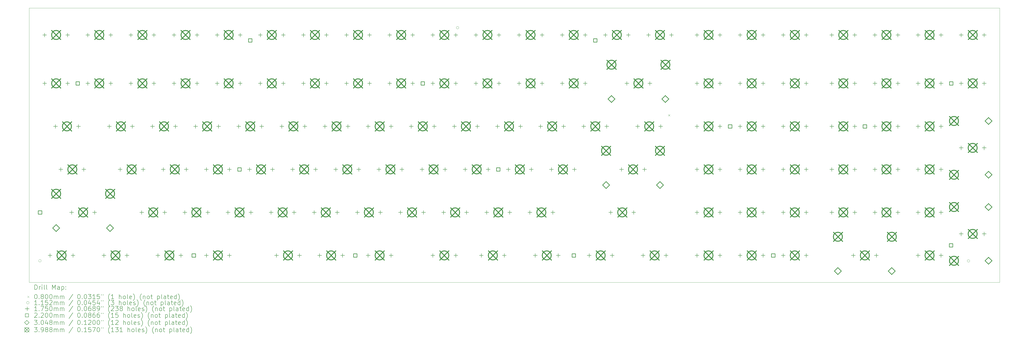
<source format=gbr>
%TF.GenerationSoftware,KiCad,Pcbnew,7.0.2*%
%TF.CreationDate,2023-05-17T23:03:51-05:00*%
%TF.ProjectId,Touch_Keyboard_10x12_Matrix,546f7563-685f-44b6-9579-626f6172645f,rev?*%
%TF.SameCoordinates,Original*%
%TF.FileFunction,Drillmap*%
%TF.FilePolarity,Positive*%
%FSLAX45Y45*%
G04 Gerber Fmt 4.5, Leading zero omitted, Abs format (unit mm)*
G04 Created by KiCad (PCBNEW 7.0.2) date 2023-05-17 23:03:51*
%MOMM*%
%LPD*%
G01*
G04 APERTURE LIST*
%ADD10C,0.050000*%
%ADD11C,0.200000*%
%ADD12C,0.080000*%
%ADD13C,0.115200*%
%ADD14C,0.175000*%
%ADD15C,0.220000*%
%ADD16C,0.304800*%
%ADD17C,0.398780*%
G04 APERTURE END LIST*
D10*
X17621250Y-10239375D02*
X60483750Y-10239375D01*
X60483750Y-22383750D01*
X17621250Y-22383750D01*
X17621250Y-10239375D01*
D11*
D12*
X45845100Y-14946000D02*
X45925100Y-15026000D01*
X45925100Y-14946000D02*
X45845100Y-15026000D01*
D13*
X18153195Y-21431250D02*
G75*
G03*
X18153195Y-21431250I-57600J0D01*
G01*
X36600580Y-11109960D02*
G75*
G03*
X36600580Y-11109960I-57600J0D01*
G01*
X59165940Y-21437600D02*
G75*
G03*
X59165940Y-21437600I-57600J0D01*
G01*
D14*
X18303240Y-11342500D02*
X18303240Y-11517500D01*
X18215740Y-11430000D02*
X18390740Y-11430000D01*
X18303875Y-13485625D02*
X18303875Y-13660625D01*
X18216375Y-13573125D02*
X18391375Y-13573125D01*
X18542000Y-21105625D02*
X18542000Y-21280625D01*
X18454500Y-21193125D02*
X18629500Y-21193125D01*
X18780125Y-15390625D02*
X18780125Y-15565625D01*
X18692625Y-15478125D02*
X18867625Y-15478125D01*
X19018250Y-17295625D02*
X19018250Y-17470625D01*
X18930750Y-17383125D02*
X19105750Y-17383125D01*
X19319240Y-11342500D02*
X19319240Y-11517500D01*
X19231740Y-11430000D02*
X19406740Y-11430000D01*
X19319875Y-13485625D02*
X19319875Y-13660625D01*
X19232375Y-13573125D02*
X19407375Y-13573125D01*
X19494500Y-19200625D02*
X19494500Y-19375625D01*
X19407000Y-19288125D02*
X19582000Y-19288125D01*
X19558000Y-21105625D02*
X19558000Y-21280625D01*
X19470500Y-21193125D02*
X19645500Y-21193125D01*
X19796125Y-15390625D02*
X19796125Y-15565625D01*
X19708625Y-15478125D02*
X19883625Y-15478125D01*
X20034250Y-17295625D02*
X20034250Y-17470625D01*
X19946750Y-17383125D02*
X20121750Y-17383125D01*
X20208875Y-11342500D02*
X20208875Y-11517500D01*
X20121375Y-11430000D02*
X20296375Y-11430000D01*
X20208875Y-13485625D02*
X20208875Y-13660625D01*
X20121375Y-13573125D02*
X20296375Y-13573125D01*
X20510500Y-19200625D02*
X20510500Y-19375625D01*
X20423000Y-19288125D02*
X20598000Y-19288125D01*
X20923250Y-21105625D02*
X20923250Y-21280625D01*
X20835750Y-21193125D02*
X21010750Y-21193125D01*
X21161375Y-15390625D02*
X21161375Y-15565625D01*
X21073875Y-15478125D02*
X21248875Y-15478125D01*
X21224875Y-11342500D02*
X21224875Y-11517500D01*
X21137375Y-11430000D02*
X21312375Y-11430000D01*
X21224875Y-13485625D02*
X21224875Y-13660625D01*
X21137375Y-13573125D02*
X21312375Y-13573125D01*
X21637625Y-17295625D02*
X21637625Y-17470625D01*
X21550125Y-17383125D02*
X21725125Y-17383125D01*
X21939250Y-21105625D02*
X21939250Y-21280625D01*
X21851750Y-21193125D02*
X22026750Y-21193125D01*
X22113875Y-11342500D02*
X22113875Y-11517500D01*
X22026375Y-11430000D02*
X22201375Y-11430000D01*
X22113875Y-13485625D02*
X22113875Y-13660625D01*
X22026375Y-13573125D02*
X22201375Y-13573125D01*
X22177375Y-15390625D02*
X22177375Y-15565625D01*
X22089875Y-15478125D02*
X22264875Y-15478125D01*
X22590125Y-19200625D02*
X22590125Y-19375625D01*
X22502625Y-19288125D02*
X22677625Y-19288125D01*
X22653625Y-17295625D02*
X22653625Y-17470625D01*
X22566125Y-17383125D02*
X22741125Y-17383125D01*
X23066375Y-15390625D02*
X23066375Y-15565625D01*
X22978875Y-15478125D02*
X23153875Y-15478125D01*
X23129875Y-11342500D02*
X23129875Y-11517500D01*
X23042375Y-11430000D02*
X23217375Y-11430000D01*
X23129875Y-13485625D02*
X23129875Y-13660625D01*
X23042375Y-13573125D02*
X23217375Y-13573125D01*
X23304500Y-21105625D02*
X23304500Y-21280625D01*
X23217000Y-21193125D02*
X23392000Y-21193125D01*
X23542625Y-17295625D02*
X23542625Y-17470625D01*
X23455125Y-17383125D02*
X23630125Y-17383125D01*
X23606125Y-19200625D02*
X23606125Y-19375625D01*
X23518625Y-19288125D02*
X23693625Y-19288125D01*
X24018875Y-11342500D02*
X24018875Y-11517500D01*
X23931375Y-11430000D02*
X24106375Y-11430000D01*
X24018875Y-13485625D02*
X24018875Y-13660625D01*
X23931375Y-13573125D02*
X24106375Y-13573125D01*
X24082375Y-15390625D02*
X24082375Y-15565625D01*
X23994875Y-15478125D02*
X24169875Y-15478125D01*
X24320500Y-21105625D02*
X24320500Y-21280625D01*
X24233000Y-21193125D02*
X24408000Y-21193125D01*
X24495125Y-19200625D02*
X24495125Y-19375625D01*
X24407625Y-19288125D02*
X24582625Y-19288125D01*
X24558625Y-17295625D02*
X24558625Y-17470625D01*
X24471125Y-17383125D02*
X24646125Y-17383125D01*
X24971375Y-15390625D02*
X24971375Y-15565625D01*
X24883875Y-15478125D02*
X25058875Y-15478125D01*
X25034875Y-11342500D02*
X25034875Y-11517500D01*
X24947375Y-11430000D02*
X25122375Y-11430000D01*
X25034875Y-13485625D02*
X25034875Y-13660625D01*
X24947375Y-13573125D02*
X25122375Y-13573125D01*
X25447625Y-17295625D02*
X25447625Y-17470625D01*
X25360125Y-17383125D02*
X25535125Y-17383125D01*
X25447625Y-21105625D02*
X25447625Y-21280625D01*
X25360125Y-21193125D02*
X25535125Y-21193125D01*
X25511125Y-19200625D02*
X25511125Y-19375625D01*
X25423625Y-19288125D02*
X25598625Y-19288125D01*
X25923875Y-11342500D02*
X25923875Y-11517500D01*
X25836375Y-11430000D02*
X26011375Y-11430000D01*
X25923875Y-13485625D02*
X25923875Y-13660625D01*
X25836375Y-13573125D02*
X26011375Y-13573125D01*
X25987375Y-15390625D02*
X25987375Y-15565625D01*
X25899875Y-15478125D02*
X26074875Y-15478125D01*
X26400125Y-19200625D02*
X26400125Y-19375625D01*
X26312625Y-19288125D02*
X26487625Y-19288125D01*
X26463625Y-17295625D02*
X26463625Y-17470625D01*
X26376125Y-17383125D02*
X26551125Y-17383125D01*
X26463625Y-21105625D02*
X26463625Y-21280625D01*
X26376125Y-21193125D02*
X26551125Y-21193125D01*
X26876375Y-15390625D02*
X26876375Y-15565625D01*
X26788875Y-15478125D02*
X26963875Y-15478125D01*
X26939875Y-11342500D02*
X26939875Y-11517500D01*
X26852375Y-11430000D02*
X27027375Y-11430000D01*
X26939875Y-13485625D02*
X26939875Y-13660625D01*
X26852375Y-13573125D02*
X27027375Y-13573125D01*
X27352625Y-17295625D02*
X27352625Y-17470625D01*
X27265125Y-17383125D02*
X27440125Y-17383125D01*
X27416125Y-19200625D02*
X27416125Y-19375625D01*
X27328625Y-19288125D02*
X27503625Y-19288125D01*
X27828875Y-11342500D02*
X27828875Y-11517500D01*
X27741375Y-11430000D02*
X27916375Y-11430000D01*
X27828875Y-13485625D02*
X27828875Y-13660625D01*
X27741375Y-13573125D02*
X27916375Y-13573125D01*
X27892375Y-15390625D02*
X27892375Y-15565625D01*
X27804875Y-15478125D02*
X27979875Y-15478125D01*
X28305125Y-19200625D02*
X28305125Y-19375625D01*
X28217625Y-19288125D02*
X28392625Y-19288125D01*
X28368625Y-17295625D02*
X28368625Y-17470625D01*
X28281125Y-17383125D02*
X28456125Y-17383125D01*
X28543250Y-21105625D02*
X28543250Y-21280625D01*
X28455750Y-21193125D02*
X28630750Y-21193125D01*
X28781375Y-15390625D02*
X28781375Y-15565625D01*
X28693875Y-15478125D02*
X28868875Y-15478125D01*
X28844875Y-11342500D02*
X28844875Y-11517500D01*
X28757375Y-11430000D02*
X28932375Y-11430000D01*
X28844875Y-13485625D02*
X28844875Y-13660625D01*
X28757375Y-13573125D02*
X28932375Y-13573125D01*
X29257625Y-17295625D02*
X29257625Y-17470625D01*
X29170125Y-17383125D02*
X29345125Y-17383125D01*
X29321125Y-19200625D02*
X29321125Y-19375625D01*
X29233625Y-19288125D02*
X29408625Y-19288125D01*
X29559250Y-21105625D02*
X29559250Y-21280625D01*
X29471750Y-21193125D02*
X29646750Y-21193125D01*
X29733875Y-11342500D02*
X29733875Y-11517500D01*
X29646375Y-11430000D02*
X29821375Y-11430000D01*
X29733875Y-13485625D02*
X29733875Y-13660625D01*
X29646375Y-13573125D02*
X29821375Y-13573125D01*
X29797375Y-15390625D02*
X29797375Y-15565625D01*
X29709875Y-15478125D02*
X29884875Y-15478125D01*
X30210125Y-19200625D02*
X30210125Y-19375625D01*
X30122625Y-19288125D02*
X30297625Y-19288125D01*
X30273625Y-17295625D02*
X30273625Y-17470625D01*
X30186125Y-17383125D02*
X30361125Y-17383125D01*
X30448250Y-21105625D02*
X30448250Y-21280625D01*
X30360750Y-21193125D02*
X30535750Y-21193125D01*
X30686375Y-15390625D02*
X30686375Y-15565625D01*
X30598875Y-15478125D02*
X30773875Y-15478125D01*
X30749875Y-11342500D02*
X30749875Y-11517500D01*
X30662375Y-11430000D02*
X30837375Y-11430000D01*
X30749875Y-13485625D02*
X30749875Y-13660625D01*
X30662375Y-13573125D02*
X30837375Y-13573125D01*
X31162625Y-17295625D02*
X31162625Y-17470625D01*
X31075125Y-17383125D02*
X31250125Y-17383125D01*
X31226125Y-19200625D02*
X31226125Y-19375625D01*
X31138625Y-19288125D02*
X31313625Y-19288125D01*
X31464250Y-21105625D02*
X31464250Y-21280625D01*
X31376750Y-21193125D02*
X31551750Y-21193125D01*
X31638875Y-11342500D02*
X31638875Y-11517500D01*
X31551375Y-11430000D02*
X31726375Y-11430000D01*
X31638875Y-13485625D02*
X31638875Y-13660625D01*
X31551375Y-13573125D02*
X31726375Y-13573125D01*
X31702375Y-15390625D02*
X31702375Y-15565625D01*
X31614875Y-15478125D02*
X31789875Y-15478125D01*
X32115125Y-19200625D02*
X32115125Y-19375625D01*
X32027625Y-19288125D02*
X32202625Y-19288125D01*
X32178625Y-17295625D02*
X32178625Y-17470625D01*
X32091125Y-17383125D02*
X32266125Y-17383125D01*
X32591375Y-15390625D02*
X32591375Y-15565625D01*
X32503875Y-15478125D02*
X32678875Y-15478125D01*
X32591375Y-21105625D02*
X32591375Y-21280625D01*
X32503875Y-21193125D02*
X32678875Y-21193125D01*
X32654875Y-11342500D02*
X32654875Y-11517500D01*
X32567375Y-11430000D02*
X32742375Y-11430000D01*
X32654875Y-13485625D02*
X32654875Y-13660625D01*
X32567375Y-13573125D02*
X32742375Y-13573125D01*
X33067625Y-17295625D02*
X33067625Y-17470625D01*
X32980125Y-17383125D02*
X33155125Y-17383125D01*
X33131125Y-19200625D02*
X33131125Y-19375625D01*
X33043625Y-19288125D02*
X33218625Y-19288125D01*
X33543875Y-11342500D02*
X33543875Y-11517500D01*
X33456375Y-11430000D02*
X33631375Y-11430000D01*
X33543875Y-13485625D02*
X33543875Y-13660625D01*
X33456375Y-13573125D02*
X33631375Y-13573125D01*
X33607375Y-15390625D02*
X33607375Y-15565625D01*
X33519875Y-15478125D02*
X33694875Y-15478125D01*
X33607375Y-21105625D02*
X33607375Y-21280625D01*
X33519875Y-21193125D02*
X33694875Y-21193125D01*
X34020125Y-19200625D02*
X34020125Y-19375625D01*
X33932625Y-19288125D02*
X34107625Y-19288125D01*
X34083625Y-17295625D02*
X34083625Y-17470625D01*
X33996125Y-17383125D02*
X34171125Y-17383125D01*
X34496375Y-15390625D02*
X34496375Y-15565625D01*
X34408875Y-15478125D02*
X34583875Y-15478125D01*
X34559875Y-11342500D02*
X34559875Y-11517500D01*
X34472375Y-11430000D02*
X34647375Y-11430000D01*
X34559875Y-13485625D02*
X34559875Y-13660625D01*
X34472375Y-13573125D02*
X34647375Y-13573125D01*
X34972625Y-17295625D02*
X34972625Y-17470625D01*
X34885125Y-17383125D02*
X35060125Y-17383125D01*
X35036125Y-19200625D02*
X35036125Y-19375625D01*
X34948625Y-19288125D02*
X35123625Y-19288125D01*
X35448875Y-11342500D02*
X35448875Y-11517500D01*
X35361375Y-11430000D02*
X35536375Y-11430000D01*
X35448875Y-13485625D02*
X35448875Y-13660625D01*
X35361375Y-13573125D02*
X35536375Y-13573125D01*
X35448875Y-21105625D02*
X35448875Y-21280625D01*
X35361375Y-21193125D02*
X35536375Y-21193125D01*
X35512375Y-15390625D02*
X35512375Y-15565625D01*
X35424875Y-15478125D02*
X35599875Y-15478125D01*
X35925125Y-19200625D02*
X35925125Y-19375625D01*
X35837625Y-19288125D02*
X36012625Y-19288125D01*
X35988625Y-17295625D02*
X35988625Y-17470625D01*
X35901125Y-17383125D02*
X36076125Y-17383125D01*
X36401375Y-15390625D02*
X36401375Y-15565625D01*
X36313875Y-15478125D02*
X36488875Y-15478125D01*
X36464875Y-11342500D02*
X36464875Y-11517500D01*
X36377375Y-11430000D02*
X36552375Y-11430000D01*
X36464875Y-13485625D02*
X36464875Y-13660625D01*
X36377375Y-13573125D02*
X36552375Y-13573125D01*
X36464875Y-21105625D02*
X36464875Y-21280625D01*
X36377375Y-21193125D02*
X36552375Y-21193125D01*
X36877625Y-17295625D02*
X36877625Y-17470625D01*
X36790125Y-17383125D02*
X36965125Y-17383125D01*
X36941125Y-19200625D02*
X36941125Y-19375625D01*
X36853625Y-19288125D02*
X37028625Y-19288125D01*
X37353875Y-11342500D02*
X37353875Y-11517500D01*
X37266375Y-11430000D02*
X37441375Y-11430000D01*
X37353875Y-13485625D02*
X37353875Y-13660625D01*
X37266375Y-13573125D02*
X37441375Y-13573125D01*
X37417375Y-15390625D02*
X37417375Y-15565625D01*
X37329875Y-15478125D02*
X37504875Y-15478125D01*
X37592000Y-21105625D02*
X37592000Y-21280625D01*
X37504500Y-21193125D02*
X37679500Y-21193125D01*
X37830125Y-19200625D02*
X37830125Y-19375625D01*
X37742625Y-19288125D02*
X37917625Y-19288125D01*
X37893625Y-17295625D02*
X37893625Y-17470625D01*
X37806125Y-17383125D02*
X37981125Y-17383125D01*
X38306375Y-15390625D02*
X38306375Y-15565625D01*
X38218875Y-15478125D02*
X38393875Y-15478125D01*
X38369875Y-11342500D02*
X38369875Y-11517500D01*
X38282375Y-11430000D02*
X38457375Y-11430000D01*
X38369875Y-13485625D02*
X38369875Y-13660625D01*
X38282375Y-13573125D02*
X38457375Y-13573125D01*
X38608000Y-21105625D02*
X38608000Y-21280625D01*
X38520500Y-21193125D02*
X38695500Y-21193125D01*
X38782625Y-17295625D02*
X38782625Y-17470625D01*
X38695125Y-17383125D02*
X38870125Y-17383125D01*
X38846125Y-19200625D02*
X38846125Y-19375625D01*
X38758625Y-19288125D02*
X38933625Y-19288125D01*
X39258875Y-11342500D02*
X39258875Y-11517500D01*
X39171375Y-11430000D02*
X39346375Y-11430000D01*
X39258875Y-13485625D02*
X39258875Y-13660625D01*
X39171375Y-13573125D02*
X39346375Y-13573125D01*
X39322375Y-15390625D02*
X39322375Y-15565625D01*
X39234875Y-15478125D02*
X39409875Y-15478125D01*
X39735125Y-19200625D02*
X39735125Y-19375625D01*
X39647625Y-19288125D02*
X39822625Y-19288125D01*
X39798625Y-17295625D02*
X39798625Y-17470625D01*
X39711125Y-17383125D02*
X39886125Y-17383125D01*
X39973250Y-21105625D02*
X39973250Y-21280625D01*
X39885750Y-21193125D02*
X40060750Y-21193125D01*
X40211375Y-15390625D02*
X40211375Y-15565625D01*
X40123875Y-15478125D02*
X40298875Y-15478125D01*
X40274875Y-11342500D02*
X40274875Y-11517500D01*
X40187375Y-11430000D02*
X40362375Y-11430000D01*
X40274875Y-13485625D02*
X40274875Y-13660625D01*
X40187375Y-13573125D02*
X40362375Y-13573125D01*
X40687625Y-17295625D02*
X40687625Y-17470625D01*
X40600125Y-17383125D02*
X40775125Y-17383125D01*
X40751125Y-19200625D02*
X40751125Y-19375625D01*
X40663625Y-19288125D02*
X40838625Y-19288125D01*
X40989250Y-21105625D02*
X40989250Y-21280625D01*
X40901750Y-21193125D02*
X41076750Y-21193125D01*
X41163875Y-11342500D02*
X41163875Y-11517500D01*
X41076375Y-11430000D02*
X41251375Y-11430000D01*
X41163875Y-13485625D02*
X41163875Y-13660625D01*
X41076375Y-13573125D02*
X41251375Y-13573125D01*
X41227375Y-15390625D02*
X41227375Y-15565625D01*
X41139875Y-15478125D02*
X41314875Y-15478125D01*
X41703625Y-17295625D02*
X41703625Y-17470625D01*
X41616125Y-17383125D02*
X41791125Y-17383125D01*
X42116375Y-15390625D02*
X42116375Y-15565625D01*
X42028875Y-15478125D02*
X42203875Y-15478125D01*
X42179875Y-11342500D02*
X42179875Y-11517500D01*
X42092375Y-11430000D02*
X42267375Y-11430000D01*
X42179875Y-13485625D02*
X42179875Y-13660625D01*
X42092375Y-13573125D02*
X42267375Y-13573125D01*
X42354500Y-21105625D02*
X42354500Y-21280625D01*
X42267000Y-21193125D02*
X42442000Y-21193125D01*
X43068875Y-11342500D02*
X43068875Y-11517500D01*
X42981375Y-11430000D02*
X43156375Y-11430000D01*
X43132375Y-15390625D02*
X43132375Y-15565625D01*
X43044875Y-15478125D02*
X43219875Y-15478125D01*
X43307000Y-19200625D02*
X43307000Y-19375625D01*
X43219500Y-19288125D02*
X43394500Y-19288125D01*
X43370500Y-21105625D02*
X43370500Y-21280625D01*
X43283000Y-21193125D02*
X43458000Y-21193125D01*
X43783250Y-17295625D02*
X43783250Y-17470625D01*
X43695750Y-17383125D02*
X43870750Y-17383125D01*
X44021375Y-13485625D02*
X44021375Y-13660625D01*
X43933875Y-13573125D02*
X44108875Y-13573125D01*
X44084875Y-11342500D02*
X44084875Y-11517500D01*
X43997375Y-11430000D02*
X44172375Y-11430000D01*
X44323000Y-19200625D02*
X44323000Y-19375625D01*
X44235500Y-19288125D02*
X44410500Y-19288125D01*
X44497625Y-15390625D02*
X44497625Y-15565625D01*
X44410125Y-15478125D02*
X44585125Y-15478125D01*
X44735750Y-21105625D02*
X44735750Y-21280625D01*
X44648250Y-21193125D02*
X44823250Y-21193125D01*
X44799250Y-17295625D02*
X44799250Y-17470625D01*
X44711750Y-17383125D02*
X44886750Y-17383125D01*
X44973875Y-11342500D02*
X44973875Y-11517500D01*
X44886375Y-11430000D02*
X45061375Y-11430000D01*
X45037375Y-13485625D02*
X45037375Y-13660625D01*
X44949875Y-13573125D02*
X45124875Y-13573125D01*
X45513625Y-15390625D02*
X45513625Y-15565625D01*
X45426125Y-15478125D02*
X45601125Y-15478125D01*
X45751750Y-21105625D02*
X45751750Y-21280625D01*
X45664250Y-21193125D02*
X45839250Y-21193125D01*
X45989875Y-11342500D02*
X45989875Y-11517500D01*
X45902375Y-11430000D02*
X46077375Y-11430000D01*
X47117000Y-11342500D02*
X47117000Y-11517500D01*
X47029500Y-11430000D02*
X47204500Y-11430000D01*
X47117000Y-13485625D02*
X47117000Y-13660625D01*
X47029500Y-13573125D02*
X47204500Y-13573125D01*
X47117000Y-15390625D02*
X47117000Y-15565625D01*
X47029500Y-15478125D02*
X47204500Y-15478125D01*
X47117000Y-17295625D02*
X47117000Y-17470625D01*
X47029500Y-17383125D02*
X47204500Y-17383125D01*
X47117000Y-19200625D02*
X47117000Y-19375625D01*
X47029500Y-19288125D02*
X47204500Y-19288125D01*
X47117000Y-21105625D02*
X47117000Y-21280625D01*
X47029500Y-21193125D02*
X47204500Y-21193125D01*
X48133000Y-11342500D02*
X48133000Y-11517500D01*
X48045500Y-11430000D02*
X48220500Y-11430000D01*
X48133000Y-13485625D02*
X48133000Y-13660625D01*
X48045500Y-13573125D02*
X48220500Y-13573125D01*
X48133000Y-15390625D02*
X48133000Y-15565625D01*
X48045500Y-15478125D02*
X48220500Y-15478125D01*
X48133000Y-17295625D02*
X48133000Y-17470625D01*
X48045500Y-17383125D02*
X48220500Y-17383125D01*
X48133000Y-19200625D02*
X48133000Y-19375625D01*
X48045500Y-19288125D02*
X48220500Y-19288125D01*
X48133000Y-21105625D02*
X48133000Y-21280625D01*
X48045500Y-21193125D02*
X48220500Y-21193125D01*
X49022000Y-11342500D02*
X49022000Y-11517500D01*
X48934500Y-11430000D02*
X49109500Y-11430000D01*
X49022000Y-13485625D02*
X49022000Y-13660625D01*
X48934500Y-13573125D02*
X49109500Y-13573125D01*
X49022000Y-15390625D02*
X49022000Y-15565625D01*
X48934500Y-15478125D02*
X49109500Y-15478125D01*
X49022000Y-17295625D02*
X49022000Y-17470625D01*
X48934500Y-17383125D02*
X49109500Y-17383125D01*
X49022000Y-19200625D02*
X49022000Y-19375625D01*
X48934500Y-19288125D02*
X49109500Y-19288125D01*
X49022000Y-21105625D02*
X49022000Y-21280625D01*
X48934500Y-21193125D02*
X49109500Y-21193125D01*
X50038000Y-11342500D02*
X50038000Y-11517500D01*
X49950500Y-11430000D02*
X50125500Y-11430000D01*
X50038000Y-13485625D02*
X50038000Y-13660625D01*
X49950500Y-13573125D02*
X50125500Y-13573125D01*
X50038000Y-15390625D02*
X50038000Y-15565625D01*
X49950500Y-15478125D02*
X50125500Y-15478125D01*
X50038000Y-17295625D02*
X50038000Y-17470625D01*
X49950500Y-17383125D02*
X50125500Y-17383125D01*
X50038000Y-19200625D02*
X50038000Y-19375625D01*
X49950500Y-19288125D02*
X50125500Y-19288125D01*
X50038000Y-21105625D02*
X50038000Y-21280625D01*
X49950500Y-21193125D02*
X50125500Y-21193125D01*
X50927000Y-11342500D02*
X50927000Y-11517500D01*
X50839500Y-11430000D02*
X51014500Y-11430000D01*
X50927000Y-13485625D02*
X50927000Y-13660625D01*
X50839500Y-13573125D02*
X51014500Y-13573125D01*
X50927000Y-15390625D02*
X50927000Y-15565625D01*
X50839500Y-15478125D02*
X51014500Y-15478125D01*
X50927000Y-17295625D02*
X50927000Y-17470625D01*
X50839500Y-17383125D02*
X51014500Y-17383125D01*
X50927000Y-19200625D02*
X50927000Y-19375625D01*
X50839500Y-19288125D02*
X51014500Y-19288125D01*
X50927000Y-21105625D02*
X50927000Y-21280625D01*
X50839500Y-21193125D02*
X51014500Y-21193125D01*
X51943000Y-11342500D02*
X51943000Y-11517500D01*
X51855500Y-11430000D02*
X52030500Y-11430000D01*
X51943000Y-13485625D02*
X51943000Y-13660625D01*
X51855500Y-13573125D02*
X52030500Y-13573125D01*
X51943000Y-15390625D02*
X51943000Y-15565625D01*
X51855500Y-15478125D02*
X52030500Y-15478125D01*
X51943000Y-17295625D02*
X51943000Y-17470625D01*
X51855500Y-17383125D02*
X52030500Y-17383125D01*
X51943000Y-19200625D02*
X51943000Y-19375625D01*
X51855500Y-19288125D02*
X52030500Y-19288125D01*
X51943000Y-21105625D02*
X51943000Y-21280625D01*
X51855500Y-21193125D02*
X52030500Y-21193125D01*
X53070125Y-11342500D02*
X53070125Y-11517500D01*
X52982625Y-11430000D02*
X53157625Y-11430000D01*
X53070125Y-13485625D02*
X53070125Y-13660625D01*
X52982625Y-13573125D02*
X53157625Y-13573125D01*
X53070125Y-15390625D02*
X53070125Y-15565625D01*
X52982625Y-15478125D02*
X53157625Y-15478125D01*
X53070125Y-17295625D02*
X53070125Y-17470625D01*
X52982625Y-17383125D02*
X53157625Y-17383125D01*
X53070125Y-19200625D02*
X53070125Y-19375625D01*
X52982625Y-19288125D02*
X53157625Y-19288125D01*
X54022625Y-21105625D02*
X54022625Y-21280625D01*
X53935125Y-21193125D02*
X54110125Y-21193125D01*
X54086125Y-11342500D02*
X54086125Y-11517500D01*
X53998625Y-11430000D02*
X54173625Y-11430000D01*
X54086125Y-13485625D02*
X54086125Y-13660625D01*
X53998625Y-13573125D02*
X54173625Y-13573125D01*
X54086125Y-15390625D02*
X54086125Y-15565625D01*
X53998625Y-15478125D02*
X54173625Y-15478125D01*
X54086125Y-17295625D02*
X54086125Y-17470625D01*
X53998625Y-17383125D02*
X54173625Y-17383125D01*
X54086125Y-19200625D02*
X54086125Y-19375625D01*
X53998625Y-19288125D02*
X54173625Y-19288125D01*
X54975125Y-11342500D02*
X54975125Y-11517500D01*
X54887625Y-11430000D02*
X55062625Y-11430000D01*
X54975125Y-13485625D02*
X54975125Y-13660625D01*
X54887625Y-13573125D02*
X55062625Y-13573125D01*
X54975125Y-15390625D02*
X54975125Y-15565625D01*
X54887625Y-15478125D02*
X55062625Y-15478125D01*
X54975125Y-17295625D02*
X54975125Y-17470625D01*
X54887625Y-17383125D02*
X55062625Y-17383125D01*
X54975125Y-19200625D02*
X54975125Y-19375625D01*
X54887625Y-19288125D02*
X55062625Y-19288125D01*
X55038625Y-21105625D02*
X55038625Y-21280625D01*
X54951125Y-21193125D02*
X55126125Y-21193125D01*
X55991125Y-11342500D02*
X55991125Y-11517500D01*
X55903625Y-11430000D02*
X56078625Y-11430000D01*
X55991125Y-13485625D02*
X55991125Y-13660625D01*
X55903625Y-13573125D02*
X56078625Y-13573125D01*
X55991125Y-15390625D02*
X55991125Y-15565625D01*
X55903625Y-15478125D02*
X56078625Y-15478125D01*
X55991125Y-17295625D02*
X55991125Y-17470625D01*
X55903625Y-17383125D02*
X56078625Y-17383125D01*
X55991125Y-19200625D02*
X55991125Y-19375625D01*
X55903625Y-19288125D02*
X56078625Y-19288125D01*
X56880125Y-11342500D02*
X56880125Y-11517500D01*
X56792625Y-11430000D02*
X56967625Y-11430000D01*
X56880125Y-13485625D02*
X56880125Y-13660625D01*
X56792625Y-13573125D02*
X56967625Y-13573125D01*
X56880125Y-15390625D02*
X56880125Y-15565625D01*
X56792625Y-15478125D02*
X56967625Y-15478125D01*
X56880125Y-17295625D02*
X56880125Y-17470625D01*
X56792625Y-17383125D02*
X56967625Y-17383125D01*
X56880125Y-19200625D02*
X56880125Y-19375625D01*
X56792625Y-19288125D02*
X56967625Y-19288125D01*
X56880125Y-21105625D02*
X56880125Y-21280625D01*
X56792625Y-21193125D02*
X56967625Y-21193125D01*
X57896125Y-11342500D02*
X57896125Y-11517500D01*
X57808625Y-11430000D02*
X57983625Y-11430000D01*
X57896125Y-13485625D02*
X57896125Y-13660625D01*
X57808625Y-13573125D02*
X57983625Y-13573125D01*
X57896125Y-15390625D02*
X57896125Y-15565625D01*
X57808625Y-15478125D02*
X57983625Y-15478125D01*
X57896125Y-17295625D02*
X57896125Y-17470625D01*
X57808625Y-17383125D02*
X57983625Y-17383125D01*
X57896125Y-19200625D02*
X57896125Y-19375625D01*
X57808625Y-19288125D02*
X57983625Y-19288125D01*
X57896125Y-21105625D02*
X57896125Y-21280625D01*
X57808625Y-21193125D02*
X57983625Y-21193125D01*
X58785125Y-11342500D02*
X58785125Y-11517500D01*
X58697625Y-11430000D02*
X58872625Y-11430000D01*
X58785125Y-13485625D02*
X58785125Y-13660625D01*
X58697625Y-13573125D02*
X58872625Y-13573125D01*
X58785125Y-16343125D02*
X58785125Y-16518125D01*
X58697625Y-16430625D02*
X58872625Y-16430625D01*
X58785125Y-20153125D02*
X58785125Y-20328125D01*
X58697625Y-20240625D02*
X58872625Y-20240625D01*
X59801125Y-11342500D02*
X59801125Y-11517500D01*
X59713625Y-11430000D02*
X59888625Y-11430000D01*
X59801125Y-13485625D02*
X59801125Y-13660625D01*
X59713625Y-13573125D02*
X59888625Y-13573125D01*
X59801125Y-16343125D02*
X59801125Y-16518125D01*
X59713625Y-16430625D02*
X59888625Y-16430625D01*
X59801125Y-20153125D02*
X59801125Y-20328125D01*
X59713625Y-20240625D02*
X59888625Y-20240625D01*
D15*
X18173378Y-19365908D02*
X18173378Y-19210343D01*
X18017813Y-19210343D01*
X18017813Y-19365908D01*
X18173378Y-19365908D01*
X19840253Y-13650907D02*
X19840253Y-13495342D01*
X19684688Y-13495342D01*
X19684688Y-13650907D01*
X19840253Y-13650907D01*
X24964702Y-21270908D02*
X24964702Y-21115343D01*
X24809137Y-21115343D01*
X24809137Y-21270908D01*
X24964702Y-21270908D01*
X26984002Y-17460908D02*
X26984002Y-17305343D01*
X26828437Y-17305343D01*
X26828437Y-17460908D01*
X26984002Y-17460908D01*
X27460252Y-11745907D02*
X27460252Y-11590342D01*
X27304687Y-11590342D01*
X27304687Y-11745907D01*
X27460252Y-11745907D01*
X32099562Y-21270908D02*
X32099562Y-21115343D01*
X31943997Y-21115343D01*
X31943997Y-21270908D01*
X32099562Y-21270908D01*
X35080253Y-13650907D02*
X35080253Y-13495342D01*
X34924688Y-13495342D01*
X34924688Y-13650907D01*
X35080253Y-13650907D01*
X38414003Y-17460908D02*
X38414003Y-17305343D01*
X38258438Y-17305343D01*
X38258438Y-17460908D01*
X38414003Y-17460908D01*
X41747753Y-21270908D02*
X41747753Y-21115343D01*
X41592188Y-21115343D01*
X41592188Y-21270908D01*
X41747753Y-21270908D01*
X42700253Y-11745907D02*
X42700253Y-11590342D01*
X42544688Y-11590342D01*
X42544688Y-11745907D01*
X42700253Y-11745907D01*
X48655282Y-15555907D02*
X48655282Y-15400342D01*
X48499717Y-15400342D01*
X48499717Y-15555907D01*
X48655282Y-15555907D01*
X50558377Y-21270908D02*
X50558377Y-21115343D01*
X50402812Y-21115343D01*
X50402812Y-21270908D01*
X50558377Y-21270908D01*
X54606502Y-15555907D02*
X54606502Y-15400342D01*
X54450937Y-15400342D01*
X54450937Y-15555907D01*
X54606502Y-15555907D01*
X58413962Y-20824503D02*
X58413962Y-20668938D01*
X58258397Y-20668938D01*
X58258397Y-20824503D01*
X58413962Y-20824503D01*
X58419042Y-13650907D02*
X58419042Y-13495342D01*
X58263477Y-13495342D01*
X58263477Y-13650907D01*
X58419042Y-13650907D01*
D16*
X18811875Y-20139025D02*
X18964275Y-19986625D01*
X18811875Y-19834225D01*
X18659475Y-19986625D01*
X18811875Y-20139025D01*
X21193125Y-20139025D02*
X21345525Y-19986625D01*
X21193125Y-19834225D01*
X21040725Y-19986625D01*
X21193125Y-20139025D01*
X43100625Y-18234025D02*
X43253025Y-18081625D01*
X43100625Y-17929225D01*
X42948225Y-18081625D01*
X43100625Y-18234025D01*
X43340020Y-14424025D02*
X43492420Y-14271625D01*
X43340020Y-14119225D01*
X43187620Y-14271625D01*
X43340020Y-14424025D01*
X45481875Y-18234025D02*
X45634275Y-18081625D01*
X45481875Y-17929225D01*
X45329475Y-18081625D01*
X45481875Y-18234025D01*
X45721270Y-14424025D02*
X45873670Y-14271625D01*
X45721270Y-14119225D01*
X45568870Y-14271625D01*
X45721270Y-14424025D01*
X53340000Y-22044025D02*
X53492400Y-21891625D01*
X53340000Y-21739225D01*
X53187600Y-21891625D01*
X53340000Y-22044025D01*
X55721250Y-22044025D02*
X55873650Y-21891625D01*
X55721250Y-21739225D01*
X55568850Y-21891625D01*
X55721250Y-22044025D01*
X59991625Y-15392400D02*
X60144025Y-15240000D01*
X59991625Y-15087600D01*
X59839225Y-15240000D01*
X59991625Y-15392400D01*
X59991625Y-17773650D02*
X60144025Y-17621250D01*
X59991625Y-17468850D01*
X59839225Y-17621250D01*
X59991625Y-17773650D01*
X59991625Y-19202400D02*
X60144025Y-19050000D01*
X59991625Y-18897600D01*
X59839225Y-19050000D01*
X59991625Y-19202400D01*
X59991625Y-21583650D02*
X60144025Y-21431250D01*
X59991625Y-21278850D01*
X59839225Y-21431250D01*
X59991625Y-21583650D01*
D17*
X18611850Y-11230610D02*
X19010630Y-11629390D01*
X19010630Y-11230610D02*
X18611850Y-11629390D01*
X19010630Y-11430000D02*
G75*
G03*
X19010630Y-11430000I-199390J0D01*
G01*
X18612485Y-13373735D02*
X19011265Y-13772515D01*
X19011265Y-13373735D02*
X18612485Y-13772515D01*
X19011265Y-13573125D02*
G75*
G03*
X19011265Y-13573125I-199390J0D01*
G01*
X18612485Y-18263235D02*
X19011265Y-18662015D01*
X19011265Y-18263235D02*
X18612485Y-18662015D01*
X19011265Y-18462625D02*
G75*
G03*
X19011265Y-18462625I-199390J0D01*
G01*
X18850610Y-20993735D02*
X19249390Y-21392515D01*
X19249390Y-20993735D02*
X18850610Y-21392515D01*
X19249390Y-21193125D02*
G75*
G03*
X19249390Y-21193125I-199390J0D01*
G01*
X19088735Y-15278735D02*
X19487515Y-15677515D01*
X19487515Y-15278735D02*
X19088735Y-15677515D01*
X19487515Y-15478125D02*
G75*
G03*
X19487515Y-15478125I-199390J0D01*
G01*
X19326860Y-17183735D02*
X19725640Y-17582515D01*
X19725640Y-17183735D02*
X19326860Y-17582515D01*
X19725640Y-17383125D02*
G75*
G03*
X19725640Y-17383125I-199390J0D01*
G01*
X19803110Y-19088735D02*
X20201890Y-19487515D01*
X20201890Y-19088735D02*
X19803110Y-19487515D01*
X20201890Y-19288125D02*
G75*
G03*
X20201890Y-19288125I-199390J0D01*
G01*
X20517485Y-11230610D02*
X20916265Y-11629390D01*
X20916265Y-11230610D02*
X20517485Y-11629390D01*
X20916265Y-11430000D02*
G75*
G03*
X20916265Y-11430000I-199390J0D01*
G01*
X20517485Y-13373735D02*
X20916265Y-13772515D01*
X20916265Y-13373735D02*
X20517485Y-13772515D01*
X20916265Y-13573125D02*
G75*
G03*
X20916265Y-13573125I-199390J0D01*
G01*
X20993735Y-18263235D02*
X21392515Y-18662015D01*
X21392515Y-18263235D02*
X20993735Y-18662015D01*
X21392515Y-18462625D02*
G75*
G03*
X21392515Y-18462625I-199390J0D01*
G01*
X21231860Y-20993735D02*
X21630640Y-21392515D01*
X21630640Y-20993735D02*
X21231860Y-21392515D01*
X21630640Y-21193125D02*
G75*
G03*
X21630640Y-21193125I-199390J0D01*
G01*
X21469985Y-15278735D02*
X21868765Y-15677515D01*
X21868765Y-15278735D02*
X21469985Y-15677515D01*
X21868765Y-15478125D02*
G75*
G03*
X21868765Y-15478125I-199390J0D01*
G01*
X21946235Y-17183735D02*
X22345015Y-17582515D01*
X22345015Y-17183735D02*
X21946235Y-17582515D01*
X22345015Y-17383125D02*
G75*
G03*
X22345015Y-17383125I-199390J0D01*
G01*
X22422485Y-11230610D02*
X22821265Y-11629390D01*
X22821265Y-11230610D02*
X22422485Y-11629390D01*
X22821265Y-11430000D02*
G75*
G03*
X22821265Y-11430000I-199390J0D01*
G01*
X22422485Y-13373735D02*
X22821265Y-13772515D01*
X22821265Y-13373735D02*
X22422485Y-13772515D01*
X22821265Y-13573125D02*
G75*
G03*
X22821265Y-13573125I-199390J0D01*
G01*
X22898735Y-19088735D02*
X23297515Y-19487515D01*
X23297515Y-19088735D02*
X22898735Y-19487515D01*
X23297515Y-19288125D02*
G75*
G03*
X23297515Y-19288125I-199390J0D01*
G01*
X23374985Y-15278735D02*
X23773765Y-15677515D01*
X23773765Y-15278735D02*
X23374985Y-15677515D01*
X23773765Y-15478125D02*
G75*
G03*
X23773765Y-15478125I-199390J0D01*
G01*
X23613110Y-20993735D02*
X24011890Y-21392515D01*
X24011890Y-20993735D02*
X23613110Y-21392515D01*
X24011890Y-21193125D02*
G75*
G03*
X24011890Y-21193125I-199390J0D01*
G01*
X23851235Y-17183735D02*
X24250015Y-17582515D01*
X24250015Y-17183735D02*
X23851235Y-17582515D01*
X24250015Y-17383125D02*
G75*
G03*
X24250015Y-17383125I-199390J0D01*
G01*
X24327485Y-11230610D02*
X24726265Y-11629390D01*
X24726265Y-11230610D02*
X24327485Y-11629390D01*
X24726265Y-11430000D02*
G75*
G03*
X24726265Y-11430000I-199390J0D01*
G01*
X24327485Y-13373735D02*
X24726265Y-13772515D01*
X24726265Y-13373735D02*
X24327485Y-13772515D01*
X24726265Y-13573125D02*
G75*
G03*
X24726265Y-13573125I-199390J0D01*
G01*
X24803735Y-19088735D02*
X25202515Y-19487515D01*
X25202515Y-19088735D02*
X24803735Y-19487515D01*
X25202515Y-19288125D02*
G75*
G03*
X25202515Y-19288125I-199390J0D01*
G01*
X25279985Y-15278735D02*
X25678765Y-15677515D01*
X25678765Y-15278735D02*
X25279985Y-15677515D01*
X25678765Y-15478125D02*
G75*
G03*
X25678765Y-15478125I-199390J0D01*
G01*
X25756235Y-17183735D02*
X26155015Y-17582515D01*
X26155015Y-17183735D02*
X25756235Y-17582515D01*
X26155015Y-17383125D02*
G75*
G03*
X26155015Y-17383125I-199390J0D01*
G01*
X25756235Y-20993735D02*
X26155015Y-21392515D01*
X26155015Y-20993735D02*
X25756235Y-21392515D01*
X26155015Y-21193125D02*
G75*
G03*
X26155015Y-21193125I-199390J0D01*
G01*
X26232485Y-11230610D02*
X26631265Y-11629390D01*
X26631265Y-11230610D02*
X26232485Y-11629390D01*
X26631265Y-11430000D02*
G75*
G03*
X26631265Y-11430000I-199390J0D01*
G01*
X26232485Y-13373735D02*
X26631265Y-13772515D01*
X26631265Y-13373735D02*
X26232485Y-13772515D01*
X26631265Y-13573125D02*
G75*
G03*
X26631265Y-13573125I-199390J0D01*
G01*
X26708735Y-19088735D02*
X27107515Y-19487515D01*
X27107515Y-19088735D02*
X26708735Y-19487515D01*
X27107515Y-19288125D02*
G75*
G03*
X27107515Y-19288125I-199390J0D01*
G01*
X27184985Y-15278735D02*
X27583765Y-15677515D01*
X27583765Y-15278735D02*
X27184985Y-15677515D01*
X27583765Y-15478125D02*
G75*
G03*
X27583765Y-15478125I-199390J0D01*
G01*
X27661235Y-17183735D02*
X28060015Y-17582515D01*
X28060015Y-17183735D02*
X27661235Y-17582515D01*
X28060015Y-17383125D02*
G75*
G03*
X28060015Y-17383125I-199390J0D01*
G01*
X28137485Y-11230610D02*
X28536265Y-11629390D01*
X28536265Y-11230610D02*
X28137485Y-11629390D01*
X28536265Y-11430000D02*
G75*
G03*
X28536265Y-11430000I-199390J0D01*
G01*
X28137485Y-13373735D02*
X28536265Y-13772515D01*
X28536265Y-13373735D02*
X28137485Y-13772515D01*
X28536265Y-13573125D02*
G75*
G03*
X28536265Y-13573125I-199390J0D01*
G01*
X28613735Y-19088735D02*
X29012515Y-19487515D01*
X29012515Y-19088735D02*
X28613735Y-19487515D01*
X29012515Y-19288125D02*
G75*
G03*
X29012515Y-19288125I-199390J0D01*
G01*
X28851860Y-20993735D02*
X29250640Y-21392515D01*
X29250640Y-20993735D02*
X28851860Y-21392515D01*
X29250640Y-21193125D02*
G75*
G03*
X29250640Y-21193125I-199390J0D01*
G01*
X29089985Y-15278735D02*
X29488765Y-15677515D01*
X29488765Y-15278735D02*
X29089985Y-15677515D01*
X29488765Y-15478125D02*
G75*
G03*
X29488765Y-15478125I-199390J0D01*
G01*
X29566235Y-17183735D02*
X29965015Y-17582515D01*
X29965015Y-17183735D02*
X29566235Y-17582515D01*
X29965015Y-17383125D02*
G75*
G03*
X29965015Y-17383125I-199390J0D01*
G01*
X30042485Y-11230610D02*
X30441265Y-11629390D01*
X30441265Y-11230610D02*
X30042485Y-11629390D01*
X30441265Y-11430000D02*
G75*
G03*
X30441265Y-11430000I-199390J0D01*
G01*
X30042485Y-13373735D02*
X30441265Y-13772515D01*
X30441265Y-13373735D02*
X30042485Y-13772515D01*
X30441265Y-13573125D02*
G75*
G03*
X30441265Y-13573125I-199390J0D01*
G01*
X30518735Y-19088735D02*
X30917515Y-19487515D01*
X30917515Y-19088735D02*
X30518735Y-19487515D01*
X30917515Y-19288125D02*
G75*
G03*
X30917515Y-19288125I-199390J0D01*
G01*
X30756860Y-20993735D02*
X31155640Y-21392515D01*
X31155640Y-20993735D02*
X30756860Y-21392515D01*
X31155640Y-21193125D02*
G75*
G03*
X31155640Y-21193125I-199390J0D01*
G01*
X30994985Y-15278735D02*
X31393765Y-15677515D01*
X31393765Y-15278735D02*
X30994985Y-15677515D01*
X31393765Y-15478125D02*
G75*
G03*
X31393765Y-15478125I-199390J0D01*
G01*
X31471235Y-17183735D02*
X31870015Y-17582515D01*
X31870015Y-17183735D02*
X31471235Y-17582515D01*
X31870015Y-17383125D02*
G75*
G03*
X31870015Y-17383125I-199390J0D01*
G01*
X31947485Y-11230610D02*
X32346265Y-11629390D01*
X32346265Y-11230610D02*
X31947485Y-11629390D01*
X32346265Y-11430000D02*
G75*
G03*
X32346265Y-11430000I-199390J0D01*
G01*
X31947485Y-13373735D02*
X32346265Y-13772515D01*
X32346265Y-13373735D02*
X31947485Y-13772515D01*
X32346265Y-13573125D02*
G75*
G03*
X32346265Y-13573125I-199390J0D01*
G01*
X32423735Y-19088735D02*
X32822515Y-19487515D01*
X32822515Y-19088735D02*
X32423735Y-19487515D01*
X32822515Y-19288125D02*
G75*
G03*
X32822515Y-19288125I-199390J0D01*
G01*
X32899985Y-15278735D02*
X33298765Y-15677515D01*
X33298765Y-15278735D02*
X32899985Y-15677515D01*
X33298765Y-15478125D02*
G75*
G03*
X33298765Y-15478125I-199390J0D01*
G01*
X32899985Y-20993735D02*
X33298765Y-21392515D01*
X33298765Y-20993735D02*
X32899985Y-21392515D01*
X33298765Y-21193125D02*
G75*
G03*
X33298765Y-21193125I-199390J0D01*
G01*
X33376235Y-17183735D02*
X33775015Y-17582515D01*
X33775015Y-17183735D02*
X33376235Y-17582515D01*
X33775015Y-17383125D02*
G75*
G03*
X33775015Y-17383125I-199390J0D01*
G01*
X33852485Y-11230610D02*
X34251265Y-11629390D01*
X34251265Y-11230610D02*
X33852485Y-11629390D01*
X34251265Y-11430000D02*
G75*
G03*
X34251265Y-11430000I-199390J0D01*
G01*
X33852485Y-13373735D02*
X34251265Y-13772515D01*
X34251265Y-13373735D02*
X33852485Y-13772515D01*
X34251265Y-13573125D02*
G75*
G03*
X34251265Y-13573125I-199390J0D01*
G01*
X34328735Y-19088735D02*
X34727515Y-19487515D01*
X34727515Y-19088735D02*
X34328735Y-19487515D01*
X34727515Y-19288125D02*
G75*
G03*
X34727515Y-19288125I-199390J0D01*
G01*
X34804985Y-15278735D02*
X35203765Y-15677515D01*
X35203765Y-15278735D02*
X34804985Y-15677515D01*
X35203765Y-15478125D02*
G75*
G03*
X35203765Y-15478125I-199390J0D01*
G01*
X35281235Y-17183735D02*
X35680015Y-17582515D01*
X35680015Y-17183735D02*
X35281235Y-17582515D01*
X35680015Y-17383125D02*
G75*
G03*
X35680015Y-17383125I-199390J0D01*
G01*
X35757485Y-11230610D02*
X36156265Y-11629390D01*
X36156265Y-11230610D02*
X35757485Y-11629390D01*
X36156265Y-11430000D02*
G75*
G03*
X36156265Y-11430000I-199390J0D01*
G01*
X35757485Y-13373735D02*
X36156265Y-13772515D01*
X36156265Y-13373735D02*
X35757485Y-13772515D01*
X36156265Y-13573125D02*
G75*
G03*
X36156265Y-13573125I-199390J0D01*
G01*
X35757485Y-20993735D02*
X36156265Y-21392515D01*
X36156265Y-20993735D02*
X35757485Y-21392515D01*
X36156265Y-21193125D02*
G75*
G03*
X36156265Y-21193125I-199390J0D01*
G01*
X36233735Y-19088735D02*
X36632515Y-19487515D01*
X36632515Y-19088735D02*
X36233735Y-19487515D01*
X36632515Y-19288125D02*
G75*
G03*
X36632515Y-19288125I-199390J0D01*
G01*
X36709985Y-15278735D02*
X37108765Y-15677515D01*
X37108765Y-15278735D02*
X36709985Y-15677515D01*
X37108765Y-15478125D02*
G75*
G03*
X37108765Y-15478125I-199390J0D01*
G01*
X37186235Y-17183735D02*
X37585015Y-17582515D01*
X37585015Y-17183735D02*
X37186235Y-17582515D01*
X37585015Y-17383125D02*
G75*
G03*
X37585015Y-17383125I-199390J0D01*
G01*
X37662485Y-11230610D02*
X38061265Y-11629390D01*
X38061265Y-11230610D02*
X37662485Y-11629390D01*
X38061265Y-11430000D02*
G75*
G03*
X38061265Y-11430000I-199390J0D01*
G01*
X37662485Y-13373735D02*
X38061265Y-13772515D01*
X38061265Y-13373735D02*
X37662485Y-13772515D01*
X38061265Y-13573125D02*
G75*
G03*
X38061265Y-13573125I-199390J0D01*
G01*
X37900610Y-20993735D02*
X38299390Y-21392515D01*
X38299390Y-20993735D02*
X37900610Y-21392515D01*
X38299390Y-21193125D02*
G75*
G03*
X38299390Y-21193125I-199390J0D01*
G01*
X38138735Y-19088735D02*
X38537515Y-19487515D01*
X38537515Y-19088735D02*
X38138735Y-19487515D01*
X38537515Y-19288125D02*
G75*
G03*
X38537515Y-19288125I-199390J0D01*
G01*
X38614985Y-15278735D02*
X39013765Y-15677515D01*
X39013765Y-15278735D02*
X38614985Y-15677515D01*
X39013765Y-15478125D02*
G75*
G03*
X39013765Y-15478125I-199390J0D01*
G01*
X39091235Y-17183735D02*
X39490015Y-17582515D01*
X39490015Y-17183735D02*
X39091235Y-17582515D01*
X39490015Y-17383125D02*
G75*
G03*
X39490015Y-17383125I-199390J0D01*
G01*
X39567485Y-11230610D02*
X39966265Y-11629390D01*
X39966265Y-11230610D02*
X39567485Y-11629390D01*
X39966265Y-11430000D02*
G75*
G03*
X39966265Y-11430000I-199390J0D01*
G01*
X39567485Y-13373735D02*
X39966265Y-13772515D01*
X39966265Y-13373735D02*
X39567485Y-13772515D01*
X39966265Y-13573125D02*
G75*
G03*
X39966265Y-13573125I-199390J0D01*
G01*
X40043735Y-19088735D02*
X40442515Y-19487515D01*
X40442515Y-19088735D02*
X40043735Y-19487515D01*
X40442515Y-19288125D02*
G75*
G03*
X40442515Y-19288125I-199390J0D01*
G01*
X40281860Y-20993735D02*
X40680640Y-21392515D01*
X40680640Y-20993735D02*
X40281860Y-21392515D01*
X40680640Y-21193125D02*
G75*
G03*
X40680640Y-21193125I-199390J0D01*
G01*
X40519985Y-15278735D02*
X40918765Y-15677515D01*
X40918765Y-15278735D02*
X40519985Y-15677515D01*
X40918765Y-15478125D02*
G75*
G03*
X40918765Y-15478125I-199390J0D01*
G01*
X40996235Y-17183735D02*
X41395015Y-17582515D01*
X41395015Y-17183735D02*
X40996235Y-17582515D01*
X41395015Y-17383125D02*
G75*
G03*
X41395015Y-17383125I-199390J0D01*
G01*
X41472485Y-11230610D02*
X41871265Y-11629390D01*
X41871265Y-11230610D02*
X41472485Y-11629390D01*
X41871265Y-11430000D02*
G75*
G03*
X41871265Y-11430000I-199390J0D01*
G01*
X41472485Y-13373735D02*
X41871265Y-13772515D01*
X41871265Y-13373735D02*
X41472485Y-13772515D01*
X41871265Y-13573125D02*
G75*
G03*
X41871265Y-13573125I-199390J0D01*
G01*
X42424985Y-15278735D02*
X42823765Y-15677515D01*
X42823765Y-15278735D02*
X42424985Y-15677515D01*
X42823765Y-15478125D02*
G75*
G03*
X42823765Y-15478125I-199390J0D01*
G01*
X42663110Y-20993735D02*
X43061890Y-21392515D01*
X43061890Y-20993735D02*
X42663110Y-21392515D01*
X43061890Y-21193125D02*
G75*
G03*
X43061890Y-21193125I-199390J0D01*
G01*
X42901235Y-16358235D02*
X43300015Y-16757015D01*
X43300015Y-16358235D02*
X42901235Y-16757015D01*
X43300015Y-16557625D02*
G75*
G03*
X43300015Y-16557625I-199390J0D01*
G01*
X43140630Y-12548235D02*
X43539410Y-12947015D01*
X43539410Y-12548235D02*
X43140630Y-12947015D01*
X43539410Y-12747625D02*
G75*
G03*
X43539410Y-12747625I-199390J0D01*
G01*
X43377485Y-11230610D02*
X43776265Y-11629390D01*
X43776265Y-11230610D02*
X43377485Y-11629390D01*
X43776265Y-11430000D02*
G75*
G03*
X43776265Y-11430000I-199390J0D01*
G01*
X43615610Y-19088735D02*
X44014390Y-19487515D01*
X44014390Y-19088735D02*
X43615610Y-19487515D01*
X44014390Y-19288125D02*
G75*
G03*
X44014390Y-19288125I-199390J0D01*
G01*
X44091860Y-17183735D02*
X44490640Y-17582515D01*
X44490640Y-17183735D02*
X44091860Y-17582515D01*
X44490640Y-17383125D02*
G75*
G03*
X44490640Y-17383125I-199390J0D01*
G01*
X44329985Y-13373735D02*
X44728765Y-13772515D01*
X44728765Y-13373735D02*
X44329985Y-13772515D01*
X44728765Y-13573125D02*
G75*
G03*
X44728765Y-13573125I-199390J0D01*
G01*
X44806235Y-15278735D02*
X45205015Y-15677515D01*
X45205015Y-15278735D02*
X44806235Y-15677515D01*
X45205015Y-15478125D02*
G75*
G03*
X45205015Y-15478125I-199390J0D01*
G01*
X45044360Y-20993735D02*
X45443140Y-21392515D01*
X45443140Y-20993735D02*
X45044360Y-21392515D01*
X45443140Y-21193125D02*
G75*
G03*
X45443140Y-21193125I-199390J0D01*
G01*
X45282485Y-11230610D02*
X45681265Y-11629390D01*
X45681265Y-11230610D02*
X45282485Y-11629390D01*
X45681265Y-11430000D02*
G75*
G03*
X45681265Y-11430000I-199390J0D01*
G01*
X45282485Y-16358235D02*
X45681265Y-16757015D01*
X45681265Y-16358235D02*
X45282485Y-16757015D01*
X45681265Y-16557625D02*
G75*
G03*
X45681265Y-16557625I-199390J0D01*
G01*
X45521880Y-12548235D02*
X45920660Y-12947015D01*
X45920660Y-12548235D02*
X45521880Y-12947015D01*
X45920660Y-12747625D02*
G75*
G03*
X45920660Y-12747625I-199390J0D01*
G01*
X47425610Y-11230610D02*
X47824390Y-11629390D01*
X47824390Y-11230610D02*
X47425610Y-11629390D01*
X47824390Y-11430000D02*
G75*
G03*
X47824390Y-11430000I-199390J0D01*
G01*
X47425610Y-13373735D02*
X47824390Y-13772515D01*
X47824390Y-13373735D02*
X47425610Y-13772515D01*
X47824390Y-13573125D02*
G75*
G03*
X47824390Y-13573125I-199390J0D01*
G01*
X47425610Y-15278735D02*
X47824390Y-15677515D01*
X47824390Y-15278735D02*
X47425610Y-15677515D01*
X47824390Y-15478125D02*
G75*
G03*
X47824390Y-15478125I-199390J0D01*
G01*
X47425610Y-17183735D02*
X47824390Y-17582515D01*
X47824390Y-17183735D02*
X47425610Y-17582515D01*
X47824390Y-17383125D02*
G75*
G03*
X47824390Y-17383125I-199390J0D01*
G01*
X47425610Y-19088735D02*
X47824390Y-19487515D01*
X47824390Y-19088735D02*
X47425610Y-19487515D01*
X47824390Y-19288125D02*
G75*
G03*
X47824390Y-19288125I-199390J0D01*
G01*
X47425610Y-20993735D02*
X47824390Y-21392515D01*
X47824390Y-20993735D02*
X47425610Y-21392515D01*
X47824390Y-21193125D02*
G75*
G03*
X47824390Y-21193125I-199390J0D01*
G01*
X49330610Y-11230610D02*
X49729390Y-11629390D01*
X49729390Y-11230610D02*
X49330610Y-11629390D01*
X49729390Y-11430000D02*
G75*
G03*
X49729390Y-11430000I-199390J0D01*
G01*
X49330610Y-13373735D02*
X49729390Y-13772515D01*
X49729390Y-13373735D02*
X49330610Y-13772515D01*
X49729390Y-13573125D02*
G75*
G03*
X49729390Y-13573125I-199390J0D01*
G01*
X49330610Y-15278735D02*
X49729390Y-15677515D01*
X49729390Y-15278735D02*
X49330610Y-15677515D01*
X49729390Y-15478125D02*
G75*
G03*
X49729390Y-15478125I-199390J0D01*
G01*
X49330610Y-17183735D02*
X49729390Y-17582515D01*
X49729390Y-17183735D02*
X49330610Y-17582515D01*
X49729390Y-17383125D02*
G75*
G03*
X49729390Y-17383125I-199390J0D01*
G01*
X49330610Y-19088735D02*
X49729390Y-19487515D01*
X49729390Y-19088735D02*
X49330610Y-19487515D01*
X49729390Y-19288125D02*
G75*
G03*
X49729390Y-19288125I-199390J0D01*
G01*
X49330610Y-20993735D02*
X49729390Y-21392515D01*
X49729390Y-20993735D02*
X49330610Y-21392515D01*
X49729390Y-21193125D02*
G75*
G03*
X49729390Y-21193125I-199390J0D01*
G01*
X51235610Y-11230610D02*
X51634390Y-11629390D01*
X51634390Y-11230610D02*
X51235610Y-11629390D01*
X51634390Y-11430000D02*
G75*
G03*
X51634390Y-11430000I-199390J0D01*
G01*
X51235610Y-13373735D02*
X51634390Y-13772515D01*
X51634390Y-13373735D02*
X51235610Y-13772515D01*
X51634390Y-13573125D02*
G75*
G03*
X51634390Y-13573125I-199390J0D01*
G01*
X51235610Y-15278735D02*
X51634390Y-15677515D01*
X51634390Y-15278735D02*
X51235610Y-15677515D01*
X51634390Y-15478125D02*
G75*
G03*
X51634390Y-15478125I-199390J0D01*
G01*
X51235610Y-17183735D02*
X51634390Y-17582515D01*
X51634390Y-17183735D02*
X51235610Y-17582515D01*
X51634390Y-17383125D02*
G75*
G03*
X51634390Y-17383125I-199390J0D01*
G01*
X51235610Y-19088735D02*
X51634390Y-19487515D01*
X51634390Y-19088735D02*
X51235610Y-19487515D01*
X51634390Y-19288125D02*
G75*
G03*
X51634390Y-19288125I-199390J0D01*
G01*
X51235610Y-20993735D02*
X51634390Y-21392515D01*
X51634390Y-20993735D02*
X51235610Y-21392515D01*
X51634390Y-21193125D02*
G75*
G03*
X51634390Y-21193125I-199390J0D01*
G01*
X53140610Y-20168235D02*
X53539390Y-20567015D01*
X53539390Y-20168235D02*
X53140610Y-20567015D01*
X53539390Y-20367625D02*
G75*
G03*
X53539390Y-20367625I-199390J0D01*
G01*
X53378735Y-11230610D02*
X53777515Y-11629390D01*
X53777515Y-11230610D02*
X53378735Y-11629390D01*
X53777515Y-11430000D02*
G75*
G03*
X53777515Y-11430000I-199390J0D01*
G01*
X53378735Y-13373735D02*
X53777515Y-13772515D01*
X53777515Y-13373735D02*
X53378735Y-13772515D01*
X53777515Y-13573125D02*
G75*
G03*
X53777515Y-13573125I-199390J0D01*
G01*
X53378735Y-15278735D02*
X53777515Y-15677515D01*
X53777515Y-15278735D02*
X53378735Y-15677515D01*
X53777515Y-15478125D02*
G75*
G03*
X53777515Y-15478125I-199390J0D01*
G01*
X53378735Y-17183735D02*
X53777515Y-17582515D01*
X53777515Y-17183735D02*
X53378735Y-17582515D01*
X53777515Y-17383125D02*
G75*
G03*
X53777515Y-17383125I-199390J0D01*
G01*
X53378735Y-19088735D02*
X53777515Y-19487515D01*
X53777515Y-19088735D02*
X53378735Y-19487515D01*
X53777515Y-19288125D02*
G75*
G03*
X53777515Y-19288125I-199390J0D01*
G01*
X54331235Y-20993735D02*
X54730015Y-21392515D01*
X54730015Y-20993735D02*
X54331235Y-21392515D01*
X54730015Y-21193125D02*
G75*
G03*
X54730015Y-21193125I-199390J0D01*
G01*
X55283735Y-11230610D02*
X55682515Y-11629390D01*
X55682515Y-11230610D02*
X55283735Y-11629390D01*
X55682515Y-11430000D02*
G75*
G03*
X55682515Y-11430000I-199390J0D01*
G01*
X55283735Y-13373735D02*
X55682515Y-13772515D01*
X55682515Y-13373735D02*
X55283735Y-13772515D01*
X55682515Y-13573125D02*
G75*
G03*
X55682515Y-13573125I-199390J0D01*
G01*
X55283735Y-15278735D02*
X55682515Y-15677515D01*
X55682515Y-15278735D02*
X55283735Y-15677515D01*
X55682515Y-15478125D02*
G75*
G03*
X55682515Y-15478125I-199390J0D01*
G01*
X55283735Y-17183735D02*
X55682515Y-17582515D01*
X55682515Y-17183735D02*
X55283735Y-17582515D01*
X55682515Y-17383125D02*
G75*
G03*
X55682515Y-17383125I-199390J0D01*
G01*
X55283735Y-19088735D02*
X55682515Y-19487515D01*
X55682515Y-19088735D02*
X55283735Y-19487515D01*
X55682515Y-19288125D02*
G75*
G03*
X55682515Y-19288125I-199390J0D01*
G01*
X55521860Y-20168235D02*
X55920640Y-20567015D01*
X55920640Y-20168235D02*
X55521860Y-20567015D01*
X55920640Y-20367625D02*
G75*
G03*
X55920640Y-20367625I-199390J0D01*
G01*
X57188735Y-11230610D02*
X57587515Y-11629390D01*
X57587515Y-11230610D02*
X57188735Y-11629390D01*
X57587515Y-11430000D02*
G75*
G03*
X57587515Y-11430000I-199390J0D01*
G01*
X57188735Y-13373735D02*
X57587515Y-13772515D01*
X57587515Y-13373735D02*
X57188735Y-13772515D01*
X57587515Y-13573125D02*
G75*
G03*
X57587515Y-13573125I-199390J0D01*
G01*
X57188735Y-15278735D02*
X57587515Y-15677515D01*
X57587515Y-15278735D02*
X57188735Y-15677515D01*
X57587515Y-15478125D02*
G75*
G03*
X57587515Y-15478125I-199390J0D01*
G01*
X57188735Y-17183735D02*
X57587515Y-17582515D01*
X57587515Y-17183735D02*
X57188735Y-17582515D01*
X57587515Y-17383125D02*
G75*
G03*
X57587515Y-17383125I-199390J0D01*
G01*
X57188735Y-19088735D02*
X57587515Y-19487515D01*
X57587515Y-19088735D02*
X57188735Y-19487515D01*
X57587515Y-19288125D02*
G75*
G03*
X57587515Y-19288125I-199390J0D01*
G01*
X57188735Y-20993735D02*
X57587515Y-21392515D01*
X57587515Y-20993735D02*
X57188735Y-21392515D01*
X57587515Y-21193125D02*
G75*
G03*
X57587515Y-21193125I-199390J0D01*
G01*
X58268235Y-15040610D02*
X58667015Y-15439390D01*
X58667015Y-15040610D02*
X58268235Y-15439390D01*
X58667015Y-15240000D02*
G75*
G03*
X58667015Y-15240000I-199390J0D01*
G01*
X58268235Y-17421860D02*
X58667015Y-17820640D01*
X58667015Y-17421860D02*
X58268235Y-17820640D01*
X58667015Y-17621250D02*
G75*
G03*
X58667015Y-17621250I-199390J0D01*
G01*
X58268235Y-18850610D02*
X58667015Y-19249390D01*
X58667015Y-18850610D02*
X58268235Y-19249390D01*
X58667015Y-19050000D02*
G75*
G03*
X58667015Y-19050000I-199390J0D01*
G01*
X58268235Y-21231860D02*
X58667015Y-21630640D01*
X58667015Y-21231860D02*
X58268235Y-21630640D01*
X58667015Y-21431250D02*
G75*
G03*
X58667015Y-21431250I-199390J0D01*
G01*
X59093735Y-11230610D02*
X59492515Y-11629390D01*
X59492515Y-11230610D02*
X59093735Y-11629390D01*
X59492515Y-11430000D02*
G75*
G03*
X59492515Y-11430000I-199390J0D01*
G01*
X59093735Y-13373735D02*
X59492515Y-13772515D01*
X59492515Y-13373735D02*
X59093735Y-13772515D01*
X59492515Y-13573125D02*
G75*
G03*
X59492515Y-13573125I-199390J0D01*
G01*
X59093735Y-16231235D02*
X59492515Y-16630015D01*
X59492515Y-16231235D02*
X59093735Y-16630015D01*
X59492515Y-16430625D02*
G75*
G03*
X59492515Y-16430625I-199390J0D01*
G01*
X59093735Y-20041235D02*
X59492515Y-20440015D01*
X59492515Y-20041235D02*
X59093735Y-20440015D01*
X59492515Y-20240625D02*
G75*
G03*
X59492515Y-20240625I-199390J0D01*
G01*
D11*
X17866369Y-22698774D02*
X17866369Y-22498774D01*
X17866369Y-22498774D02*
X17913988Y-22498774D01*
X17913988Y-22498774D02*
X17942560Y-22508298D01*
X17942560Y-22508298D02*
X17961607Y-22527345D01*
X17961607Y-22527345D02*
X17971131Y-22546393D01*
X17971131Y-22546393D02*
X17980655Y-22584488D01*
X17980655Y-22584488D02*
X17980655Y-22613059D01*
X17980655Y-22613059D02*
X17971131Y-22651155D01*
X17971131Y-22651155D02*
X17961607Y-22670202D01*
X17961607Y-22670202D02*
X17942560Y-22689250D01*
X17942560Y-22689250D02*
X17913988Y-22698774D01*
X17913988Y-22698774D02*
X17866369Y-22698774D01*
X18066369Y-22698774D02*
X18066369Y-22565440D01*
X18066369Y-22603536D02*
X18075893Y-22584488D01*
X18075893Y-22584488D02*
X18085417Y-22574964D01*
X18085417Y-22574964D02*
X18104464Y-22565440D01*
X18104464Y-22565440D02*
X18123512Y-22565440D01*
X18190179Y-22698774D02*
X18190179Y-22565440D01*
X18190179Y-22498774D02*
X18180655Y-22508298D01*
X18180655Y-22508298D02*
X18190179Y-22517821D01*
X18190179Y-22517821D02*
X18199702Y-22508298D01*
X18199702Y-22508298D02*
X18190179Y-22498774D01*
X18190179Y-22498774D02*
X18190179Y-22517821D01*
X18313988Y-22698774D02*
X18294940Y-22689250D01*
X18294940Y-22689250D02*
X18285417Y-22670202D01*
X18285417Y-22670202D02*
X18285417Y-22498774D01*
X18418750Y-22698774D02*
X18399702Y-22689250D01*
X18399702Y-22689250D02*
X18390179Y-22670202D01*
X18390179Y-22670202D02*
X18390179Y-22498774D01*
X18647321Y-22698774D02*
X18647321Y-22498774D01*
X18647321Y-22498774D02*
X18713988Y-22641631D01*
X18713988Y-22641631D02*
X18780655Y-22498774D01*
X18780655Y-22498774D02*
X18780655Y-22698774D01*
X18961607Y-22698774D02*
X18961607Y-22594012D01*
X18961607Y-22594012D02*
X18952083Y-22574964D01*
X18952083Y-22574964D02*
X18933036Y-22565440D01*
X18933036Y-22565440D02*
X18894940Y-22565440D01*
X18894940Y-22565440D02*
X18875893Y-22574964D01*
X18961607Y-22689250D02*
X18942560Y-22698774D01*
X18942560Y-22698774D02*
X18894940Y-22698774D01*
X18894940Y-22698774D02*
X18875893Y-22689250D01*
X18875893Y-22689250D02*
X18866369Y-22670202D01*
X18866369Y-22670202D02*
X18866369Y-22651155D01*
X18866369Y-22651155D02*
X18875893Y-22632107D01*
X18875893Y-22632107D02*
X18894940Y-22622583D01*
X18894940Y-22622583D02*
X18942560Y-22622583D01*
X18942560Y-22622583D02*
X18961607Y-22613059D01*
X19056845Y-22565440D02*
X19056845Y-22765440D01*
X19056845Y-22574964D02*
X19075893Y-22565440D01*
X19075893Y-22565440D02*
X19113988Y-22565440D01*
X19113988Y-22565440D02*
X19133036Y-22574964D01*
X19133036Y-22574964D02*
X19142560Y-22584488D01*
X19142560Y-22584488D02*
X19152083Y-22603536D01*
X19152083Y-22603536D02*
X19152083Y-22660678D01*
X19152083Y-22660678D02*
X19142560Y-22679726D01*
X19142560Y-22679726D02*
X19133036Y-22689250D01*
X19133036Y-22689250D02*
X19113988Y-22698774D01*
X19113988Y-22698774D02*
X19075893Y-22698774D01*
X19075893Y-22698774D02*
X19056845Y-22689250D01*
X19237798Y-22679726D02*
X19247321Y-22689250D01*
X19247321Y-22689250D02*
X19237798Y-22698774D01*
X19237798Y-22698774D02*
X19228274Y-22689250D01*
X19228274Y-22689250D02*
X19237798Y-22679726D01*
X19237798Y-22679726D02*
X19237798Y-22698774D01*
X19237798Y-22574964D02*
X19247321Y-22584488D01*
X19247321Y-22584488D02*
X19237798Y-22594012D01*
X19237798Y-22594012D02*
X19228274Y-22584488D01*
X19228274Y-22584488D02*
X19237798Y-22574964D01*
X19237798Y-22574964D02*
X19237798Y-22594012D01*
D12*
X17538750Y-22986250D02*
X17618750Y-23066250D01*
X17618750Y-22986250D02*
X17538750Y-23066250D01*
D11*
X17904464Y-22918774D02*
X17923512Y-22918774D01*
X17923512Y-22918774D02*
X17942560Y-22928298D01*
X17942560Y-22928298D02*
X17952083Y-22937821D01*
X17952083Y-22937821D02*
X17961607Y-22956869D01*
X17961607Y-22956869D02*
X17971131Y-22994964D01*
X17971131Y-22994964D02*
X17971131Y-23042583D01*
X17971131Y-23042583D02*
X17961607Y-23080678D01*
X17961607Y-23080678D02*
X17952083Y-23099726D01*
X17952083Y-23099726D02*
X17942560Y-23109250D01*
X17942560Y-23109250D02*
X17923512Y-23118774D01*
X17923512Y-23118774D02*
X17904464Y-23118774D01*
X17904464Y-23118774D02*
X17885417Y-23109250D01*
X17885417Y-23109250D02*
X17875893Y-23099726D01*
X17875893Y-23099726D02*
X17866369Y-23080678D01*
X17866369Y-23080678D02*
X17856845Y-23042583D01*
X17856845Y-23042583D02*
X17856845Y-22994964D01*
X17856845Y-22994964D02*
X17866369Y-22956869D01*
X17866369Y-22956869D02*
X17875893Y-22937821D01*
X17875893Y-22937821D02*
X17885417Y-22928298D01*
X17885417Y-22928298D02*
X17904464Y-22918774D01*
X18056845Y-23099726D02*
X18066369Y-23109250D01*
X18066369Y-23109250D02*
X18056845Y-23118774D01*
X18056845Y-23118774D02*
X18047321Y-23109250D01*
X18047321Y-23109250D02*
X18056845Y-23099726D01*
X18056845Y-23099726D02*
X18056845Y-23118774D01*
X18180655Y-23004488D02*
X18161607Y-22994964D01*
X18161607Y-22994964D02*
X18152083Y-22985440D01*
X18152083Y-22985440D02*
X18142560Y-22966393D01*
X18142560Y-22966393D02*
X18142560Y-22956869D01*
X18142560Y-22956869D02*
X18152083Y-22937821D01*
X18152083Y-22937821D02*
X18161607Y-22928298D01*
X18161607Y-22928298D02*
X18180655Y-22918774D01*
X18180655Y-22918774D02*
X18218750Y-22918774D01*
X18218750Y-22918774D02*
X18237798Y-22928298D01*
X18237798Y-22928298D02*
X18247321Y-22937821D01*
X18247321Y-22937821D02*
X18256845Y-22956869D01*
X18256845Y-22956869D02*
X18256845Y-22966393D01*
X18256845Y-22966393D02*
X18247321Y-22985440D01*
X18247321Y-22985440D02*
X18237798Y-22994964D01*
X18237798Y-22994964D02*
X18218750Y-23004488D01*
X18218750Y-23004488D02*
X18180655Y-23004488D01*
X18180655Y-23004488D02*
X18161607Y-23014012D01*
X18161607Y-23014012D02*
X18152083Y-23023536D01*
X18152083Y-23023536D02*
X18142560Y-23042583D01*
X18142560Y-23042583D02*
X18142560Y-23080678D01*
X18142560Y-23080678D02*
X18152083Y-23099726D01*
X18152083Y-23099726D02*
X18161607Y-23109250D01*
X18161607Y-23109250D02*
X18180655Y-23118774D01*
X18180655Y-23118774D02*
X18218750Y-23118774D01*
X18218750Y-23118774D02*
X18237798Y-23109250D01*
X18237798Y-23109250D02*
X18247321Y-23099726D01*
X18247321Y-23099726D02*
X18256845Y-23080678D01*
X18256845Y-23080678D02*
X18256845Y-23042583D01*
X18256845Y-23042583D02*
X18247321Y-23023536D01*
X18247321Y-23023536D02*
X18237798Y-23014012D01*
X18237798Y-23014012D02*
X18218750Y-23004488D01*
X18380655Y-22918774D02*
X18399702Y-22918774D01*
X18399702Y-22918774D02*
X18418750Y-22928298D01*
X18418750Y-22928298D02*
X18428274Y-22937821D01*
X18428274Y-22937821D02*
X18437798Y-22956869D01*
X18437798Y-22956869D02*
X18447321Y-22994964D01*
X18447321Y-22994964D02*
X18447321Y-23042583D01*
X18447321Y-23042583D02*
X18437798Y-23080678D01*
X18437798Y-23080678D02*
X18428274Y-23099726D01*
X18428274Y-23099726D02*
X18418750Y-23109250D01*
X18418750Y-23109250D02*
X18399702Y-23118774D01*
X18399702Y-23118774D02*
X18380655Y-23118774D01*
X18380655Y-23118774D02*
X18361607Y-23109250D01*
X18361607Y-23109250D02*
X18352083Y-23099726D01*
X18352083Y-23099726D02*
X18342560Y-23080678D01*
X18342560Y-23080678D02*
X18333036Y-23042583D01*
X18333036Y-23042583D02*
X18333036Y-22994964D01*
X18333036Y-22994964D02*
X18342560Y-22956869D01*
X18342560Y-22956869D02*
X18352083Y-22937821D01*
X18352083Y-22937821D02*
X18361607Y-22928298D01*
X18361607Y-22928298D02*
X18380655Y-22918774D01*
X18571131Y-22918774D02*
X18590179Y-22918774D01*
X18590179Y-22918774D02*
X18609226Y-22928298D01*
X18609226Y-22928298D02*
X18618750Y-22937821D01*
X18618750Y-22937821D02*
X18628274Y-22956869D01*
X18628274Y-22956869D02*
X18637798Y-22994964D01*
X18637798Y-22994964D02*
X18637798Y-23042583D01*
X18637798Y-23042583D02*
X18628274Y-23080678D01*
X18628274Y-23080678D02*
X18618750Y-23099726D01*
X18618750Y-23099726D02*
X18609226Y-23109250D01*
X18609226Y-23109250D02*
X18590179Y-23118774D01*
X18590179Y-23118774D02*
X18571131Y-23118774D01*
X18571131Y-23118774D02*
X18552083Y-23109250D01*
X18552083Y-23109250D02*
X18542560Y-23099726D01*
X18542560Y-23099726D02*
X18533036Y-23080678D01*
X18533036Y-23080678D02*
X18523512Y-23042583D01*
X18523512Y-23042583D02*
X18523512Y-22994964D01*
X18523512Y-22994964D02*
X18533036Y-22956869D01*
X18533036Y-22956869D02*
X18542560Y-22937821D01*
X18542560Y-22937821D02*
X18552083Y-22928298D01*
X18552083Y-22928298D02*
X18571131Y-22918774D01*
X18723512Y-23118774D02*
X18723512Y-22985440D01*
X18723512Y-23004488D02*
X18733036Y-22994964D01*
X18733036Y-22994964D02*
X18752083Y-22985440D01*
X18752083Y-22985440D02*
X18780655Y-22985440D01*
X18780655Y-22985440D02*
X18799702Y-22994964D01*
X18799702Y-22994964D02*
X18809226Y-23014012D01*
X18809226Y-23014012D02*
X18809226Y-23118774D01*
X18809226Y-23014012D02*
X18818750Y-22994964D01*
X18818750Y-22994964D02*
X18837798Y-22985440D01*
X18837798Y-22985440D02*
X18866369Y-22985440D01*
X18866369Y-22985440D02*
X18885417Y-22994964D01*
X18885417Y-22994964D02*
X18894941Y-23014012D01*
X18894941Y-23014012D02*
X18894941Y-23118774D01*
X18990179Y-23118774D02*
X18990179Y-22985440D01*
X18990179Y-23004488D02*
X18999702Y-22994964D01*
X18999702Y-22994964D02*
X19018750Y-22985440D01*
X19018750Y-22985440D02*
X19047322Y-22985440D01*
X19047322Y-22985440D02*
X19066369Y-22994964D01*
X19066369Y-22994964D02*
X19075893Y-23014012D01*
X19075893Y-23014012D02*
X19075893Y-23118774D01*
X19075893Y-23014012D02*
X19085417Y-22994964D01*
X19085417Y-22994964D02*
X19104464Y-22985440D01*
X19104464Y-22985440D02*
X19133036Y-22985440D01*
X19133036Y-22985440D02*
X19152083Y-22994964D01*
X19152083Y-22994964D02*
X19161607Y-23014012D01*
X19161607Y-23014012D02*
X19161607Y-23118774D01*
X19552083Y-22909250D02*
X19380655Y-23166393D01*
X19809226Y-22918774D02*
X19828274Y-22918774D01*
X19828274Y-22918774D02*
X19847322Y-22928298D01*
X19847322Y-22928298D02*
X19856845Y-22937821D01*
X19856845Y-22937821D02*
X19866369Y-22956869D01*
X19866369Y-22956869D02*
X19875893Y-22994964D01*
X19875893Y-22994964D02*
X19875893Y-23042583D01*
X19875893Y-23042583D02*
X19866369Y-23080678D01*
X19866369Y-23080678D02*
X19856845Y-23099726D01*
X19856845Y-23099726D02*
X19847322Y-23109250D01*
X19847322Y-23109250D02*
X19828274Y-23118774D01*
X19828274Y-23118774D02*
X19809226Y-23118774D01*
X19809226Y-23118774D02*
X19790179Y-23109250D01*
X19790179Y-23109250D02*
X19780655Y-23099726D01*
X19780655Y-23099726D02*
X19771131Y-23080678D01*
X19771131Y-23080678D02*
X19761607Y-23042583D01*
X19761607Y-23042583D02*
X19761607Y-22994964D01*
X19761607Y-22994964D02*
X19771131Y-22956869D01*
X19771131Y-22956869D02*
X19780655Y-22937821D01*
X19780655Y-22937821D02*
X19790179Y-22928298D01*
X19790179Y-22928298D02*
X19809226Y-22918774D01*
X19961607Y-23099726D02*
X19971131Y-23109250D01*
X19971131Y-23109250D02*
X19961607Y-23118774D01*
X19961607Y-23118774D02*
X19952084Y-23109250D01*
X19952084Y-23109250D02*
X19961607Y-23099726D01*
X19961607Y-23099726D02*
X19961607Y-23118774D01*
X20094941Y-22918774D02*
X20113988Y-22918774D01*
X20113988Y-22918774D02*
X20133036Y-22928298D01*
X20133036Y-22928298D02*
X20142560Y-22937821D01*
X20142560Y-22937821D02*
X20152084Y-22956869D01*
X20152084Y-22956869D02*
X20161607Y-22994964D01*
X20161607Y-22994964D02*
X20161607Y-23042583D01*
X20161607Y-23042583D02*
X20152084Y-23080678D01*
X20152084Y-23080678D02*
X20142560Y-23099726D01*
X20142560Y-23099726D02*
X20133036Y-23109250D01*
X20133036Y-23109250D02*
X20113988Y-23118774D01*
X20113988Y-23118774D02*
X20094941Y-23118774D01*
X20094941Y-23118774D02*
X20075893Y-23109250D01*
X20075893Y-23109250D02*
X20066369Y-23099726D01*
X20066369Y-23099726D02*
X20056845Y-23080678D01*
X20056845Y-23080678D02*
X20047322Y-23042583D01*
X20047322Y-23042583D02*
X20047322Y-22994964D01*
X20047322Y-22994964D02*
X20056845Y-22956869D01*
X20056845Y-22956869D02*
X20066369Y-22937821D01*
X20066369Y-22937821D02*
X20075893Y-22928298D01*
X20075893Y-22928298D02*
X20094941Y-22918774D01*
X20228274Y-22918774D02*
X20352084Y-22918774D01*
X20352084Y-22918774D02*
X20285417Y-22994964D01*
X20285417Y-22994964D02*
X20313988Y-22994964D01*
X20313988Y-22994964D02*
X20333036Y-23004488D01*
X20333036Y-23004488D02*
X20342560Y-23014012D01*
X20342560Y-23014012D02*
X20352084Y-23033059D01*
X20352084Y-23033059D02*
X20352084Y-23080678D01*
X20352084Y-23080678D02*
X20342560Y-23099726D01*
X20342560Y-23099726D02*
X20333036Y-23109250D01*
X20333036Y-23109250D02*
X20313988Y-23118774D01*
X20313988Y-23118774D02*
X20256845Y-23118774D01*
X20256845Y-23118774D02*
X20237798Y-23109250D01*
X20237798Y-23109250D02*
X20228274Y-23099726D01*
X20542560Y-23118774D02*
X20428274Y-23118774D01*
X20485417Y-23118774D02*
X20485417Y-22918774D01*
X20485417Y-22918774D02*
X20466369Y-22947345D01*
X20466369Y-22947345D02*
X20447322Y-22966393D01*
X20447322Y-22966393D02*
X20428274Y-22975917D01*
X20723512Y-22918774D02*
X20628274Y-22918774D01*
X20628274Y-22918774D02*
X20618750Y-23014012D01*
X20618750Y-23014012D02*
X20628274Y-23004488D01*
X20628274Y-23004488D02*
X20647322Y-22994964D01*
X20647322Y-22994964D02*
X20694941Y-22994964D01*
X20694941Y-22994964D02*
X20713988Y-23004488D01*
X20713988Y-23004488D02*
X20723512Y-23014012D01*
X20723512Y-23014012D02*
X20733036Y-23033059D01*
X20733036Y-23033059D02*
X20733036Y-23080678D01*
X20733036Y-23080678D02*
X20723512Y-23099726D01*
X20723512Y-23099726D02*
X20713988Y-23109250D01*
X20713988Y-23109250D02*
X20694941Y-23118774D01*
X20694941Y-23118774D02*
X20647322Y-23118774D01*
X20647322Y-23118774D02*
X20628274Y-23109250D01*
X20628274Y-23109250D02*
X20618750Y-23099726D01*
X20809226Y-22918774D02*
X20809226Y-22956869D01*
X20885417Y-22918774D02*
X20885417Y-22956869D01*
X21180655Y-23194964D02*
X21171131Y-23185440D01*
X21171131Y-23185440D02*
X21152084Y-23156869D01*
X21152084Y-23156869D02*
X21142560Y-23137821D01*
X21142560Y-23137821D02*
X21133036Y-23109250D01*
X21133036Y-23109250D02*
X21123512Y-23061631D01*
X21123512Y-23061631D02*
X21123512Y-23023536D01*
X21123512Y-23023536D02*
X21133036Y-22975917D01*
X21133036Y-22975917D02*
X21142560Y-22947345D01*
X21142560Y-22947345D02*
X21152084Y-22928298D01*
X21152084Y-22928298D02*
X21171131Y-22899726D01*
X21171131Y-22899726D02*
X21180655Y-22890202D01*
X21361607Y-23118774D02*
X21247322Y-23118774D01*
X21304465Y-23118774D02*
X21304465Y-22918774D01*
X21304465Y-22918774D02*
X21285417Y-22947345D01*
X21285417Y-22947345D02*
X21266369Y-22966393D01*
X21266369Y-22966393D02*
X21247322Y-22975917D01*
X21599703Y-23118774D02*
X21599703Y-22918774D01*
X21685417Y-23118774D02*
X21685417Y-23014012D01*
X21685417Y-23014012D02*
X21675893Y-22994964D01*
X21675893Y-22994964D02*
X21656846Y-22985440D01*
X21656846Y-22985440D02*
X21628274Y-22985440D01*
X21628274Y-22985440D02*
X21609227Y-22994964D01*
X21609227Y-22994964D02*
X21599703Y-23004488D01*
X21809227Y-23118774D02*
X21790179Y-23109250D01*
X21790179Y-23109250D02*
X21780655Y-23099726D01*
X21780655Y-23099726D02*
X21771131Y-23080678D01*
X21771131Y-23080678D02*
X21771131Y-23023536D01*
X21771131Y-23023536D02*
X21780655Y-23004488D01*
X21780655Y-23004488D02*
X21790179Y-22994964D01*
X21790179Y-22994964D02*
X21809227Y-22985440D01*
X21809227Y-22985440D02*
X21837798Y-22985440D01*
X21837798Y-22985440D02*
X21856846Y-22994964D01*
X21856846Y-22994964D02*
X21866369Y-23004488D01*
X21866369Y-23004488D02*
X21875893Y-23023536D01*
X21875893Y-23023536D02*
X21875893Y-23080678D01*
X21875893Y-23080678D02*
X21866369Y-23099726D01*
X21866369Y-23099726D02*
X21856846Y-23109250D01*
X21856846Y-23109250D02*
X21837798Y-23118774D01*
X21837798Y-23118774D02*
X21809227Y-23118774D01*
X21990179Y-23118774D02*
X21971131Y-23109250D01*
X21971131Y-23109250D02*
X21961608Y-23090202D01*
X21961608Y-23090202D02*
X21961608Y-22918774D01*
X22142560Y-23109250D02*
X22123512Y-23118774D01*
X22123512Y-23118774D02*
X22085417Y-23118774D01*
X22085417Y-23118774D02*
X22066369Y-23109250D01*
X22066369Y-23109250D02*
X22056846Y-23090202D01*
X22056846Y-23090202D02*
X22056846Y-23014012D01*
X22056846Y-23014012D02*
X22066369Y-22994964D01*
X22066369Y-22994964D02*
X22085417Y-22985440D01*
X22085417Y-22985440D02*
X22123512Y-22985440D01*
X22123512Y-22985440D02*
X22142560Y-22994964D01*
X22142560Y-22994964D02*
X22152084Y-23014012D01*
X22152084Y-23014012D02*
X22152084Y-23033059D01*
X22152084Y-23033059D02*
X22056846Y-23052107D01*
X22218750Y-23194964D02*
X22228274Y-23185440D01*
X22228274Y-23185440D02*
X22247322Y-23156869D01*
X22247322Y-23156869D02*
X22256846Y-23137821D01*
X22256846Y-23137821D02*
X22266369Y-23109250D01*
X22266369Y-23109250D02*
X22275893Y-23061631D01*
X22275893Y-23061631D02*
X22275893Y-23023536D01*
X22275893Y-23023536D02*
X22266369Y-22975917D01*
X22266369Y-22975917D02*
X22256846Y-22947345D01*
X22256846Y-22947345D02*
X22247322Y-22928298D01*
X22247322Y-22928298D02*
X22228274Y-22899726D01*
X22228274Y-22899726D02*
X22218750Y-22890202D01*
X22580655Y-23194964D02*
X22571131Y-23185440D01*
X22571131Y-23185440D02*
X22552084Y-23156869D01*
X22552084Y-23156869D02*
X22542560Y-23137821D01*
X22542560Y-23137821D02*
X22533036Y-23109250D01*
X22533036Y-23109250D02*
X22523512Y-23061631D01*
X22523512Y-23061631D02*
X22523512Y-23023536D01*
X22523512Y-23023536D02*
X22533036Y-22975917D01*
X22533036Y-22975917D02*
X22542560Y-22947345D01*
X22542560Y-22947345D02*
X22552084Y-22928298D01*
X22552084Y-22928298D02*
X22571131Y-22899726D01*
X22571131Y-22899726D02*
X22580655Y-22890202D01*
X22656846Y-22985440D02*
X22656846Y-23118774D01*
X22656846Y-23004488D02*
X22666369Y-22994964D01*
X22666369Y-22994964D02*
X22685417Y-22985440D01*
X22685417Y-22985440D02*
X22713988Y-22985440D01*
X22713988Y-22985440D02*
X22733036Y-22994964D01*
X22733036Y-22994964D02*
X22742560Y-23014012D01*
X22742560Y-23014012D02*
X22742560Y-23118774D01*
X22866369Y-23118774D02*
X22847322Y-23109250D01*
X22847322Y-23109250D02*
X22837798Y-23099726D01*
X22837798Y-23099726D02*
X22828274Y-23080678D01*
X22828274Y-23080678D02*
X22828274Y-23023536D01*
X22828274Y-23023536D02*
X22837798Y-23004488D01*
X22837798Y-23004488D02*
X22847322Y-22994964D01*
X22847322Y-22994964D02*
X22866369Y-22985440D01*
X22866369Y-22985440D02*
X22894941Y-22985440D01*
X22894941Y-22985440D02*
X22913988Y-22994964D01*
X22913988Y-22994964D02*
X22923512Y-23004488D01*
X22923512Y-23004488D02*
X22933036Y-23023536D01*
X22933036Y-23023536D02*
X22933036Y-23080678D01*
X22933036Y-23080678D02*
X22923512Y-23099726D01*
X22923512Y-23099726D02*
X22913988Y-23109250D01*
X22913988Y-23109250D02*
X22894941Y-23118774D01*
X22894941Y-23118774D02*
X22866369Y-23118774D01*
X22990179Y-22985440D02*
X23066369Y-22985440D01*
X23018750Y-22918774D02*
X23018750Y-23090202D01*
X23018750Y-23090202D02*
X23028274Y-23109250D01*
X23028274Y-23109250D02*
X23047322Y-23118774D01*
X23047322Y-23118774D02*
X23066369Y-23118774D01*
X23285417Y-22985440D02*
X23285417Y-23185440D01*
X23285417Y-22994964D02*
X23304465Y-22985440D01*
X23304465Y-22985440D02*
X23342560Y-22985440D01*
X23342560Y-22985440D02*
X23361608Y-22994964D01*
X23361608Y-22994964D02*
X23371131Y-23004488D01*
X23371131Y-23004488D02*
X23380655Y-23023536D01*
X23380655Y-23023536D02*
X23380655Y-23080678D01*
X23380655Y-23080678D02*
X23371131Y-23099726D01*
X23371131Y-23099726D02*
X23361608Y-23109250D01*
X23361608Y-23109250D02*
X23342560Y-23118774D01*
X23342560Y-23118774D02*
X23304465Y-23118774D01*
X23304465Y-23118774D02*
X23285417Y-23109250D01*
X23494941Y-23118774D02*
X23475893Y-23109250D01*
X23475893Y-23109250D02*
X23466369Y-23090202D01*
X23466369Y-23090202D02*
X23466369Y-22918774D01*
X23656846Y-23118774D02*
X23656846Y-23014012D01*
X23656846Y-23014012D02*
X23647322Y-22994964D01*
X23647322Y-22994964D02*
X23628274Y-22985440D01*
X23628274Y-22985440D02*
X23590179Y-22985440D01*
X23590179Y-22985440D02*
X23571131Y-22994964D01*
X23656846Y-23109250D02*
X23637798Y-23118774D01*
X23637798Y-23118774D02*
X23590179Y-23118774D01*
X23590179Y-23118774D02*
X23571131Y-23109250D01*
X23571131Y-23109250D02*
X23561608Y-23090202D01*
X23561608Y-23090202D02*
X23561608Y-23071155D01*
X23561608Y-23071155D02*
X23571131Y-23052107D01*
X23571131Y-23052107D02*
X23590179Y-23042583D01*
X23590179Y-23042583D02*
X23637798Y-23042583D01*
X23637798Y-23042583D02*
X23656846Y-23033059D01*
X23723512Y-22985440D02*
X23799703Y-22985440D01*
X23752084Y-22918774D02*
X23752084Y-23090202D01*
X23752084Y-23090202D02*
X23761608Y-23109250D01*
X23761608Y-23109250D02*
X23780655Y-23118774D01*
X23780655Y-23118774D02*
X23799703Y-23118774D01*
X23942560Y-23109250D02*
X23923512Y-23118774D01*
X23923512Y-23118774D02*
X23885417Y-23118774D01*
X23885417Y-23118774D02*
X23866369Y-23109250D01*
X23866369Y-23109250D02*
X23856846Y-23090202D01*
X23856846Y-23090202D02*
X23856846Y-23014012D01*
X23856846Y-23014012D02*
X23866369Y-22994964D01*
X23866369Y-22994964D02*
X23885417Y-22985440D01*
X23885417Y-22985440D02*
X23923512Y-22985440D01*
X23923512Y-22985440D02*
X23942560Y-22994964D01*
X23942560Y-22994964D02*
X23952084Y-23014012D01*
X23952084Y-23014012D02*
X23952084Y-23033059D01*
X23952084Y-23033059D02*
X23856846Y-23052107D01*
X24123512Y-23118774D02*
X24123512Y-22918774D01*
X24123512Y-23109250D02*
X24104465Y-23118774D01*
X24104465Y-23118774D02*
X24066369Y-23118774D01*
X24066369Y-23118774D02*
X24047322Y-23109250D01*
X24047322Y-23109250D02*
X24037798Y-23099726D01*
X24037798Y-23099726D02*
X24028274Y-23080678D01*
X24028274Y-23080678D02*
X24028274Y-23023536D01*
X24028274Y-23023536D02*
X24037798Y-23004488D01*
X24037798Y-23004488D02*
X24047322Y-22994964D01*
X24047322Y-22994964D02*
X24066369Y-22985440D01*
X24066369Y-22985440D02*
X24104465Y-22985440D01*
X24104465Y-22985440D02*
X24123512Y-22994964D01*
X24199703Y-23194964D02*
X24209227Y-23185440D01*
X24209227Y-23185440D02*
X24228274Y-23156869D01*
X24228274Y-23156869D02*
X24237798Y-23137821D01*
X24237798Y-23137821D02*
X24247322Y-23109250D01*
X24247322Y-23109250D02*
X24256846Y-23061631D01*
X24256846Y-23061631D02*
X24256846Y-23023536D01*
X24256846Y-23023536D02*
X24247322Y-22975917D01*
X24247322Y-22975917D02*
X24237798Y-22947345D01*
X24237798Y-22947345D02*
X24228274Y-22928298D01*
X24228274Y-22928298D02*
X24209227Y-22899726D01*
X24209227Y-22899726D02*
X24199703Y-22890202D01*
D13*
X17618750Y-23290250D02*
G75*
G03*
X17618750Y-23290250I-57600J0D01*
G01*
D11*
X17971131Y-23382774D02*
X17856845Y-23382774D01*
X17913988Y-23382774D02*
X17913988Y-23182774D01*
X17913988Y-23182774D02*
X17894940Y-23211345D01*
X17894940Y-23211345D02*
X17875893Y-23230393D01*
X17875893Y-23230393D02*
X17856845Y-23239917D01*
X18056845Y-23363726D02*
X18066369Y-23373250D01*
X18066369Y-23373250D02*
X18056845Y-23382774D01*
X18056845Y-23382774D02*
X18047321Y-23373250D01*
X18047321Y-23373250D02*
X18056845Y-23363726D01*
X18056845Y-23363726D02*
X18056845Y-23382774D01*
X18256845Y-23382774D02*
X18142560Y-23382774D01*
X18199702Y-23382774D02*
X18199702Y-23182774D01*
X18199702Y-23182774D02*
X18180655Y-23211345D01*
X18180655Y-23211345D02*
X18161607Y-23230393D01*
X18161607Y-23230393D02*
X18142560Y-23239917D01*
X18437798Y-23182774D02*
X18342560Y-23182774D01*
X18342560Y-23182774D02*
X18333036Y-23278012D01*
X18333036Y-23278012D02*
X18342560Y-23268488D01*
X18342560Y-23268488D02*
X18361607Y-23258964D01*
X18361607Y-23258964D02*
X18409226Y-23258964D01*
X18409226Y-23258964D02*
X18428274Y-23268488D01*
X18428274Y-23268488D02*
X18437798Y-23278012D01*
X18437798Y-23278012D02*
X18447321Y-23297059D01*
X18447321Y-23297059D02*
X18447321Y-23344678D01*
X18447321Y-23344678D02*
X18437798Y-23363726D01*
X18437798Y-23363726D02*
X18428274Y-23373250D01*
X18428274Y-23373250D02*
X18409226Y-23382774D01*
X18409226Y-23382774D02*
X18361607Y-23382774D01*
X18361607Y-23382774D02*
X18342560Y-23373250D01*
X18342560Y-23373250D02*
X18333036Y-23363726D01*
X18523512Y-23201821D02*
X18533036Y-23192298D01*
X18533036Y-23192298D02*
X18552083Y-23182774D01*
X18552083Y-23182774D02*
X18599702Y-23182774D01*
X18599702Y-23182774D02*
X18618750Y-23192298D01*
X18618750Y-23192298D02*
X18628274Y-23201821D01*
X18628274Y-23201821D02*
X18637798Y-23220869D01*
X18637798Y-23220869D02*
X18637798Y-23239917D01*
X18637798Y-23239917D02*
X18628274Y-23268488D01*
X18628274Y-23268488D02*
X18513988Y-23382774D01*
X18513988Y-23382774D02*
X18637798Y-23382774D01*
X18723512Y-23382774D02*
X18723512Y-23249440D01*
X18723512Y-23268488D02*
X18733036Y-23258964D01*
X18733036Y-23258964D02*
X18752083Y-23249440D01*
X18752083Y-23249440D02*
X18780655Y-23249440D01*
X18780655Y-23249440D02*
X18799702Y-23258964D01*
X18799702Y-23258964D02*
X18809226Y-23278012D01*
X18809226Y-23278012D02*
X18809226Y-23382774D01*
X18809226Y-23278012D02*
X18818750Y-23258964D01*
X18818750Y-23258964D02*
X18837798Y-23249440D01*
X18837798Y-23249440D02*
X18866369Y-23249440D01*
X18866369Y-23249440D02*
X18885417Y-23258964D01*
X18885417Y-23258964D02*
X18894941Y-23278012D01*
X18894941Y-23278012D02*
X18894941Y-23382774D01*
X18990179Y-23382774D02*
X18990179Y-23249440D01*
X18990179Y-23268488D02*
X18999702Y-23258964D01*
X18999702Y-23258964D02*
X19018750Y-23249440D01*
X19018750Y-23249440D02*
X19047322Y-23249440D01*
X19047322Y-23249440D02*
X19066369Y-23258964D01*
X19066369Y-23258964D02*
X19075893Y-23278012D01*
X19075893Y-23278012D02*
X19075893Y-23382774D01*
X19075893Y-23278012D02*
X19085417Y-23258964D01*
X19085417Y-23258964D02*
X19104464Y-23249440D01*
X19104464Y-23249440D02*
X19133036Y-23249440D01*
X19133036Y-23249440D02*
X19152083Y-23258964D01*
X19152083Y-23258964D02*
X19161607Y-23278012D01*
X19161607Y-23278012D02*
X19161607Y-23382774D01*
X19552083Y-23173250D02*
X19380655Y-23430393D01*
X19809226Y-23182774D02*
X19828274Y-23182774D01*
X19828274Y-23182774D02*
X19847322Y-23192298D01*
X19847322Y-23192298D02*
X19856845Y-23201821D01*
X19856845Y-23201821D02*
X19866369Y-23220869D01*
X19866369Y-23220869D02*
X19875893Y-23258964D01*
X19875893Y-23258964D02*
X19875893Y-23306583D01*
X19875893Y-23306583D02*
X19866369Y-23344678D01*
X19866369Y-23344678D02*
X19856845Y-23363726D01*
X19856845Y-23363726D02*
X19847322Y-23373250D01*
X19847322Y-23373250D02*
X19828274Y-23382774D01*
X19828274Y-23382774D02*
X19809226Y-23382774D01*
X19809226Y-23382774D02*
X19790179Y-23373250D01*
X19790179Y-23373250D02*
X19780655Y-23363726D01*
X19780655Y-23363726D02*
X19771131Y-23344678D01*
X19771131Y-23344678D02*
X19761607Y-23306583D01*
X19761607Y-23306583D02*
X19761607Y-23258964D01*
X19761607Y-23258964D02*
X19771131Y-23220869D01*
X19771131Y-23220869D02*
X19780655Y-23201821D01*
X19780655Y-23201821D02*
X19790179Y-23192298D01*
X19790179Y-23192298D02*
X19809226Y-23182774D01*
X19961607Y-23363726D02*
X19971131Y-23373250D01*
X19971131Y-23373250D02*
X19961607Y-23382774D01*
X19961607Y-23382774D02*
X19952084Y-23373250D01*
X19952084Y-23373250D02*
X19961607Y-23363726D01*
X19961607Y-23363726D02*
X19961607Y-23382774D01*
X20094941Y-23182774D02*
X20113988Y-23182774D01*
X20113988Y-23182774D02*
X20133036Y-23192298D01*
X20133036Y-23192298D02*
X20142560Y-23201821D01*
X20142560Y-23201821D02*
X20152084Y-23220869D01*
X20152084Y-23220869D02*
X20161607Y-23258964D01*
X20161607Y-23258964D02*
X20161607Y-23306583D01*
X20161607Y-23306583D02*
X20152084Y-23344678D01*
X20152084Y-23344678D02*
X20142560Y-23363726D01*
X20142560Y-23363726D02*
X20133036Y-23373250D01*
X20133036Y-23373250D02*
X20113988Y-23382774D01*
X20113988Y-23382774D02*
X20094941Y-23382774D01*
X20094941Y-23382774D02*
X20075893Y-23373250D01*
X20075893Y-23373250D02*
X20066369Y-23363726D01*
X20066369Y-23363726D02*
X20056845Y-23344678D01*
X20056845Y-23344678D02*
X20047322Y-23306583D01*
X20047322Y-23306583D02*
X20047322Y-23258964D01*
X20047322Y-23258964D02*
X20056845Y-23220869D01*
X20056845Y-23220869D02*
X20066369Y-23201821D01*
X20066369Y-23201821D02*
X20075893Y-23192298D01*
X20075893Y-23192298D02*
X20094941Y-23182774D01*
X20333036Y-23249440D02*
X20333036Y-23382774D01*
X20285417Y-23173250D02*
X20237798Y-23316107D01*
X20237798Y-23316107D02*
X20361607Y-23316107D01*
X20533036Y-23182774D02*
X20437798Y-23182774D01*
X20437798Y-23182774D02*
X20428274Y-23278012D01*
X20428274Y-23278012D02*
X20437798Y-23268488D01*
X20437798Y-23268488D02*
X20456845Y-23258964D01*
X20456845Y-23258964D02*
X20504465Y-23258964D01*
X20504465Y-23258964D02*
X20523512Y-23268488D01*
X20523512Y-23268488D02*
X20533036Y-23278012D01*
X20533036Y-23278012D02*
X20542560Y-23297059D01*
X20542560Y-23297059D02*
X20542560Y-23344678D01*
X20542560Y-23344678D02*
X20533036Y-23363726D01*
X20533036Y-23363726D02*
X20523512Y-23373250D01*
X20523512Y-23373250D02*
X20504465Y-23382774D01*
X20504465Y-23382774D02*
X20456845Y-23382774D01*
X20456845Y-23382774D02*
X20437798Y-23373250D01*
X20437798Y-23373250D02*
X20428274Y-23363726D01*
X20713988Y-23249440D02*
X20713988Y-23382774D01*
X20666369Y-23173250D02*
X20618750Y-23316107D01*
X20618750Y-23316107D02*
X20742560Y-23316107D01*
X20809226Y-23182774D02*
X20809226Y-23220869D01*
X20885417Y-23182774D02*
X20885417Y-23220869D01*
X21180655Y-23458964D02*
X21171131Y-23449440D01*
X21171131Y-23449440D02*
X21152084Y-23420869D01*
X21152084Y-23420869D02*
X21142560Y-23401821D01*
X21142560Y-23401821D02*
X21133036Y-23373250D01*
X21133036Y-23373250D02*
X21123512Y-23325631D01*
X21123512Y-23325631D02*
X21123512Y-23287536D01*
X21123512Y-23287536D02*
X21133036Y-23239917D01*
X21133036Y-23239917D02*
X21142560Y-23211345D01*
X21142560Y-23211345D02*
X21152084Y-23192298D01*
X21152084Y-23192298D02*
X21171131Y-23163726D01*
X21171131Y-23163726D02*
X21180655Y-23154202D01*
X21237798Y-23182774D02*
X21361607Y-23182774D01*
X21361607Y-23182774D02*
X21294941Y-23258964D01*
X21294941Y-23258964D02*
X21323512Y-23258964D01*
X21323512Y-23258964D02*
X21342560Y-23268488D01*
X21342560Y-23268488D02*
X21352084Y-23278012D01*
X21352084Y-23278012D02*
X21361607Y-23297059D01*
X21361607Y-23297059D02*
X21361607Y-23344678D01*
X21361607Y-23344678D02*
X21352084Y-23363726D01*
X21352084Y-23363726D02*
X21342560Y-23373250D01*
X21342560Y-23373250D02*
X21323512Y-23382774D01*
X21323512Y-23382774D02*
X21266369Y-23382774D01*
X21266369Y-23382774D02*
X21247322Y-23373250D01*
X21247322Y-23373250D02*
X21237798Y-23363726D01*
X21599703Y-23382774D02*
X21599703Y-23182774D01*
X21685417Y-23382774D02*
X21685417Y-23278012D01*
X21685417Y-23278012D02*
X21675893Y-23258964D01*
X21675893Y-23258964D02*
X21656846Y-23249440D01*
X21656846Y-23249440D02*
X21628274Y-23249440D01*
X21628274Y-23249440D02*
X21609227Y-23258964D01*
X21609227Y-23258964D02*
X21599703Y-23268488D01*
X21809227Y-23382774D02*
X21790179Y-23373250D01*
X21790179Y-23373250D02*
X21780655Y-23363726D01*
X21780655Y-23363726D02*
X21771131Y-23344678D01*
X21771131Y-23344678D02*
X21771131Y-23287536D01*
X21771131Y-23287536D02*
X21780655Y-23268488D01*
X21780655Y-23268488D02*
X21790179Y-23258964D01*
X21790179Y-23258964D02*
X21809227Y-23249440D01*
X21809227Y-23249440D02*
X21837798Y-23249440D01*
X21837798Y-23249440D02*
X21856846Y-23258964D01*
X21856846Y-23258964D02*
X21866369Y-23268488D01*
X21866369Y-23268488D02*
X21875893Y-23287536D01*
X21875893Y-23287536D02*
X21875893Y-23344678D01*
X21875893Y-23344678D02*
X21866369Y-23363726D01*
X21866369Y-23363726D02*
X21856846Y-23373250D01*
X21856846Y-23373250D02*
X21837798Y-23382774D01*
X21837798Y-23382774D02*
X21809227Y-23382774D01*
X21990179Y-23382774D02*
X21971131Y-23373250D01*
X21971131Y-23373250D02*
X21961608Y-23354202D01*
X21961608Y-23354202D02*
X21961608Y-23182774D01*
X22142560Y-23373250D02*
X22123512Y-23382774D01*
X22123512Y-23382774D02*
X22085417Y-23382774D01*
X22085417Y-23382774D02*
X22066369Y-23373250D01*
X22066369Y-23373250D02*
X22056846Y-23354202D01*
X22056846Y-23354202D02*
X22056846Y-23278012D01*
X22056846Y-23278012D02*
X22066369Y-23258964D01*
X22066369Y-23258964D02*
X22085417Y-23249440D01*
X22085417Y-23249440D02*
X22123512Y-23249440D01*
X22123512Y-23249440D02*
X22142560Y-23258964D01*
X22142560Y-23258964D02*
X22152084Y-23278012D01*
X22152084Y-23278012D02*
X22152084Y-23297059D01*
X22152084Y-23297059D02*
X22056846Y-23316107D01*
X22228274Y-23373250D02*
X22247322Y-23382774D01*
X22247322Y-23382774D02*
X22285417Y-23382774D01*
X22285417Y-23382774D02*
X22304465Y-23373250D01*
X22304465Y-23373250D02*
X22313989Y-23354202D01*
X22313989Y-23354202D02*
X22313989Y-23344678D01*
X22313989Y-23344678D02*
X22304465Y-23325631D01*
X22304465Y-23325631D02*
X22285417Y-23316107D01*
X22285417Y-23316107D02*
X22256846Y-23316107D01*
X22256846Y-23316107D02*
X22237798Y-23306583D01*
X22237798Y-23306583D02*
X22228274Y-23287536D01*
X22228274Y-23287536D02*
X22228274Y-23278012D01*
X22228274Y-23278012D02*
X22237798Y-23258964D01*
X22237798Y-23258964D02*
X22256846Y-23249440D01*
X22256846Y-23249440D02*
X22285417Y-23249440D01*
X22285417Y-23249440D02*
X22304465Y-23258964D01*
X22380655Y-23458964D02*
X22390179Y-23449440D01*
X22390179Y-23449440D02*
X22409227Y-23420869D01*
X22409227Y-23420869D02*
X22418750Y-23401821D01*
X22418750Y-23401821D02*
X22428274Y-23373250D01*
X22428274Y-23373250D02*
X22437798Y-23325631D01*
X22437798Y-23325631D02*
X22437798Y-23287536D01*
X22437798Y-23287536D02*
X22428274Y-23239917D01*
X22428274Y-23239917D02*
X22418750Y-23211345D01*
X22418750Y-23211345D02*
X22409227Y-23192298D01*
X22409227Y-23192298D02*
X22390179Y-23163726D01*
X22390179Y-23163726D02*
X22380655Y-23154202D01*
X22742560Y-23458964D02*
X22733036Y-23449440D01*
X22733036Y-23449440D02*
X22713988Y-23420869D01*
X22713988Y-23420869D02*
X22704465Y-23401821D01*
X22704465Y-23401821D02*
X22694941Y-23373250D01*
X22694941Y-23373250D02*
X22685417Y-23325631D01*
X22685417Y-23325631D02*
X22685417Y-23287536D01*
X22685417Y-23287536D02*
X22694941Y-23239917D01*
X22694941Y-23239917D02*
X22704465Y-23211345D01*
X22704465Y-23211345D02*
X22713988Y-23192298D01*
X22713988Y-23192298D02*
X22733036Y-23163726D01*
X22733036Y-23163726D02*
X22742560Y-23154202D01*
X22818750Y-23249440D02*
X22818750Y-23382774D01*
X22818750Y-23268488D02*
X22828274Y-23258964D01*
X22828274Y-23258964D02*
X22847322Y-23249440D01*
X22847322Y-23249440D02*
X22875893Y-23249440D01*
X22875893Y-23249440D02*
X22894941Y-23258964D01*
X22894941Y-23258964D02*
X22904465Y-23278012D01*
X22904465Y-23278012D02*
X22904465Y-23382774D01*
X23028274Y-23382774D02*
X23009227Y-23373250D01*
X23009227Y-23373250D02*
X22999703Y-23363726D01*
X22999703Y-23363726D02*
X22990179Y-23344678D01*
X22990179Y-23344678D02*
X22990179Y-23287536D01*
X22990179Y-23287536D02*
X22999703Y-23268488D01*
X22999703Y-23268488D02*
X23009227Y-23258964D01*
X23009227Y-23258964D02*
X23028274Y-23249440D01*
X23028274Y-23249440D02*
X23056846Y-23249440D01*
X23056846Y-23249440D02*
X23075893Y-23258964D01*
X23075893Y-23258964D02*
X23085417Y-23268488D01*
X23085417Y-23268488D02*
X23094941Y-23287536D01*
X23094941Y-23287536D02*
X23094941Y-23344678D01*
X23094941Y-23344678D02*
X23085417Y-23363726D01*
X23085417Y-23363726D02*
X23075893Y-23373250D01*
X23075893Y-23373250D02*
X23056846Y-23382774D01*
X23056846Y-23382774D02*
X23028274Y-23382774D01*
X23152084Y-23249440D02*
X23228274Y-23249440D01*
X23180655Y-23182774D02*
X23180655Y-23354202D01*
X23180655Y-23354202D02*
X23190179Y-23373250D01*
X23190179Y-23373250D02*
X23209227Y-23382774D01*
X23209227Y-23382774D02*
X23228274Y-23382774D01*
X23447322Y-23249440D02*
X23447322Y-23449440D01*
X23447322Y-23258964D02*
X23466369Y-23249440D01*
X23466369Y-23249440D02*
X23504465Y-23249440D01*
X23504465Y-23249440D02*
X23523512Y-23258964D01*
X23523512Y-23258964D02*
X23533036Y-23268488D01*
X23533036Y-23268488D02*
X23542560Y-23287536D01*
X23542560Y-23287536D02*
X23542560Y-23344678D01*
X23542560Y-23344678D02*
X23533036Y-23363726D01*
X23533036Y-23363726D02*
X23523512Y-23373250D01*
X23523512Y-23373250D02*
X23504465Y-23382774D01*
X23504465Y-23382774D02*
X23466369Y-23382774D01*
X23466369Y-23382774D02*
X23447322Y-23373250D01*
X23656846Y-23382774D02*
X23637798Y-23373250D01*
X23637798Y-23373250D02*
X23628274Y-23354202D01*
X23628274Y-23354202D02*
X23628274Y-23182774D01*
X23818750Y-23382774D02*
X23818750Y-23278012D01*
X23818750Y-23278012D02*
X23809227Y-23258964D01*
X23809227Y-23258964D02*
X23790179Y-23249440D01*
X23790179Y-23249440D02*
X23752084Y-23249440D01*
X23752084Y-23249440D02*
X23733036Y-23258964D01*
X23818750Y-23373250D02*
X23799703Y-23382774D01*
X23799703Y-23382774D02*
X23752084Y-23382774D01*
X23752084Y-23382774D02*
X23733036Y-23373250D01*
X23733036Y-23373250D02*
X23723512Y-23354202D01*
X23723512Y-23354202D02*
X23723512Y-23335155D01*
X23723512Y-23335155D02*
X23733036Y-23316107D01*
X23733036Y-23316107D02*
X23752084Y-23306583D01*
X23752084Y-23306583D02*
X23799703Y-23306583D01*
X23799703Y-23306583D02*
X23818750Y-23297059D01*
X23885417Y-23249440D02*
X23961608Y-23249440D01*
X23913989Y-23182774D02*
X23913989Y-23354202D01*
X23913989Y-23354202D02*
X23923512Y-23373250D01*
X23923512Y-23373250D02*
X23942560Y-23382774D01*
X23942560Y-23382774D02*
X23961608Y-23382774D01*
X24104465Y-23373250D02*
X24085417Y-23382774D01*
X24085417Y-23382774D02*
X24047322Y-23382774D01*
X24047322Y-23382774D02*
X24028274Y-23373250D01*
X24028274Y-23373250D02*
X24018750Y-23354202D01*
X24018750Y-23354202D02*
X24018750Y-23278012D01*
X24018750Y-23278012D02*
X24028274Y-23258964D01*
X24028274Y-23258964D02*
X24047322Y-23249440D01*
X24047322Y-23249440D02*
X24085417Y-23249440D01*
X24085417Y-23249440D02*
X24104465Y-23258964D01*
X24104465Y-23258964D02*
X24113989Y-23278012D01*
X24113989Y-23278012D02*
X24113989Y-23297059D01*
X24113989Y-23297059D02*
X24018750Y-23316107D01*
X24285417Y-23382774D02*
X24285417Y-23182774D01*
X24285417Y-23373250D02*
X24266370Y-23382774D01*
X24266370Y-23382774D02*
X24228274Y-23382774D01*
X24228274Y-23382774D02*
X24209227Y-23373250D01*
X24209227Y-23373250D02*
X24199703Y-23363726D01*
X24199703Y-23363726D02*
X24190179Y-23344678D01*
X24190179Y-23344678D02*
X24190179Y-23287536D01*
X24190179Y-23287536D02*
X24199703Y-23268488D01*
X24199703Y-23268488D02*
X24209227Y-23258964D01*
X24209227Y-23258964D02*
X24228274Y-23249440D01*
X24228274Y-23249440D02*
X24266370Y-23249440D01*
X24266370Y-23249440D02*
X24285417Y-23258964D01*
X24361608Y-23458964D02*
X24371131Y-23449440D01*
X24371131Y-23449440D02*
X24390179Y-23420869D01*
X24390179Y-23420869D02*
X24399703Y-23401821D01*
X24399703Y-23401821D02*
X24409227Y-23373250D01*
X24409227Y-23373250D02*
X24418750Y-23325631D01*
X24418750Y-23325631D02*
X24418750Y-23287536D01*
X24418750Y-23287536D02*
X24409227Y-23239917D01*
X24409227Y-23239917D02*
X24399703Y-23211345D01*
X24399703Y-23211345D02*
X24390179Y-23192298D01*
X24390179Y-23192298D02*
X24371131Y-23163726D01*
X24371131Y-23163726D02*
X24361608Y-23154202D01*
D14*
X17531250Y-23466750D02*
X17531250Y-23641750D01*
X17443750Y-23554250D02*
X17618750Y-23554250D01*
D11*
X17971131Y-23646774D02*
X17856845Y-23646774D01*
X17913988Y-23646774D02*
X17913988Y-23446774D01*
X17913988Y-23446774D02*
X17894940Y-23475345D01*
X17894940Y-23475345D02*
X17875893Y-23494393D01*
X17875893Y-23494393D02*
X17856845Y-23503917D01*
X18056845Y-23627726D02*
X18066369Y-23637250D01*
X18066369Y-23637250D02*
X18056845Y-23646774D01*
X18056845Y-23646774D02*
X18047321Y-23637250D01*
X18047321Y-23637250D02*
X18056845Y-23627726D01*
X18056845Y-23627726D02*
X18056845Y-23646774D01*
X18133036Y-23446774D02*
X18266369Y-23446774D01*
X18266369Y-23446774D02*
X18180655Y-23646774D01*
X18437798Y-23446774D02*
X18342560Y-23446774D01*
X18342560Y-23446774D02*
X18333036Y-23542012D01*
X18333036Y-23542012D02*
X18342560Y-23532488D01*
X18342560Y-23532488D02*
X18361607Y-23522964D01*
X18361607Y-23522964D02*
X18409226Y-23522964D01*
X18409226Y-23522964D02*
X18428274Y-23532488D01*
X18428274Y-23532488D02*
X18437798Y-23542012D01*
X18437798Y-23542012D02*
X18447321Y-23561059D01*
X18447321Y-23561059D02*
X18447321Y-23608678D01*
X18447321Y-23608678D02*
X18437798Y-23627726D01*
X18437798Y-23627726D02*
X18428274Y-23637250D01*
X18428274Y-23637250D02*
X18409226Y-23646774D01*
X18409226Y-23646774D02*
X18361607Y-23646774D01*
X18361607Y-23646774D02*
X18342560Y-23637250D01*
X18342560Y-23637250D02*
X18333036Y-23627726D01*
X18571131Y-23446774D02*
X18590179Y-23446774D01*
X18590179Y-23446774D02*
X18609226Y-23456298D01*
X18609226Y-23456298D02*
X18618750Y-23465821D01*
X18618750Y-23465821D02*
X18628274Y-23484869D01*
X18628274Y-23484869D02*
X18637798Y-23522964D01*
X18637798Y-23522964D02*
X18637798Y-23570583D01*
X18637798Y-23570583D02*
X18628274Y-23608678D01*
X18628274Y-23608678D02*
X18618750Y-23627726D01*
X18618750Y-23627726D02*
X18609226Y-23637250D01*
X18609226Y-23637250D02*
X18590179Y-23646774D01*
X18590179Y-23646774D02*
X18571131Y-23646774D01*
X18571131Y-23646774D02*
X18552083Y-23637250D01*
X18552083Y-23637250D02*
X18542560Y-23627726D01*
X18542560Y-23627726D02*
X18533036Y-23608678D01*
X18533036Y-23608678D02*
X18523512Y-23570583D01*
X18523512Y-23570583D02*
X18523512Y-23522964D01*
X18523512Y-23522964D02*
X18533036Y-23484869D01*
X18533036Y-23484869D02*
X18542560Y-23465821D01*
X18542560Y-23465821D02*
X18552083Y-23456298D01*
X18552083Y-23456298D02*
X18571131Y-23446774D01*
X18723512Y-23646774D02*
X18723512Y-23513440D01*
X18723512Y-23532488D02*
X18733036Y-23522964D01*
X18733036Y-23522964D02*
X18752083Y-23513440D01*
X18752083Y-23513440D02*
X18780655Y-23513440D01*
X18780655Y-23513440D02*
X18799702Y-23522964D01*
X18799702Y-23522964D02*
X18809226Y-23542012D01*
X18809226Y-23542012D02*
X18809226Y-23646774D01*
X18809226Y-23542012D02*
X18818750Y-23522964D01*
X18818750Y-23522964D02*
X18837798Y-23513440D01*
X18837798Y-23513440D02*
X18866369Y-23513440D01*
X18866369Y-23513440D02*
X18885417Y-23522964D01*
X18885417Y-23522964D02*
X18894941Y-23542012D01*
X18894941Y-23542012D02*
X18894941Y-23646774D01*
X18990179Y-23646774D02*
X18990179Y-23513440D01*
X18990179Y-23532488D02*
X18999702Y-23522964D01*
X18999702Y-23522964D02*
X19018750Y-23513440D01*
X19018750Y-23513440D02*
X19047322Y-23513440D01*
X19047322Y-23513440D02*
X19066369Y-23522964D01*
X19066369Y-23522964D02*
X19075893Y-23542012D01*
X19075893Y-23542012D02*
X19075893Y-23646774D01*
X19075893Y-23542012D02*
X19085417Y-23522964D01*
X19085417Y-23522964D02*
X19104464Y-23513440D01*
X19104464Y-23513440D02*
X19133036Y-23513440D01*
X19133036Y-23513440D02*
X19152083Y-23522964D01*
X19152083Y-23522964D02*
X19161607Y-23542012D01*
X19161607Y-23542012D02*
X19161607Y-23646774D01*
X19552083Y-23437250D02*
X19380655Y-23694393D01*
X19809226Y-23446774D02*
X19828274Y-23446774D01*
X19828274Y-23446774D02*
X19847322Y-23456298D01*
X19847322Y-23456298D02*
X19856845Y-23465821D01*
X19856845Y-23465821D02*
X19866369Y-23484869D01*
X19866369Y-23484869D02*
X19875893Y-23522964D01*
X19875893Y-23522964D02*
X19875893Y-23570583D01*
X19875893Y-23570583D02*
X19866369Y-23608678D01*
X19866369Y-23608678D02*
X19856845Y-23627726D01*
X19856845Y-23627726D02*
X19847322Y-23637250D01*
X19847322Y-23637250D02*
X19828274Y-23646774D01*
X19828274Y-23646774D02*
X19809226Y-23646774D01*
X19809226Y-23646774D02*
X19790179Y-23637250D01*
X19790179Y-23637250D02*
X19780655Y-23627726D01*
X19780655Y-23627726D02*
X19771131Y-23608678D01*
X19771131Y-23608678D02*
X19761607Y-23570583D01*
X19761607Y-23570583D02*
X19761607Y-23522964D01*
X19761607Y-23522964D02*
X19771131Y-23484869D01*
X19771131Y-23484869D02*
X19780655Y-23465821D01*
X19780655Y-23465821D02*
X19790179Y-23456298D01*
X19790179Y-23456298D02*
X19809226Y-23446774D01*
X19961607Y-23627726D02*
X19971131Y-23637250D01*
X19971131Y-23637250D02*
X19961607Y-23646774D01*
X19961607Y-23646774D02*
X19952084Y-23637250D01*
X19952084Y-23637250D02*
X19961607Y-23627726D01*
X19961607Y-23627726D02*
X19961607Y-23646774D01*
X20094941Y-23446774D02*
X20113988Y-23446774D01*
X20113988Y-23446774D02*
X20133036Y-23456298D01*
X20133036Y-23456298D02*
X20142560Y-23465821D01*
X20142560Y-23465821D02*
X20152084Y-23484869D01*
X20152084Y-23484869D02*
X20161607Y-23522964D01*
X20161607Y-23522964D02*
X20161607Y-23570583D01*
X20161607Y-23570583D02*
X20152084Y-23608678D01*
X20152084Y-23608678D02*
X20142560Y-23627726D01*
X20142560Y-23627726D02*
X20133036Y-23637250D01*
X20133036Y-23637250D02*
X20113988Y-23646774D01*
X20113988Y-23646774D02*
X20094941Y-23646774D01*
X20094941Y-23646774D02*
X20075893Y-23637250D01*
X20075893Y-23637250D02*
X20066369Y-23627726D01*
X20066369Y-23627726D02*
X20056845Y-23608678D01*
X20056845Y-23608678D02*
X20047322Y-23570583D01*
X20047322Y-23570583D02*
X20047322Y-23522964D01*
X20047322Y-23522964D02*
X20056845Y-23484869D01*
X20056845Y-23484869D02*
X20066369Y-23465821D01*
X20066369Y-23465821D02*
X20075893Y-23456298D01*
X20075893Y-23456298D02*
X20094941Y-23446774D01*
X20333036Y-23446774D02*
X20294941Y-23446774D01*
X20294941Y-23446774D02*
X20275893Y-23456298D01*
X20275893Y-23456298D02*
X20266369Y-23465821D01*
X20266369Y-23465821D02*
X20247322Y-23494393D01*
X20247322Y-23494393D02*
X20237798Y-23532488D01*
X20237798Y-23532488D02*
X20237798Y-23608678D01*
X20237798Y-23608678D02*
X20247322Y-23627726D01*
X20247322Y-23627726D02*
X20256845Y-23637250D01*
X20256845Y-23637250D02*
X20275893Y-23646774D01*
X20275893Y-23646774D02*
X20313988Y-23646774D01*
X20313988Y-23646774D02*
X20333036Y-23637250D01*
X20333036Y-23637250D02*
X20342560Y-23627726D01*
X20342560Y-23627726D02*
X20352084Y-23608678D01*
X20352084Y-23608678D02*
X20352084Y-23561059D01*
X20352084Y-23561059D02*
X20342560Y-23542012D01*
X20342560Y-23542012D02*
X20333036Y-23532488D01*
X20333036Y-23532488D02*
X20313988Y-23522964D01*
X20313988Y-23522964D02*
X20275893Y-23522964D01*
X20275893Y-23522964D02*
X20256845Y-23532488D01*
X20256845Y-23532488D02*
X20247322Y-23542012D01*
X20247322Y-23542012D02*
X20237798Y-23561059D01*
X20466369Y-23532488D02*
X20447322Y-23522964D01*
X20447322Y-23522964D02*
X20437798Y-23513440D01*
X20437798Y-23513440D02*
X20428274Y-23494393D01*
X20428274Y-23494393D02*
X20428274Y-23484869D01*
X20428274Y-23484869D02*
X20437798Y-23465821D01*
X20437798Y-23465821D02*
X20447322Y-23456298D01*
X20447322Y-23456298D02*
X20466369Y-23446774D01*
X20466369Y-23446774D02*
X20504465Y-23446774D01*
X20504465Y-23446774D02*
X20523512Y-23456298D01*
X20523512Y-23456298D02*
X20533036Y-23465821D01*
X20533036Y-23465821D02*
X20542560Y-23484869D01*
X20542560Y-23484869D02*
X20542560Y-23494393D01*
X20542560Y-23494393D02*
X20533036Y-23513440D01*
X20533036Y-23513440D02*
X20523512Y-23522964D01*
X20523512Y-23522964D02*
X20504465Y-23532488D01*
X20504465Y-23532488D02*
X20466369Y-23532488D01*
X20466369Y-23532488D02*
X20447322Y-23542012D01*
X20447322Y-23542012D02*
X20437798Y-23551536D01*
X20437798Y-23551536D02*
X20428274Y-23570583D01*
X20428274Y-23570583D02*
X20428274Y-23608678D01*
X20428274Y-23608678D02*
X20437798Y-23627726D01*
X20437798Y-23627726D02*
X20447322Y-23637250D01*
X20447322Y-23637250D02*
X20466369Y-23646774D01*
X20466369Y-23646774D02*
X20504465Y-23646774D01*
X20504465Y-23646774D02*
X20523512Y-23637250D01*
X20523512Y-23637250D02*
X20533036Y-23627726D01*
X20533036Y-23627726D02*
X20542560Y-23608678D01*
X20542560Y-23608678D02*
X20542560Y-23570583D01*
X20542560Y-23570583D02*
X20533036Y-23551536D01*
X20533036Y-23551536D02*
X20523512Y-23542012D01*
X20523512Y-23542012D02*
X20504465Y-23532488D01*
X20637798Y-23646774D02*
X20675893Y-23646774D01*
X20675893Y-23646774D02*
X20694941Y-23637250D01*
X20694941Y-23637250D02*
X20704465Y-23627726D01*
X20704465Y-23627726D02*
X20723512Y-23599155D01*
X20723512Y-23599155D02*
X20733036Y-23561059D01*
X20733036Y-23561059D02*
X20733036Y-23484869D01*
X20733036Y-23484869D02*
X20723512Y-23465821D01*
X20723512Y-23465821D02*
X20713988Y-23456298D01*
X20713988Y-23456298D02*
X20694941Y-23446774D01*
X20694941Y-23446774D02*
X20656845Y-23446774D01*
X20656845Y-23446774D02*
X20637798Y-23456298D01*
X20637798Y-23456298D02*
X20628274Y-23465821D01*
X20628274Y-23465821D02*
X20618750Y-23484869D01*
X20618750Y-23484869D02*
X20618750Y-23532488D01*
X20618750Y-23532488D02*
X20628274Y-23551536D01*
X20628274Y-23551536D02*
X20637798Y-23561059D01*
X20637798Y-23561059D02*
X20656845Y-23570583D01*
X20656845Y-23570583D02*
X20694941Y-23570583D01*
X20694941Y-23570583D02*
X20713988Y-23561059D01*
X20713988Y-23561059D02*
X20723512Y-23551536D01*
X20723512Y-23551536D02*
X20733036Y-23532488D01*
X20809226Y-23446774D02*
X20809226Y-23484869D01*
X20885417Y-23446774D02*
X20885417Y-23484869D01*
X21180655Y-23722964D02*
X21171131Y-23713440D01*
X21171131Y-23713440D02*
X21152084Y-23684869D01*
X21152084Y-23684869D02*
X21142560Y-23665821D01*
X21142560Y-23665821D02*
X21133036Y-23637250D01*
X21133036Y-23637250D02*
X21123512Y-23589631D01*
X21123512Y-23589631D02*
X21123512Y-23551536D01*
X21123512Y-23551536D02*
X21133036Y-23503917D01*
X21133036Y-23503917D02*
X21142560Y-23475345D01*
X21142560Y-23475345D02*
X21152084Y-23456298D01*
X21152084Y-23456298D02*
X21171131Y-23427726D01*
X21171131Y-23427726D02*
X21180655Y-23418202D01*
X21247322Y-23465821D02*
X21256846Y-23456298D01*
X21256846Y-23456298D02*
X21275893Y-23446774D01*
X21275893Y-23446774D02*
X21323512Y-23446774D01*
X21323512Y-23446774D02*
X21342560Y-23456298D01*
X21342560Y-23456298D02*
X21352084Y-23465821D01*
X21352084Y-23465821D02*
X21361607Y-23484869D01*
X21361607Y-23484869D02*
X21361607Y-23503917D01*
X21361607Y-23503917D02*
X21352084Y-23532488D01*
X21352084Y-23532488D02*
X21237798Y-23646774D01*
X21237798Y-23646774D02*
X21361607Y-23646774D01*
X21428274Y-23446774D02*
X21552084Y-23446774D01*
X21552084Y-23446774D02*
X21485417Y-23522964D01*
X21485417Y-23522964D02*
X21513988Y-23522964D01*
X21513988Y-23522964D02*
X21533036Y-23532488D01*
X21533036Y-23532488D02*
X21542560Y-23542012D01*
X21542560Y-23542012D02*
X21552084Y-23561059D01*
X21552084Y-23561059D02*
X21552084Y-23608678D01*
X21552084Y-23608678D02*
X21542560Y-23627726D01*
X21542560Y-23627726D02*
X21533036Y-23637250D01*
X21533036Y-23637250D02*
X21513988Y-23646774D01*
X21513988Y-23646774D02*
X21456846Y-23646774D01*
X21456846Y-23646774D02*
X21437798Y-23637250D01*
X21437798Y-23637250D02*
X21428274Y-23627726D01*
X21666369Y-23532488D02*
X21647322Y-23522964D01*
X21647322Y-23522964D02*
X21637798Y-23513440D01*
X21637798Y-23513440D02*
X21628274Y-23494393D01*
X21628274Y-23494393D02*
X21628274Y-23484869D01*
X21628274Y-23484869D02*
X21637798Y-23465821D01*
X21637798Y-23465821D02*
X21647322Y-23456298D01*
X21647322Y-23456298D02*
X21666369Y-23446774D01*
X21666369Y-23446774D02*
X21704465Y-23446774D01*
X21704465Y-23446774D02*
X21723512Y-23456298D01*
X21723512Y-23456298D02*
X21733036Y-23465821D01*
X21733036Y-23465821D02*
X21742560Y-23484869D01*
X21742560Y-23484869D02*
X21742560Y-23494393D01*
X21742560Y-23494393D02*
X21733036Y-23513440D01*
X21733036Y-23513440D02*
X21723512Y-23522964D01*
X21723512Y-23522964D02*
X21704465Y-23532488D01*
X21704465Y-23532488D02*
X21666369Y-23532488D01*
X21666369Y-23532488D02*
X21647322Y-23542012D01*
X21647322Y-23542012D02*
X21637798Y-23551536D01*
X21637798Y-23551536D02*
X21628274Y-23570583D01*
X21628274Y-23570583D02*
X21628274Y-23608678D01*
X21628274Y-23608678D02*
X21637798Y-23627726D01*
X21637798Y-23627726D02*
X21647322Y-23637250D01*
X21647322Y-23637250D02*
X21666369Y-23646774D01*
X21666369Y-23646774D02*
X21704465Y-23646774D01*
X21704465Y-23646774D02*
X21723512Y-23637250D01*
X21723512Y-23637250D02*
X21733036Y-23627726D01*
X21733036Y-23627726D02*
X21742560Y-23608678D01*
X21742560Y-23608678D02*
X21742560Y-23570583D01*
X21742560Y-23570583D02*
X21733036Y-23551536D01*
X21733036Y-23551536D02*
X21723512Y-23542012D01*
X21723512Y-23542012D02*
X21704465Y-23532488D01*
X21980655Y-23646774D02*
X21980655Y-23446774D01*
X22066369Y-23646774D02*
X22066369Y-23542012D01*
X22066369Y-23542012D02*
X22056846Y-23522964D01*
X22056846Y-23522964D02*
X22037798Y-23513440D01*
X22037798Y-23513440D02*
X22009227Y-23513440D01*
X22009227Y-23513440D02*
X21990179Y-23522964D01*
X21990179Y-23522964D02*
X21980655Y-23532488D01*
X22190179Y-23646774D02*
X22171131Y-23637250D01*
X22171131Y-23637250D02*
X22161608Y-23627726D01*
X22161608Y-23627726D02*
X22152084Y-23608678D01*
X22152084Y-23608678D02*
X22152084Y-23551536D01*
X22152084Y-23551536D02*
X22161608Y-23532488D01*
X22161608Y-23532488D02*
X22171131Y-23522964D01*
X22171131Y-23522964D02*
X22190179Y-23513440D01*
X22190179Y-23513440D02*
X22218750Y-23513440D01*
X22218750Y-23513440D02*
X22237798Y-23522964D01*
X22237798Y-23522964D02*
X22247322Y-23532488D01*
X22247322Y-23532488D02*
X22256846Y-23551536D01*
X22256846Y-23551536D02*
X22256846Y-23608678D01*
X22256846Y-23608678D02*
X22247322Y-23627726D01*
X22247322Y-23627726D02*
X22237798Y-23637250D01*
X22237798Y-23637250D02*
X22218750Y-23646774D01*
X22218750Y-23646774D02*
X22190179Y-23646774D01*
X22371131Y-23646774D02*
X22352084Y-23637250D01*
X22352084Y-23637250D02*
X22342560Y-23618202D01*
X22342560Y-23618202D02*
X22342560Y-23446774D01*
X22523512Y-23637250D02*
X22504465Y-23646774D01*
X22504465Y-23646774D02*
X22466369Y-23646774D01*
X22466369Y-23646774D02*
X22447322Y-23637250D01*
X22447322Y-23637250D02*
X22437798Y-23618202D01*
X22437798Y-23618202D02*
X22437798Y-23542012D01*
X22437798Y-23542012D02*
X22447322Y-23522964D01*
X22447322Y-23522964D02*
X22466369Y-23513440D01*
X22466369Y-23513440D02*
X22504465Y-23513440D01*
X22504465Y-23513440D02*
X22523512Y-23522964D01*
X22523512Y-23522964D02*
X22533036Y-23542012D01*
X22533036Y-23542012D02*
X22533036Y-23561059D01*
X22533036Y-23561059D02*
X22437798Y-23580107D01*
X22609227Y-23637250D02*
X22628274Y-23646774D01*
X22628274Y-23646774D02*
X22666369Y-23646774D01*
X22666369Y-23646774D02*
X22685417Y-23637250D01*
X22685417Y-23637250D02*
X22694941Y-23618202D01*
X22694941Y-23618202D02*
X22694941Y-23608678D01*
X22694941Y-23608678D02*
X22685417Y-23589631D01*
X22685417Y-23589631D02*
X22666369Y-23580107D01*
X22666369Y-23580107D02*
X22637798Y-23580107D01*
X22637798Y-23580107D02*
X22618750Y-23570583D01*
X22618750Y-23570583D02*
X22609227Y-23551536D01*
X22609227Y-23551536D02*
X22609227Y-23542012D01*
X22609227Y-23542012D02*
X22618750Y-23522964D01*
X22618750Y-23522964D02*
X22637798Y-23513440D01*
X22637798Y-23513440D02*
X22666369Y-23513440D01*
X22666369Y-23513440D02*
X22685417Y-23522964D01*
X22761608Y-23722964D02*
X22771131Y-23713440D01*
X22771131Y-23713440D02*
X22790179Y-23684869D01*
X22790179Y-23684869D02*
X22799703Y-23665821D01*
X22799703Y-23665821D02*
X22809227Y-23637250D01*
X22809227Y-23637250D02*
X22818750Y-23589631D01*
X22818750Y-23589631D02*
X22818750Y-23551536D01*
X22818750Y-23551536D02*
X22809227Y-23503917D01*
X22809227Y-23503917D02*
X22799703Y-23475345D01*
X22799703Y-23475345D02*
X22790179Y-23456298D01*
X22790179Y-23456298D02*
X22771131Y-23427726D01*
X22771131Y-23427726D02*
X22761608Y-23418202D01*
X23123512Y-23722964D02*
X23113988Y-23713440D01*
X23113988Y-23713440D02*
X23094941Y-23684869D01*
X23094941Y-23684869D02*
X23085417Y-23665821D01*
X23085417Y-23665821D02*
X23075893Y-23637250D01*
X23075893Y-23637250D02*
X23066369Y-23589631D01*
X23066369Y-23589631D02*
X23066369Y-23551536D01*
X23066369Y-23551536D02*
X23075893Y-23503917D01*
X23075893Y-23503917D02*
X23085417Y-23475345D01*
X23085417Y-23475345D02*
X23094941Y-23456298D01*
X23094941Y-23456298D02*
X23113988Y-23427726D01*
X23113988Y-23427726D02*
X23123512Y-23418202D01*
X23199703Y-23513440D02*
X23199703Y-23646774D01*
X23199703Y-23532488D02*
X23209227Y-23522964D01*
X23209227Y-23522964D02*
X23228274Y-23513440D01*
X23228274Y-23513440D02*
X23256846Y-23513440D01*
X23256846Y-23513440D02*
X23275893Y-23522964D01*
X23275893Y-23522964D02*
X23285417Y-23542012D01*
X23285417Y-23542012D02*
X23285417Y-23646774D01*
X23409227Y-23646774D02*
X23390179Y-23637250D01*
X23390179Y-23637250D02*
X23380655Y-23627726D01*
X23380655Y-23627726D02*
X23371131Y-23608678D01*
X23371131Y-23608678D02*
X23371131Y-23551536D01*
X23371131Y-23551536D02*
X23380655Y-23532488D01*
X23380655Y-23532488D02*
X23390179Y-23522964D01*
X23390179Y-23522964D02*
X23409227Y-23513440D01*
X23409227Y-23513440D02*
X23437798Y-23513440D01*
X23437798Y-23513440D02*
X23456846Y-23522964D01*
X23456846Y-23522964D02*
X23466369Y-23532488D01*
X23466369Y-23532488D02*
X23475893Y-23551536D01*
X23475893Y-23551536D02*
X23475893Y-23608678D01*
X23475893Y-23608678D02*
X23466369Y-23627726D01*
X23466369Y-23627726D02*
X23456846Y-23637250D01*
X23456846Y-23637250D02*
X23437798Y-23646774D01*
X23437798Y-23646774D02*
X23409227Y-23646774D01*
X23533036Y-23513440D02*
X23609227Y-23513440D01*
X23561608Y-23446774D02*
X23561608Y-23618202D01*
X23561608Y-23618202D02*
X23571131Y-23637250D01*
X23571131Y-23637250D02*
X23590179Y-23646774D01*
X23590179Y-23646774D02*
X23609227Y-23646774D01*
X23828274Y-23513440D02*
X23828274Y-23713440D01*
X23828274Y-23522964D02*
X23847322Y-23513440D01*
X23847322Y-23513440D02*
X23885417Y-23513440D01*
X23885417Y-23513440D02*
X23904465Y-23522964D01*
X23904465Y-23522964D02*
X23913989Y-23532488D01*
X23913989Y-23532488D02*
X23923512Y-23551536D01*
X23923512Y-23551536D02*
X23923512Y-23608678D01*
X23923512Y-23608678D02*
X23913989Y-23627726D01*
X23913989Y-23627726D02*
X23904465Y-23637250D01*
X23904465Y-23637250D02*
X23885417Y-23646774D01*
X23885417Y-23646774D02*
X23847322Y-23646774D01*
X23847322Y-23646774D02*
X23828274Y-23637250D01*
X24037798Y-23646774D02*
X24018750Y-23637250D01*
X24018750Y-23637250D02*
X24009227Y-23618202D01*
X24009227Y-23618202D02*
X24009227Y-23446774D01*
X24199703Y-23646774D02*
X24199703Y-23542012D01*
X24199703Y-23542012D02*
X24190179Y-23522964D01*
X24190179Y-23522964D02*
X24171131Y-23513440D01*
X24171131Y-23513440D02*
X24133036Y-23513440D01*
X24133036Y-23513440D02*
X24113989Y-23522964D01*
X24199703Y-23637250D02*
X24180655Y-23646774D01*
X24180655Y-23646774D02*
X24133036Y-23646774D01*
X24133036Y-23646774D02*
X24113989Y-23637250D01*
X24113989Y-23637250D02*
X24104465Y-23618202D01*
X24104465Y-23618202D02*
X24104465Y-23599155D01*
X24104465Y-23599155D02*
X24113989Y-23580107D01*
X24113989Y-23580107D02*
X24133036Y-23570583D01*
X24133036Y-23570583D02*
X24180655Y-23570583D01*
X24180655Y-23570583D02*
X24199703Y-23561059D01*
X24266370Y-23513440D02*
X24342560Y-23513440D01*
X24294941Y-23446774D02*
X24294941Y-23618202D01*
X24294941Y-23618202D02*
X24304465Y-23637250D01*
X24304465Y-23637250D02*
X24323512Y-23646774D01*
X24323512Y-23646774D02*
X24342560Y-23646774D01*
X24485417Y-23637250D02*
X24466370Y-23646774D01*
X24466370Y-23646774D02*
X24428274Y-23646774D01*
X24428274Y-23646774D02*
X24409227Y-23637250D01*
X24409227Y-23637250D02*
X24399703Y-23618202D01*
X24399703Y-23618202D02*
X24399703Y-23542012D01*
X24399703Y-23542012D02*
X24409227Y-23522964D01*
X24409227Y-23522964D02*
X24428274Y-23513440D01*
X24428274Y-23513440D02*
X24466370Y-23513440D01*
X24466370Y-23513440D02*
X24485417Y-23522964D01*
X24485417Y-23522964D02*
X24494941Y-23542012D01*
X24494941Y-23542012D02*
X24494941Y-23561059D01*
X24494941Y-23561059D02*
X24399703Y-23580107D01*
X24666370Y-23646774D02*
X24666370Y-23446774D01*
X24666370Y-23637250D02*
X24647322Y-23646774D01*
X24647322Y-23646774D02*
X24609227Y-23646774D01*
X24609227Y-23646774D02*
X24590179Y-23637250D01*
X24590179Y-23637250D02*
X24580655Y-23627726D01*
X24580655Y-23627726D02*
X24571131Y-23608678D01*
X24571131Y-23608678D02*
X24571131Y-23551536D01*
X24571131Y-23551536D02*
X24580655Y-23532488D01*
X24580655Y-23532488D02*
X24590179Y-23522964D01*
X24590179Y-23522964D02*
X24609227Y-23513440D01*
X24609227Y-23513440D02*
X24647322Y-23513440D01*
X24647322Y-23513440D02*
X24666370Y-23522964D01*
X24742560Y-23722964D02*
X24752084Y-23713440D01*
X24752084Y-23713440D02*
X24771131Y-23684869D01*
X24771131Y-23684869D02*
X24780655Y-23665821D01*
X24780655Y-23665821D02*
X24790179Y-23637250D01*
X24790179Y-23637250D02*
X24799703Y-23589631D01*
X24799703Y-23589631D02*
X24799703Y-23551536D01*
X24799703Y-23551536D02*
X24790179Y-23503917D01*
X24790179Y-23503917D02*
X24780655Y-23475345D01*
X24780655Y-23475345D02*
X24771131Y-23456298D01*
X24771131Y-23456298D02*
X24752084Y-23427726D01*
X24752084Y-23427726D02*
X24742560Y-23418202D01*
X17589461Y-23919961D02*
X17589461Y-23778539D01*
X17448039Y-23778539D01*
X17448039Y-23919961D01*
X17589461Y-23919961D01*
X17856845Y-23760821D02*
X17866369Y-23751298D01*
X17866369Y-23751298D02*
X17885417Y-23741774D01*
X17885417Y-23741774D02*
X17933036Y-23741774D01*
X17933036Y-23741774D02*
X17952083Y-23751298D01*
X17952083Y-23751298D02*
X17961607Y-23760821D01*
X17961607Y-23760821D02*
X17971131Y-23779869D01*
X17971131Y-23779869D02*
X17971131Y-23798917D01*
X17971131Y-23798917D02*
X17961607Y-23827488D01*
X17961607Y-23827488D02*
X17847321Y-23941774D01*
X17847321Y-23941774D02*
X17971131Y-23941774D01*
X18056845Y-23922726D02*
X18066369Y-23932250D01*
X18066369Y-23932250D02*
X18056845Y-23941774D01*
X18056845Y-23941774D02*
X18047321Y-23932250D01*
X18047321Y-23932250D02*
X18056845Y-23922726D01*
X18056845Y-23922726D02*
X18056845Y-23941774D01*
X18142560Y-23760821D02*
X18152083Y-23751298D01*
X18152083Y-23751298D02*
X18171131Y-23741774D01*
X18171131Y-23741774D02*
X18218750Y-23741774D01*
X18218750Y-23741774D02*
X18237798Y-23751298D01*
X18237798Y-23751298D02*
X18247321Y-23760821D01*
X18247321Y-23760821D02*
X18256845Y-23779869D01*
X18256845Y-23779869D02*
X18256845Y-23798917D01*
X18256845Y-23798917D02*
X18247321Y-23827488D01*
X18247321Y-23827488D02*
X18133036Y-23941774D01*
X18133036Y-23941774D02*
X18256845Y-23941774D01*
X18380655Y-23741774D02*
X18399702Y-23741774D01*
X18399702Y-23741774D02*
X18418750Y-23751298D01*
X18418750Y-23751298D02*
X18428274Y-23760821D01*
X18428274Y-23760821D02*
X18437798Y-23779869D01*
X18437798Y-23779869D02*
X18447321Y-23817964D01*
X18447321Y-23817964D02*
X18447321Y-23865583D01*
X18447321Y-23865583D02*
X18437798Y-23903678D01*
X18437798Y-23903678D02*
X18428274Y-23922726D01*
X18428274Y-23922726D02*
X18418750Y-23932250D01*
X18418750Y-23932250D02*
X18399702Y-23941774D01*
X18399702Y-23941774D02*
X18380655Y-23941774D01*
X18380655Y-23941774D02*
X18361607Y-23932250D01*
X18361607Y-23932250D02*
X18352083Y-23922726D01*
X18352083Y-23922726D02*
X18342560Y-23903678D01*
X18342560Y-23903678D02*
X18333036Y-23865583D01*
X18333036Y-23865583D02*
X18333036Y-23817964D01*
X18333036Y-23817964D02*
X18342560Y-23779869D01*
X18342560Y-23779869D02*
X18352083Y-23760821D01*
X18352083Y-23760821D02*
X18361607Y-23751298D01*
X18361607Y-23751298D02*
X18380655Y-23741774D01*
X18571131Y-23741774D02*
X18590179Y-23741774D01*
X18590179Y-23741774D02*
X18609226Y-23751298D01*
X18609226Y-23751298D02*
X18618750Y-23760821D01*
X18618750Y-23760821D02*
X18628274Y-23779869D01*
X18628274Y-23779869D02*
X18637798Y-23817964D01*
X18637798Y-23817964D02*
X18637798Y-23865583D01*
X18637798Y-23865583D02*
X18628274Y-23903678D01*
X18628274Y-23903678D02*
X18618750Y-23922726D01*
X18618750Y-23922726D02*
X18609226Y-23932250D01*
X18609226Y-23932250D02*
X18590179Y-23941774D01*
X18590179Y-23941774D02*
X18571131Y-23941774D01*
X18571131Y-23941774D02*
X18552083Y-23932250D01*
X18552083Y-23932250D02*
X18542560Y-23922726D01*
X18542560Y-23922726D02*
X18533036Y-23903678D01*
X18533036Y-23903678D02*
X18523512Y-23865583D01*
X18523512Y-23865583D02*
X18523512Y-23817964D01*
X18523512Y-23817964D02*
X18533036Y-23779869D01*
X18533036Y-23779869D02*
X18542560Y-23760821D01*
X18542560Y-23760821D02*
X18552083Y-23751298D01*
X18552083Y-23751298D02*
X18571131Y-23741774D01*
X18723512Y-23941774D02*
X18723512Y-23808440D01*
X18723512Y-23827488D02*
X18733036Y-23817964D01*
X18733036Y-23817964D02*
X18752083Y-23808440D01*
X18752083Y-23808440D02*
X18780655Y-23808440D01*
X18780655Y-23808440D02*
X18799702Y-23817964D01*
X18799702Y-23817964D02*
X18809226Y-23837012D01*
X18809226Y-23837012D02*
X18809226Y-23941774D01*
X18809226Y-23837012D02*
X18818750Y-23817964D01*
X18818750Y-23817964D02*
X18837798Y-23808440D01*
X18837798Y-23808440D02*
X18866369Y-23808440D01*
X18866369Y-23808440D02*
X18885417Y-23817964D01*
X18885417Y-23817964D02*
X18894941Y-23837012D01*
X18894941Y-23837012D02*
X18894941Y-23941774D01*
X18990179Y-23941774D02*
X18990179Y-23808440D01*
X18990179Y-23827488D02*
X18999702Y-23817964D01*
X18999702Y-23817964D02*
X19018750Y-23808440D01*
X19018750Y-23808440D02*
X19047322Y-23808440D01*
X19047322Y-23808440D02*
X19066369Y-23817964D01*
X19066369Y-23817964D02*
X19075893Y-23837012D01*
X19075893Y-23837012D02*
X19075893Y-23941774D01*
X19075893Y-23837012D02*
X19085417Y-23817964D01*
X19085417Y-23817964D02*
X19104464Y-23808440D01*
X19104464Y-23808440D02*
X19133036Y-23808440D01*
X19133036Y-23808440D02*
X19152083Y-23817964D01*
X19152083Y-23817964D02*
X19161607Y-23837012D01*
X19161607Y-23837012D02*
X19161607Y-23941774D01*
X19552083Y-23732250D02*
X19380655Y-23989393D01*
X19809226Y-23741774D02*
X19828274Y-23741774D01*
X19828274Y-23741774D02*
X19847322Y-23751298D01*
X19847322Y-23751298D02*
X19856845Y-23760821D01*
X19856845Y-23760821D02*
X19866369Y-23779869D01*
X19866369Y-23779869D02*
X19875893Y-23817964D01*
X19875893Y-23817964D02*
X19875893Y-23865583D01*
X19875893Y-23865583D02*
X19866369Y-23903678D01*
X19866369Y-23903678D02*
X19856845Y-23922726D01*
X19856845Y-23922726D02*
X19847322Y-23932250D01*
X19847322Y-23932250D02*
X19828274Y-23941774D01*
X19828274Y-23941774D02*
X19809226Y-23941774D01*
X19809226Y-23941774D02*
X19790179Y-23932250D01*
X19790179Y-23932250D02*
X19780655Y-23922726D01*
X19780655Y-23922726D02*
X19771131Y-23903678D01*
X19771131Y-23903678D02*
X19761607Y-23865583D01*
X19761607Y-23865583D02*
X19761607Y-23817964D01*
X19761607Y-23817964D02*
X19771131Y-23779869D01*
X19771131Y-23779869D02*
X19780655Y-23760821D01*
X19780655Y-23760821D02*
X19790179Y-23751298D01*
X19790179Y-23751298D02*
X19809226Y-23741774D01*
X19961607Y-23922726D02*
X19971131Y-23932250D01*
X19971131Y-23932250D02*
X19961607Y-23941774D01*
X19961607Y-23941774D02*
X19952084Y-23932250D01*
X19952084Y-23932250D02*
X19961607Y-23922726D01*
X19961607Y-23922726D02*
X19961607Y-23941774D01*
X20094941Y-23741774D02*
X20113988Y-23741774D01*
X20113988Y-23741774D02*
X20133036Y-23751298D01*
X20133036Y-23751298D02*
X20142560Y-23760821D01*
X20142560Y-23760821D02*
X20152084Y-23779869D01*
X20152084Y-23779869D02*
X20161607Y-23817964D01*
X20161607Y-23817964D02*
X20161607Y-23865583D01*
X20161607Y-23865583D02*
X20152084Y-23903678D01*
X20152084Y-23903678D02*
X20142560Y-23922726D01*
X20142560Y-23922726D02*
X20133036Y-23932250D01*
X20133036Y-23932250D02*
X20113988Y-23941774D01*
X20113988Y-23941774D02*
X20094941Y-23941774D01*
X20094941Y-23941774D02*
X20075893Y-23932250D01*
X20075893Y-23932250D02*
X20066369Y-23922726D01*
X20066369Y-23922726D02*
X20056845Y-23903678D01*
X20056845Y-23903678D02*
X20047322Y-23865583D01*
X20047322Y-23865583D02*
X20047322Y-23817964D01*
X20047322Y-23817964D02*
X20056845Y-23779869D01*
X20056845Y-23779869D02*
X20066369Y-23760821D01*
X20066369Y-23760821D02*
X20075893Y-23751298D01*
X20075893Y-23751298D02*
X20094941Y-23741774D01*
X20275893Y-23827488D02*
X20256845Y-23817964D01*
X20256845Y-23817964D02*
X20247322Y-23808440D01*
X20247322Y-23808440D02*
X20237798Y-23789393D01*
X20237798Y-23789393D02*
X20237798Y-23779869D01*
X20237798Y-23779869D02*
X20247322Y-23760821D01*
X20247322Y-23760821D02*
X20256845Y-23751298D01*
X20256845Y-23751298D02*
X20275893Y-23741774D01*
X20275893Y-23741774D02*
X20313988Y-23741774D01*
X20313988Y-23741774D02*
X20333036Y-23751298D01*
X20333036Y-23751298D02*
X20342560Y-23760821D01*
X20342560Y-23760821D02*
X20352084Y-23779869D01*
X20352084Y-23779869D02*
X20352084Y-23789393D01*
X20352084Y-23789393D02*
X20342560Y-23808440D01*
X20342560Y-23808440D02*
X20333036Y-23817964D01*
X20333036Y-23817964D02*
X20313988Y-23827488D01*
X20313988Y-23827488D02*
X20275893Y-23827488D01*
X20275893Y-23827488D02*
X20256845Y-23837012D01*
X20256845Y-23837012D02*
X20247322Y-23846536D01*
X20247322Y-23846536D02*
X20237798Y-23865583D01*
X20237798Y-23865583D02*
X20237798Y-23903678D01*
X20237798Y-23903678D02*
X20247322Y-23922726D01*
X20247322Y-23922726D02*
X20256845Y-23932250D01*
X20256845Y-23932250D02*
X20275893Y-23941774D01*
X20275893Y-23941774D02*
X20313988Y-23941774D01*
X20313988Y-23941774D02*
X20333036Y-23932250D01*
X20333036Y-23932250D02*
X20342560Y-23922726D01*
X20342560Y-23922726D02*
X20352084Y-23903678D01*
X20352084Y-23903678D02*
X20352084Y-23865583D01*
X20352084Y-23865583D02*
X20342560Y-23846536D01*
X20342560Y-23846536D02*
X20333036Y-23837012D01*
X20333036Y-23837012D02*
X20313988Y-23827488D01*
X20523512Y-23741774D02*
X20485417Y-23741774D01*
X20485417Y-23741774D02*
X20466369Y-23751298D01*
X20466369Y-23751298D02*
X20456845Y-23760821D01*
X20456845Y-23760821D02*
X20437798Y-23789393D01*
X20437798Y-23789393D02*
X20428274Y-23827488D01*
X20428274Y-23827488D02*
X20428274Y-23903678D01*
X20428274Y-23903678D02*
X20437798Y-23922726D01*
X20437798Y-23922726D02*
X20447322Y-23932250D01*
X20447322Y-23932250D02*
X20466369Y-23941774D01*
X20466369Y-23941774D02*
X20504465Y-23941774D01*
X20504465Y-23941774D02*
X20523512Y-23932250D01*
X20523512Y-23932250D02*
X20533036Y-23922726D01*
X20533036Y-23922726D02*
X20542560Y-23903678D01*
X20542560Y-23903678D02*
X20542560Y-23856059D01*
X20542560Y-23856059D02*
X20533036Y-23837012D01*
X20533036Y-23837012D02*
X20523512Y-23827488D01*
X20523512Y-23827488D02*
X20504465Y-23817964D01*
X20504465Y-23817964D02*
X20466369Y-23817964D01*
X20466369Y-23817964D02*
X20447322Y-23827488D01*
X20447322Y-23827488D02*
X20437798Y-23837012D01*
X20437798Y-23837012D02*
X20428274Y-23856059D01*
X20713988Y-23741774D02*
X20675893Y-23741774D01*
X20675893Y-23741774D02*
X20656845Y-23751298D01*
X20656845Y-23751298D02*
X20647322Y-23760821D01*
X20647322Y-23760821D02*
X20628274Y-23789393D01*
X20628274Y-23789393D02*
X20618750Y-23827488D01*
X20618750Y-23827488D02*
X20618750Y-23903678D01*
X20618750Y-23903678D02*
X20628274Y-23922726D01*
X20628274Y-23922726D02*
X20637798Y-23932250D01*
X20637798Y-23932250D02*
X20656845Y-23941774D01*
X20656845Y-23941774D02*
X20694941Y-23941774D01*
X20694941Y-23941774D02*
X20713988Y-23932250D01*
X20713988Y-23932250D02*
X20723512Y-23922726D01*
X20723512Y-23922726D02*
X20733036Y-23903678D01*
X20733036Y-23903678D02*
X20733036Y-23856059D01*
X20733036Y-23856059D02*
X20723512Y-23837012D01*
X20723512Y-23837012D02*
X20713988Y-23827488D01*
X20713988Y-23827488D02*
X20694941Y-23817964D01*
X20694941Y-23817964D02*
X20656845Y-23817964D01*
X20656845Y-23817964D02*
X20637798Y-23827488D01*
X20637798Y-23827488D02*
X20628274Y-23837012D01*
X20628274Y-23837012D02*
X20618750Y-23856059D01*
X20809226Y-23741774D02*
X20809226Y-23779869D01*
X20885417Y-23741774D02*
X20885417Y-23779869D01*
X21180655Y-24017964D02*
X21171131Y-24008440D01*
X21171131Y-24008440D02*
X21152084Y-23979869D01*
X21152084Y-23979869D02*
X21142560Y-23960821D01*
X21142560Y-23960821D02*
X21133036Y-23932250D01*
X21133036Y-23932250D02*
X21123512Y-23884631D01*
X21123512Y-23884631D02*
X21123512Y-23846536D01*
X21123512Y-23846536D02*
X21133036Y-23798917D01*
X21133036Y-23798917D02*
X21142560Y-23770345D01*
X21142560Y-23770345D02*
X21152084Y-23751298D01*
X21152084Y-23751298D02*
X21171131Y-23722726D01*
X21171131Y-23722726D02*
X21180655Y-23713202D01*
X21361607Y-23941774D02*
X21247322Y-23941774D01*
X21304465Y-23941774D02*
X21304465Y-23741774D01*
X21304465Y-23741774D02*
X21285417Y-23770345D01*
X21285417Y-23770345D02*
X21266369Y-23789393D01*
X21266369Y-23789393D02*
X21247322Y-23798917D01*
X21542560Y-23741774D02*
X21447322Y-23741774D01*
X21447322Y-23741774D02*
X21437798Y-23837012D01*
X21437798Y-23837012D02*
X21447322Y-23827488D01*
X21447322Y-23827488D02*
X21466369Y-23817964D01*
X21466369Y-23817964D02*
X21513988Y-23817964D01*
X21513988Y-23817964D02*
X21533036Y-23827488D01*
X21533036Y-23827488D02*
X21542560Y-23837012D01*
X21542560Y-23837012D02*
X21552084Y-23856059D01*
X21552084Y-23856059D02*
X21552084Y-23903678D01*
X21552084Y-23903678D02*
X21542560Y-23922726D01*
X21542560Y-23922726D02*
X21533036Y-23932250D01*
X21533036Y-23932250D02*
X21513988Y-23941774D01*
X21513988Y-23941774D02*
X21466369Y-23941774D01*
X21466369Y-23941774D02*
X21447322Y-23932250D01*
X21447322Y-23932250D02*
X21437798Y-23922726D01*
X21790179Y-23941774D02*
X21790179Y-23741774D01*
X21875893Y-23941774D02*
X21875893Y-23837012D01*
X21875893Y-23837012D02*
X21866369Y-23817964D01*
X21866369Y-23817964D02*
X21847322Y-23808440D01*
X21847322Y-23808440D02*
X21818750Y-23808440D01*
X21818750Y-23808440D02*
X21799703Y-23817964D01*
X21799703Y-23817964D02*
X21790179Y-23827488D01*
X21999703Y-23941774D02*
X21980655Y-23932250D01*
X21980655Y-23932250D02*
X21971131Y-23922726D01*
X21971131Y-23922726D02*
X21961608Y-23903678D01*
X21961608Y-23903678D02*
X21961608Y-23846536D01*
X21961608Y-23846536D02*
X21971131Y-23827488D01*
X21971131Y-23827488D02*
X21980655Y-23817964D01*
X21980655Y-23817964D02*
X21999703Y-23808440D01*
X21999703Y-23808440D02*
X22028274Y-23808440D01*
X22028274Y-23808440D02*
X22047322Y-23817964D01*
X22047322Y-23817964D02*
X22056846Y-23827488D01*
X22056846Y-23827488D02*
X22066369Y-23846536D01*
X22066369Y-23846536D02*
X22066369Y-23903678D01*
X22066369Y-23903678D02*
X22056846Y-23922726D01*
X22056846Y-23922726D02*
X22047322Y-23932250D01*
X22047322Y-23932250D02*
X22028274Y-23941774D01*
X22028274Y-23941774D02*
X21999703Y-23941774D01*
X22180655Y-23941774D02*
X22161608Y-23932250D01*
X22161608Y-23932250D02*
X22152084Y-23913202D01*
X22152084Y-23913202D02*
X22152084Y-23741774D01*
X22333036Y-23932250D02*
X22313989Y-23941774D01*
X22313989Y-23941774D02*
X22275893Y-23941774D01*
X22275893Y-23941774D02*
X22256846Y-23932250D01*
X22256846Y-23932250D02*
X22247322Y-23913202D01*
X22247322Y-23913202D02*
X22247322Y-23837012D01*
X22247322Y-23837012D02*
X22256846Y-23817964D01*
X22256846Y-23817964D02*
X22275893Y-23808440D01*
X22275893Y-23808440D02*
X22313989Y-23808440D01*
X22313989Y-23808440D02*
X22333036Y-23817964D01*
X22333036Y-23817964D02*
X22342560Y-23837012D01*
X22342560Y-23837012D02*
X22342560Y-23856059D01*
X22342560Y-23856059D02*
X22247322Y-23875107D01*
X22418750Y-23932250D02*
X22437798Y-23941774D01*
X22437798Y-23941774D02*
X22475893Y-23941774D01*
X22475893Y-23941774D02*
X22494941Y-23932250D01*
X22494941Y-23932250D02*
X22504465Y-23913202D01*
X22504465Y-23913202D02*
X22504465Y-23903678D01*
X22504465Y-23903678D02*
X22494941Y-23884631D01*
X22494941Y-23884631D02*
X22475893Y-23875107D01*
X22475893Y-23875107D02*
X22447322Y-23875107D01*
X22447322Y-23875107D02*
X22428274Y-23865583D01*
X22428274Y-23865583D02*
X22418750Y-23846536D01*
X22418750Y-23846536D02*
X22418750Y-23837012D01*
X22418750Y-23837012D02*
X22428274Y-23817964D01*
X22428274Y-23817964D02*
X22447322Y-23808440D01*
X22447322Y-23808440D02*
X22475893Y-23808440D01*
X22475893Y-23808440D02*
X22494941Y-23817964D01*
X22571131Y-24017964D02*
X22580655Y-24008440D01*
X22580655Y-24008440D02*
X22599703Y-23979869D01*
X22599703Y-23979869D02*
X22609227Y-23960821D01*
X22609227Y-23960821D02*
X22618750Y-23932250D01*
X22618750Y-23932250D02*
X22628274Y-23884631D01*
X22628274Y-23884631D02*
X22628274Y-23846536D01*
X22628274Y-23846536D02*
X22618750Y-23798917D01*
X22618750Y-23798917D02*
X22609227Y-23770345D01*
X22609227Y-23770345D02*
X22599703Y-23751298D01*
X22599703Y-23751298D02*
X22580655Y-23722726D01*
X22580655Y-23722726D02*
X22571131Y-23713202D01*
X22933036Y-24017964D02*
X22923512Y-24008440D01*
X22923512Y-24008440D02*
X22904465Y-23979869D01*
X22904465Y-23979869D02*
X22894941Y-23960821D01*
X22894941Y-23960821D02*
X22885417Y-23932250D01*
X22885417Y-23932250D02*
X22875893Y-23884631D01*
X22875893Y-23884631D02*
X22875893Y-23846536D01*
X22875893Y-23846536D02*
X22885417Y-23798917D01*
X22885417Y-23798917D02*
X22894941Y-23770345D01*
X22894941Y-23770345D02*
X22904465Y-23751298D01*
X22904465Y-23751298D02*
X22923512Y-23722726D01*
X22923512Y-23722726D02*
X22933036Y-23713202D01*
X23009227Y-23808440D02*
X23009227Y-23941774D01*
X23009227Y-23827488D02*
X23018750Y-23817964D01*
X23018750Y-23817964D02*
X23037798Y-23808440D01*
X23037798Y-23808440D02*
X23066369Y-23808440D01*
X23066369Y-23808440D02*
X23085417Y-23817964D01*
X23085417Y-23817964D02*
X23094941Y-23837012D01*
X23094941Y-23837012D02*
X23094941Y-23941774D01*
X23218750Y-23941774D02*
X23199703Y-23932250D01*
X23199703Y-23932250D02*
X23190179Y-23922726D01*
X23190179Y-23922726D02*
X23180655Y-23903678D01*
X23180655Y-23903678D02*
X23180655Y-23846536D01*
X23180655Y-23846536D02*
X23190179Y-23827488D01*
X23190179Y-23827488D02*
X23199703Y-23817964D01*
X23199703Y-23817964D02*
X23218750Y-23808440D01*
X23218750Y-23808440D02*
X23247322Y-23808440D01*
X23247322Y-23808440D02*
X23266369Y-23817964D01*
X23266369Y-23817964D02*
X23275893Y-23827488D01*
X23275893Y-23827488D02*
X23285417Y-23846536D01*
X23285417Y-23846536D02*
X23285417Y-23903678D01*
X23285417Y-23903678D02*
X23275893Y-23922726D01*
X23275893Y-23922726D02*
X23266369Y-23932250D01*
X23266369Y-23932250D02*
X23247322Y-23941774D01*
X23247322Y-23941774D02*
X23218750Y-23941774D01*
X23342560Y-23808440D02*
X23418750Y-23808440D01*
X23371131Y-23741774D02*
X23371131Y-23913202D01*
X23371131Y-23913202D02*
X23380655Y-23932250D01*
X23380655Y-23932250D02*
X23399703Y-23941774D01*
X23399703Y-23941774D02*
X23418750Y-23941774D01*
X23637798Y-23808440D02*
X23637798Y-24008440D01*
X23637798Y-23817964D02*
X23656846Y-23808440D01*
X23656846Y-23808440D02*
X23694941Y-23808440D01*
X23694941Y-23808440D02*
X23713989Y-23817964D01*
X23713989Y-23817964D02*
X23723512Y-23827488D01*
X23723512Y-23827488D02*
X23733036Y-23846536D01*
X23733036Y-23846536D02*
X23733036Y-23903678D01*
X23733036Y-23903678D02*
X23723512Y-23922726D01*
X23723512Y-23922726D02*
X23713989Y-23932250D01*
X23713989Y-23932250D02*
X23694941Y-23941774D01*
X23694941Y-23941774D02*
X23656846Y-23941774D01*
X23656846Y-23941774D02*
X23637798Y-23932250D01*
X23847322Y-23941774D02*
X23828274Y-23932250D01*
X23828274Y-23932250D02*
X23818750Y-23913202D01*
X23818750Y-23913202D02*
X23818750Y-23741774D01*
X24009227Y-23941774D02*
X24009227Y-23837012D01*
X24009227Y-23837012D02*
X23999703Y-23817964D01*
X23999703Y-23817964D02*
X23980655Y-23808440D01*
X23980655Y-23808440D02*
X23942560Y-23808440D01*
X23942560Y-23808440D02*
X23923512Y-23817964D01*
X24009227Y-23932250D02*
X23990179Y-23941774D01*
X23990179Y-23941774D02*
X23942560Y-23941774D01*
X23942560Y-23941774D02*
X23923512Y-23932250D01*
X23923512Y-23932250D02*
X23913989Y-23913202D01*
X23913989Y-23913202D02*
X23913989Y-23894155D01*
X23913989Y-23894155D02*
X23923512Y-23875107D01*
X23923512Y-23875107D02*
X23942560Y-23865583D01*
X23942560Y-23865583D02*
X23990179Y-23865583D01*
X23990179Y-23865583D02*
X24009227Y-23856059D01*
X24075893Y-23808440D02*
X24152084Y-23808440D01*
X24104465Y-23741774D02*
X24104465Y-23913202D01*
X24104465Y-23913202D02*
X24113989Y-23932250D01*
X24113989Y-23932250D02*
X24133036Y-23941774D01*
X24133036Y-23941774D02*
X24152084Y-23941774D01*
X24294941Y-23932250D02*
X24275893Y-23941774D01*
X24275893Y-23941774D02*
X24237798Y-23941774D01*
X24237798Y-23941774D02*
X24218750Y-23932250D01*
X24218750Y-23932250D02*
X24209227Y-23913202D01*
X24209227Y-23913202D02*
X24209227Y-23837012D01*
X24209227Y-23837012D02*
X24218750Y-23817964D01*
X24218750Y-23817964D02*
X24237798Y-23808440D01*
X24237798Y-23808440D02*
X24275893Y-23808440D01*
X24275893Y-23808440D02*
X24294941Y-23817964D01*
X24294941Y-23817964D02*
X24304465Y-23837012D01*
X24304465Y-23837012D02*
X24304465Y-23856059D01*
X24304465Y-23856059D02*
X24209227Y-23875107D01*
X24475893Y-23941774D02*
X24475893Y-23741774D01*
X24475893Y-23932250D02*
X24456846Y-23941774D01*
X24456846Y-23941774D02*
X24418750Y-23941774D01*
X24418750Y-23941774D02*
X24399703Y-23932250D01*
X24399703Y-23932250D02*
X24390179Y-23922726D01*
X24390179Y-23922726D02*
X24380655Y-23903678D01*
X24380655Y-23903678D02*
X24380655Y-23846536D01*
X24380655Y-23846536D02*
X24390179Y-23827488D01*
X24390179Y-23827488D02*
X24399703Y-23817964D01*
X24399703Y-23817964D02*
X24418750Y-23808440D01*
X24418750Y-23808440D02*
X24456846Y-23808440D01*
X24456846Y-23808440D02*
X24475893Y-23817964D01*
X24552084Y-24017964D02*
X24561608Y-24008440D01*
X24561608Y-24008440D02*
X24580655Y-23979869D01*
X24580655Y-23979869D02*
X24590179Y-23960821D01*
X24590179Y-23960821D02*
X24599703Y-23932250D01*
X24599703Y-23932250D02*
X24609227Y-23884631D01*
X24609227Y-23884631D02*
X24609227Y-23846536D01*
X24609227Y-23846536D02*
X24599703Y-23798917D01*
X24599703Y-23798917D02*
X24590179Y-23770345D01*
X24590179Y-23770345D02*
X24580655Y-23751298D01*
X24580655Y-23751298D02*
X24561608Y-23722726D01*
X24561608Y-23722726D02*
X24552084Y-23713202D01*
X17518750Y-24269250D02*
X17618750Y-24169250D01*
X17518750Y-24069250D01*
X17418750Y-24169250D01*
X17518750Y-24269250D01*
X17847321Y-24061774D02*
X17971131Y-24061774D01*
X17971131Y-24061774D02*
X17904464Y-24137964D01*
X17904464Y-24137964D02*
X17933036Y-24137964D01*
X17933036Y-24137964D02*
X17952083Y-24147488D01*
X17952083Y-24147488D02*
X17961607Y-24157012D01*
X17961607Y-24157012D02*
X17971131Y-24176059D01*
X17971131Y-24176059D02*
X17971131Y-24223678D01*
X17971131Y-24223678D02*
X17961607Y-24242726D01*
X17961607Y-24242726D02*
X17952083Y-24252250D01*
X17952083Y-24252250D02*
X17933036Y-24261774D01*
X17933036Y-24261774D02*
X17875893Y-24261774D01*
X17875893Y-24261774D02*
X17856845Y-24252250D01*
X17856845Y-24252250D02*
X17847321Y-24242726D01*
X18056845Y-24242726D02*
X18066369Y-24252250D01*
X18066369Y-24252250D02*
X18056845Y-24261774D01*
X18056845Y-24261774D02*
X18047321Y-24252250D01*
X18047321Y-24252250D02*
X18056845Y-24242726D01*
X18056845Y-24242726D02*
X18056845Y-24261774D01*
X18190179Y-24061774D02*
X18209226Y-24061774D01*
X18209226Y-24061774D02*
X18228274Y-24071298D01*
X18228274Y-24071298D02*
X18237798Y-24080821D01*
X18237798Y-24080821D02*
X18247321Y-24099869D01*
X18247321Y-24099869D02*
X18256845Y-24137964D01*
X18256845Y-24137964D02*
X18256845Y-24185583D01*
X18256845Y-24185583D02*
X18247321Y-24223678D01*
X18247321Y-24223678D02*
X18237798Y-24242726D01*
X18237798Y-24242726D02*
X18228274Y-24252250D01*
X18228274Y-24252250D02*
X18209226Y-24261774D01*
X18209226Y-24261774D02*
X18190179Y-24261774D01*
X18190179Y-24261774D02*
X18171131Y-24252250D01*
X18171131Y-24252250D02*
X18161607Y-24242726D01*
X18161607Y-24242726D02*
X18152083Y-24223678D01*
X18152083Y-24223678D02*
X18142560Y-24185583D01*
X18142560Y-24185583D02*
X18142560Y-24137964D01*
X18142560Y-24137964D02*
X18152083Y-24099869D01*
X18152083Y-24099869D02*
X18161607Y-24080821D01*
X18161607Y-24080821D02*
X18171131Y-24071298D01*
X18171131Y-24071298D02*
X18190179Y-24061774D01*
X18428274Y-24128440D02*
X18428274Y-24261774D01*
X18380655Y-24052250D02*
X18333036Y-24195107D01*
X18333036Y-24195107D02*
X18456845Y-24195107D01*
X18561607Y-24147488D02*
X18542560Y-24137964D01*
X18542560Y-24137964D02*
X18533036Y-24128440D01*
X18533036Y-24128440D02*
X18523512Y-24109393D01*
X18523512Y-24109393D02*
X18523512Y-24099869D01*
X18523512Y-24099869D02*
X18533036Y-24080821D01*
X18533036Y-24080821D02*
X18542560Y-24071298D01*
X18542560Y-24071298D02*
X18561607Y-24061774D01*
X18561607Y-24061774D02*
X18599702Y-24061774D01*
X18599702Y-24061774D02*
X18618750Y-24071298D01*
X18618750Y-24071298D02*
X18628274Y-24080821D01*
X18628274Y-24080821D02*
X18637798Y-24099869D01*
X18637798Y-24099869D02*
X18637798Y-24109393D01*
X18637798Y-24109393D02*
X18628274Y-24128440D01*
X18628274Y-24128440D02*
X18618750Y-24137964D01*
X18618750Y-24137964D02*
X18599702Y-24147488D01*
X18599702Y-24147488D02*
X18561607Y-24147488D01*
X18561607Y-24147488D02*
X18542560Y-24157012D01*
X18542560Y-24157012D02*
X18533036Y-24166536D01*
X18533036Y-24166536D02*
X18523512Y-24185583D01*
X18523512Y-24185583D02*
X18523512Y-24223678D01*
X18523512Y-24223678D02*
X18533036Y-24242726D01*
X18533036Y-24242726D02*
X18542560Y-24252250D01*
X18542560Y-24252250D02*
X18561607Y-24261774D01*
X18561607Y-24261774D02*
X18599702Y-24261774D01*
X18599702Y-24261774D02*
X18618750Y-24252250D01*
X18618750Y-24252250D02*
X18628274Y-24242726D01*
X18628274Y-24242726D02*
X18637798Y-24223678D01*
X18637798Y-24223678D02*
X18637798Y-24185583D01*
X18637798Y-24185583D02*
X18628274Y-24166536D01*
X18628274Y-24166536D02*
X18618750Y-24157012D01*
X18618750Y-24157012D02*
X18599702Y-24147488D01*
X18723512Y-24261774D02*
X18723512Y-24128440D01*
X18723512Y-24147488D02*
X18733036Y-24137964D01*
X18733036Y-24137964D02*
X18752083Y-24128440D01*
X18752083Y-24128440D02*
X18780655Y-24128440D01*
X18780655Y-24128440D02*
X18799702Y-24137964D01*
X18799702Y-24137964D02*
X18809226Y-24157012D01*
X18809226Y-24157012D02*
X18809226Y-24261774D01*
X18809226Y-24157012D02*
X18818750Y-24137964D01*
X18818750Y-24137964D02*
X18837798Y-24128440D01*
X18837798Y-24128440D02*
X18866369Y-24128440D01*
X18866369Y-24128440D02*
X18885417Y-24137964D01*
X18885417Y-24137964D02*
X18894941Y-24157012D01*
X18894941Y-24157012D02*
X18894941Y-24261774D01*
X18990179Y-24261774D02*
X18990179Y-24128440D01*
X18990179Y-24147488D02*
X18999702Y-24137964D01*
X18999702Y-24137964D02*
X19018750Y-24128440D01*
X19018750Y-24128440D02*
X19047322Y-24128440D01*
X19047322Y-24128440D02*
X19066369Y-24137964D01*
X19066369Y-24137964D02*
X19075893Y-24157012D01*
X19075893Y-24157012D02*
X19075893Y-24261774D01*
X19075893Y-24157012D02*
X19085417Y-24137964D01*
X19085417Y-24137964D02*
X19104464Y-24128440D01*
X19104464Y-24128440D02*
X19133036Y-24128440D01*
X19133036Y-24128440D02*
X19152083Y-24137964D01*
X19152083Y-24137964D02*
X19161607Y-24157012D01*
X19161607Y-24157012D02*
X19161607Y-24261774D01*
X19552083Y-24052250D02*
X19380655Y-24309393D01*
X19809226Y-24061774D02*
X19828274Y-24061774D01*
X19828274Y-24061774D02*
X19847322Y-24071298D01*
X19847322Y-24071298D02*
X19856845Y-24080821D01*
X19856845Y-24080821D02*
X19866369Y-24099869D01*
X19866369Y-24099869D02*
X19875893Y-24137964D01*
X19875893Y-24137964D02*
X19875893Y-24185583D01*
X19875893Y-24185583D02*
X19866369Y-24223678D01*
X19866369Y-24223678D02*
X19856845Y-24242726D01*
X19856845Y-24242726D02*
X19847322Y-24252250D01*
X19847322Y-24252250D02*
X19828274Y-24261774D01*
X19828274Y-24261774D02*
X19809226Y-24261774D01*
X19809226Y-24261774D02*
X19790179Y-24252250D01*
X19790179Y-24252250D02*
X19780655Y-24242726D01*
X19780655Y-24242726D02*
X19771131Y-24223678D01*
X19771131Y-24223678D02*
X19761607Y-24185583D01*
X19761607Y-24185583D02*
X19761607Y-24137964D01*
X19761607Y-24137964D02*
X19771131Y-24099869D01*
X19771131Y-24099869D02*
X19780655Y-24080821D01*
X19780655Y-24080821D02*
X19790179Y-24071298D01*
X19790179Y-24071298D02*
X19809226Y-24061774D01*
X19961607Y-24242726D02*
X19971131Y-24252250D01*
X19971131Y-24252250D02*
X19961607Y-24261774D01*
X19961607Y-24261774D02*
X19952084Y-24252250D01*
X19952084Y-24252250D02*
X19961607Y-24242726D01*
X19961607Y-24242726D02*
X19961607Y-24261774D01*
X20161607Y-24261774D02*
X20047322Y-24261774D01*
X20104464Y-24261774D02*
X20104464Y-24061774D01*
X20104464Y-24061774D02*
X20085417Y-24090345D01*
X20085417Y-24090345D02*
X20066369Y-24109393D01*
X20066369Y-24109393D02*
X20047322Y-24118917D01*
X20237798Y-24080821D02*
X20247322Y-24071298D01*
X20247322Y-24071298D02*
X20266369Y-24061774D01*
X20266369Y-24061774D02*
X20313988Y-24061774D01*
X20313988Y-24061774D02*
X20333036Y-24071298D01*
X20333036Y-24071298D02*
X20342560Y-24080821D01*
X20342560Y-24080821D02*
X20352084Y-24099869D01*
X20352084Y-24099869D02*
X20352084Y-24118917D01*
X20352084Y-24118917D02*
X20342560Y-24147488D01*
X20342560Y-24147488D02*
X20228274Y-24261774D01*
X20228274Y-24261774D02*
X20352084Y-24261774D01*
X20475893Y-24061774D02*
X20494941Y-24061774D01*
X20494941Y-24061774D02*
X20513988Y-24071298D01*
X20513988Y-24071298D02*
X20523512Y-24080821D01*
X20523512Y-24080821D02*
X20533036Y-24099869D01*
X20533036Y-24099869D02*
X20542560Y-24137964D01*
X20542560Y-24137964D02*
X20542560Y-24185583D01*
X20542560Y-24185583D02*
X20533036Y-24223678D01*
X20533036Y-24223678D02*
X20523512Y-24242726D01*
X20523512Y-24242726D02*
X20513988Y-24252250D01*
X20513988Y-24252250D02*
X20494941Y-24261774D01*
X20494941Y-24261774D02*
X20475893Y-24261774D01*
X20475893Y-24261774D02*
X20456845Y-24252250D01*
X20456845Y-24252250D02*
X20447322Y-24242726D01*
X20447322Y-24242726D02*
X20437798Y-24223678D01*
X20437798Y-24223678D02*
X20428274Y-24185583D01*
X20428274Y-24185583D02*
X20428274Y-24137964D01*
X20428274Y-24137964D02*
X20437798Y-24099869D01*
X20437798Y-24099869D02*
X20447322Y-24080821D01*
X20447322Y-24080821D02*
X20456845Y-24071298D01*
X20456845Y-24071298D02*
X20475893Y-24061774D01*
X20666369Y-24061774D02*
X20685417Y-24061774D01*
X20685417Y-24061774D02*
X20704465Y-24071298D01*
X20704465Y-24071298D02*
X20713988Y-24080821D01*
X20713988Y-24080821D02*
X20723512Y-24099869D01*
X20723512Y-24099869D02*
X20733036Y-24137964D01*
X20733036Y-24137964D02*
X20733036Y-24185583D01*
X20733036Y-24185583D02*
X20723512Y-24223678D01*
X20723512Y-24223678D02*
X20713988Y-24242726D01*
X20713988Y-24242726D02*
X20704465Y-24252250D01*
X20704465Y-24252250D02*
X20685417Y-24261774D01*
X20685417Y-24261774D02*
X20666369Y-24261774D01*
X20666369Y-24261774D02*
X20647322Y-24252250D01*
X20647322Y-24252250D02*
X20637798Y-24242726D01*
X20637798Y-24242726D02*
X20628274Y-24223678D01*
X20628274Y-24223678D02*
X20618750Y-24185583D01*
X20618750Y-24185583D02*
X20618750Y-24137964D01*
X20618750Y-24137964D02*
X20628274Y-24099869D01*
X20628274Y-24099869D02*
X20637798Y-24080821D01*
X20637798Y-24080821D02*
X20647322Y-24071298D01*
X20647322Y-24071298D02*
X20666369Y-24061774D01*
X20809226Y-24061774D02*
X20809226Y-24099869D01*
X20885417Y-24061774D02*
X20885417Y-24099869D01*
X21180655Y-24337964D02*
X21171131Y-24328440D01*
X21171131Y-24328440D02*
X21152084Y-24299869D01*
X21152084Y-24299869D02*
X21142560Y-24280821D01*
X21142560Y-24280821D02*
X21133036Y-24252250D01*
X21133036Y-24252250D02*
X21123512Y-24204631D01*
X21123512Y-24204631D02*
X21123512Y-24166536D01*
X21123512Y-24166536D02*
X21133036Y-24118917D01*
X21133036Y-24118917D02*
X21142560Y-24090345D01*
X21142560Y-24090345D02*
X21152084Y-24071298D01*
X21152084Y-24071298D02*
X21171131Y-24042726D01*
X21171131Y-24042726D02*
X21180655Y-24033202D01*
X21361607Y-24261774D02*
X21247322Y-24261774D01*
X21304465Y-24261774D02*
X21304465Y-24061774D01*
X21304465Y-24061774D02*
X21285417Y-24090345D01*
X21285417Y-24090345D02*
X21266369Y-24109393D01*
X21266369Y-24109393D02*
X21247322Y-24118917D01*
X21437798Y-24080821D02*
X21447322Y-24071298D01*
X21447322Y-24071298D02*
X21466369Y-24061774D01*
X21466369Y-24061774D02*
X21513988Y-24061774D01*
X21513988Y-24061774D02*
X21533036Y-24071298D01*
X21533036Y-24071298D02*
X21542560Y-24080821D01*
X21542560Y-24080821D02*
X21552084Y-24099869D01*
X21552084Y-24099869D02*
X21552084Y-24118917D01*
X21552084Y-24118917D02*
X21542560Y-24147488D01*
X21542560Y-24147488D02*
X21428274Y-24261774D01*
X21428274Y-24261774D02*
X21552084Y-24261774D01*
X21790179Y-24261774D02*
X21790179Y-24061774D01*
X21875893Y-24261774D02*
X21875893Y-24157012D01*
X21875893Y-24157012D02*
X21866369Y-24137964D01*
X21866369Y-24137964D02*
X21847322Y-24128440D01*
X21847322Y-24128440D02*
X21818750Y-24128440D01*
X21818750Y-24128440D02*
X21799703Y-24137964D01*
X21799703Y-24137964D02*
X21790179Y-24147488D01*
X21999703Y-24261774D02*
X21980655Y-24252250D01*
X21980655Y-24252250D02*
X21971131Y-24242726D01*
X21971131Y-24242726D02*
X21961608Y-24223678D01*
X21961608Y-24223678D02*
X21961608Y-24166536D01*
X21961608Y-24166536D02*
X21971131Y-24147488D01*
X21971131Y-24147488D02*
X21980655Y-24137964D01*
X21980655Y-24137964D02*
X21999703Y-24128440D01*
X21999703Y-24128440D02*
X22028274Y-24128440D01*
X22028274Y-24128440D02*
X22047322Y-24137964D01*
X22047322Y-24137964D02*
X22056846Y-24147488D01*
X22056846Y-24147488D02*
X22066369Y-24166536D01*
X22066369Y-24166536D02*
X22066369Y-24223678D01*
X22066369Y-24223678D02*
X22056846Y-24242726D01*
X22056846Y-24242726D02*
X22047322Y-24252250D01*
X22047322Y-24252250D02*
X22028274Y-24261774D01*
X22028274Y-24261774D02*
X21999703Y-24261774D01*
X22180655Y-24261774D02*
X22161608Y-24252250D01*
X22161608Y-24252250D02*
X22152084Y-24233202D01*
X22152084Y-24233202D02*
X22152084Y-24061774D01*
X22333036Y-24252250D02*
X22313989Y-24261774D01*
X22313989Y-24261774D02*
X22275893Y-24261774D01*
X22275893Y-24261774D02*
X22256846Y-24252250D01*
X22256846Y-24252250D02*
X22247322Y-24233202D01*
X22247322Y-24233202D02*
X22247322Y-24157012D01*
X22247322Y-24157012D02*
X22256846Y-24137964D01*
X22256846Y-24137964D02*
X22275893Y-24128440D01*
X22275893Y-24128440D02*
X22313989Y-24128440D01*
X22313989Y-24128440D02*
X22333036Y-24137964D01*
X22333036Y-24137964D02*
X22342560Y-24157012D01*
X22342560Y-24157012D02*
X22342560Y-24176059D01*
X22342560Y-24176059D02*
X22247322Y-24195107D01*
X22418750Y-24252250D02*
X22437798Y-24261774D01*
X22437798Y-24261774D02*
X22475893Y-24261774D01*
X22475893Y-24261774D02*
X22494941Y-24252250D01*
X22494941Y-24252250D02*
X22504465Y-24233202D01*
X22504465Y-24233202D02*
X22504465Y-24223678D01*
X22504465Y-24223678D02*
X22494941Y-24204631D01*
X22494941Y-24204631D02*
X22475893Y-24195107D01*
X22475893Y-24195107D02*
X22447322Y-24195107D01*
X22447322Y-24195107D02*
X22428274Y-24185583D01*
X22428274Y-24185583D02*
X22418750Y-24166536D01*
X22418750Y-24166536D02*
X22418750Y-24157012D01*
X22418750Y-24157012D02*
X22428274Y-24137964D01*
X22428274Y-24137964D02*
X22447322Y-24128440D01*
X22447322Y-24128440D02*
X22475893Y-24128440D01*
X22475893Y-24128440D02*
X22494941Y-24137964D01*
X22571131Y-24337964D02*
X22580655Y-24328440D01*
X22580655Y-24328440D02*
X22599703Y-24299869D01*
X22599703Y-24299869D02*
X22609227Y-24280821D01*
X22609227Y-24280821D02*
X22618750Y-24252250D01*
X22618750Y-24252250D02*
X22628274Y-24204631D01*
X22628274Y-24204631D02*
X22628274Y-24166536D01*
X22628274Y-24166536D02*
X22618750Y-24118917D01*
X22618750Y-24118917D02*
X22609227Y-24090345D01*
X22609227Y-24090345D02*
X22599703Y-24071298D01*
X22599703Y-24071298D02*
X22580655Y-24042726D01*
X22580655Y-24042726D02*
X22571131Y-24033202D01*
X22933036Y-24337964D02*
X22923512Y-24328440D01*
X22923512Y-24328440D02*
X22904465Y-24299869D01*
X22904465Y-24299869D02*
X22894941Y-24280821D01*
X22894941Y-24280821D02*
X22885417Y-24252250D01*
X22885417Y-24252250D02*
X22875893Y-24204631D01*
X22875893Y-24204631D02*
X22875893Y-24166536D01*
X22875893Y-24166536D02*
X22885417Y-24118917D01*
X22885417Y-24118917D02*
X22894941Y-24090345D01*
X22894941Y-24090345D02*
X22904465Y-24071298D01*
X22904465Y-24071298D02*
X22923512Y-24042726D01*
X22923512Y-24042726D02*
X22933036Y-24033202D01*
X23009227Y-24128440D02*
X23009227Y-24261774D01*
X23009227Y-24147488D02*
X23018750Y-24137964D01*
X23018750Y-24137964D02*
X23037798Y-24128440D01*
X23037798Y-24128440D02*
X23066369Y-24128440D01*
X23066369Y-24128440D02*
X23085417Y-24137964D01*
X23085417Y-24137964D02*
X23094941Y-24157012D01*
X23094941Y-24157012D02*
X23094941Y-24261774D01*
X23218750Y-24261774D02*
X23199703Y-24252250D01*
X23199703Y-24252250D02*
X23190179Y-24242726D01*
X23190179Y-24242726D02*
X23180655Y-24223678D01*
X23180655Y-24223678D02*
X23180655Y-24166536D01*
X23180655Y-24166536D02*
X23190179Y-24147488D01*
X23190179Y-24147488D02*
X23199703Y-24137964D01*
X23199703Y-24137964D02*
X23218750Y-24128440D01*
X23218750Y-24128440D02*
X23247322Y-24128440D01*
X23247322Y-24128440D02*
X23266369Y-24137964D01*
X23266369Y-24137964D02*
X23275893Y-24147488D01*
X23275893Y-24147488D02*
X23285417Y-24166536D01*
X23285417Y-24166536D02*
X23285417Y-24223678D01*
X23285417Y-24223678D02*
X23275893Y-24242726D01*
X23275893Y-24242726D02*
X23266369Y-24252250D01*
X23266369Y-24252250D02*
X23247322Y-24261774D01*
X23247322Y-24261774D02*
X23218750Y-24261774D01*
X23342560Y-24128440D02*
X23418750Y-24128440D01*
X23371131Y-24061774D02*
X23371131Y-24233202D01*
X23371131Y-24233202D02*
X23380655Y-24252250D01*
X23380655Y-24252250D02*
X23399703Y-24261774D01*
X23399703Y-24261774D02*
X23418750Y-24261774D01*
X23637798Y-24128440D02*
X23637798Y-24328440D01*
X23637798Y-24137964D02*
X23656846Y-24128440D01*
X23656846Y-24128440D02*
X23694941Y-24128440D01*
X23694941Y-24128440D02*
X23713989Y-24137964D01*
X23713989Y-24137964D02*
X23723512Y-24147488D01*
X23723512Y-24147488D02*
X23733036Y-24166536D01*
X23733036Y-24166536D02*
X23733036Y-24223678D01*
X23733036Y-24223678D02*
X23723512Y-24242726D01*
X23723512Y-24242726D02*
X23713989Y-24252250D01*
X23713989Y-24252250D02*
X23694941Y-24261774D01*
X23694941Y-24261774D02*
X23656846Y-24261774D01*
X23656846Y-24261774D02*
X23637798Y-24252250D01*
X23847322Y-24261774D02*
X23828274Y-24252250D01*
X23828274Y-24252250D02*
X23818750Y-24233202D01*
X23818750Y-24233202D02*
X23818750Y-24061774D01*
X24009227Y-24261774D02*
X24009227Y-24157012D01*
X24009227Y-24157012D02*
X23999703Y-24137964D01*
X23999703Y-24137964D02*
X23980655Y-24128440D01*
X23980655Y-24128440D02*
X23942560Y-24128440D01*
X23942560Y-24128440D02*
X23923512Y-24137964D01*
X24009227Y-24252250D02*
X23990179Y-24261774D01*
X23990179Y-24261774D02*
X23942560Y-24261774D01*
X23942560Y-24261774D02*
X23923512Y-24252250D01*
X23923512Y-24252250D02*
X23913989Y-24233202D01*
X23913989Y-24233202D02*
X23913989Y-24214155D01*
X23913989Y-24214155D02*
X23923512Y-24195107D01*
X23923512Y-24195107D02*
X23942560Y-24185583D01*
X23942560Y-24185583D02*
X23990179Y-24185583D01*
X23990179Y-24185583D02*
X24009227Y-24176059D01*
X24075893Y-24128440D02*
X24152084Y-24128440D01*
X24104465Y-24061774D02*
X24104465Y-24233202D01*
X24104465Y-24233202D02*
X24113989Y-24252250D01*
X24113989Y-24252250D02*
X24133036Y-24261774D01*
X24133036Y-24261774D02*
X24152084Y-24261774D01*
X24294941Y-24252250D02*
X24275893Y-24261774D01*
X24275893Y-24261774D02*
X24237798Y-24261774D01*
X24237798Y-24261774D02*
X24218750Y-24252250D01*
X24218750Y-24252250D02*
X24209227Y-24233202D01*
X24209227Y-24233202D02*
X24209227Y-24157012D01*
X24209227Y-24157012D02*
X24218750Y-24137964D01*
X24218750Y-24137964D02*
X24237798Y-24128440D01*
X24237798Y-24128440D02*
X24275893Y-24128440D01*
X24275893Y-24128440D02*
X24294941Y-24137964D01*
X24294941Y-24137964D02*
X24304465Y-24157012D01*
X24304465Y-24157012D02*
X24304465Y-24176059D01*
X24304465Y-24176059D02*
X24209227Y-24195107D01*
X24475893Y-24261774D02*
X24475893Y-24061774D01*
X24475893Y-24252250D02*
X24456846Y-24261774D01*
X24456846Y-24261774D02*
X24418750Y-24261774D01*
X24418750Y-24261774D02*
X24399703Y-24252250D01*
X24399703Y-24252250D02*
X24390179Y-24242726D01*
X24390179Y-24242726D02*
X24380655Y-24223678D01*
X24380655Y-24223678D02*
X24380655Y-24166536D01*
X24380655Y-24166536D02*
X24390179Y-24147488D01*
X24390179Y-24147488D02*
X24399703Y-24137964D01*
X24399703Y-24137964D02*
X24418750Y-24128440D01*
X24418750Y-24128440D02*
X24456846Y-24128440D01*
X24456846Y-24128440D02*
X24475893Y-24137964D01*
X24552084Y-24337964D02*
X24561608Y-24328440D01*
X24561608Y-24328440D02*
X24580655Y-24299869D01*
X24580655Y-24299869D02*
X24590179Y-24280821D01*
X24590179Y-24280821D02*
X24599703Y-24252250D01*
X24599703Y-24252250D02*
X24609227Y-24204631D01*
X24609227Y-24204631D02*
X24609227Y-24166536D01*
X24609227Y-24166536D02*
X24599703Y-24118917D01*
X24599703Y-24118917D02*
X24590179Y-24090345D01*
X24590179Y-24090345D02*
X24580655Y-24071298D01*
X24580655Y-24071298D02*
X24561608Y-24042726D01*
X24561608Y-24042726D02*
X24552084Y-24033202D01*
X17418750Y-24389250D02*
X17618750Y-24589250D01*
X17618750Y-24389250D02*
X17418750Y-24589250D01*
X17618750Y-24489250D02*
G75*
G03*
X17618750Y-24489250I-100000J0D01*
G01*
X17847321Y-24381774D02*
X17971131Y-24381774D01*
X17971131Y-24381774D02*
X17904464Y-24457964D01*
X17904464Y-24457964D02*
X17933036Y-24457964D01*
X17933036Y-24457964D02*
X17952083Y-24467488D01*
X17952083Y-24467488D02*
X17961607Y-24477012D01*
X17961607Y-24477012D02*
X17971131Y-24496059D01*
X17971131Y-24496059D02*
X17971131Y-24543678D01*
X17971131Y-24543678D02*
X17961607Y-24562726D01*
X17961607Y-24562726D02*
X17952083Y-24572250D01*
X17952083Y-24572250D02*
X17933036Y-24581774D01*
X17933036Y-24581774D02*
X17875893Y-24581774D01*
X17875893Y-24581774D02*
X17856845Y-24572250D01*
X17856845Y-24572250D02*
X17847321Y-24562726D01*
X18056845Y-24562726D02*
X18066369Y-24572250D01*
X18066369Y-24572250D02*
X18056845Y-24581774D01*
X18056845Y-24581774D02*
X18047321Y-24572250D01*
X18047321Y-24572250D02*
X18056845Y-24562726D01*
X18056845Y-24562726D02*
X18056845Y-24581774D01*
X18161607Y-24581774D02*
X18199702Y-24581774D01*
X18199702Y-24581774D02*
X18218750Y-24572250D01*
X18218750Y-24572250D02*
X18228274Y-24562726D01*
X18228274Y-24562726D02*
X18247321Y-24534155D01*
X18247321Y-24534155D02*
X18256845Y-24496059D01*
X18256845Y-24496059D02*
X18256845Y-24419869D01*
X18256845Y-24419869D02*
X18247321Y-24400821D01*
X18247321Y-24400821D02*
X18237798Y-24391298D01*
X18237798Y-24391298D02*
X18218750Y-24381774D01*
X18218750Y-24381774D02*
X18180655Y-24381774D01*
X18180655Y-24381774D02*
X18161607Y-24391298D01*
X18161607Y-24391298D02*
X18152083Y-24400821D01*
X18152083Y-24400821D02*
X18142560Y-24419869D01*
X18142560Y-24419869D02*
X18142560Y-24467488D01*
X18142560Y-24467488D02*
X18152083Y-24486536D01*
X18152083Y-24486536D02*
X18161607Y-24496059D01*
X18161607Y-24496059D02*
X18180655Y-24505583D01*
X18180655Y-24505583D02*
X18218750Y-24505583D01*
X18218750Y-24505583D02*
X18237798Y-24496059D01*
X18237798Y-24496059D02*
X18247321Y-24486536D01*
X18247321Y-24486536D02*
X18256845Y-24467488D01*
X18371131Y-24467488D02*
X18352083Y-24457964D01*
X18352083Y-24457964D02*
X18342560Y-24448440D01*
X18342560Y-24448440D02*
X18333036Y-24429393D01*
X18333036Y-24429393D02*
X18333036Y-24419869D01*
X18333036Y-24419869D02*
X18342560Y-24400821D01*
X18342560Y-24400821D02*
X18352083Y-24391298D01*
X18352083Y-24391298D02*
X18371131Y-24381774D01*
X18371131Y-24381774D02*
X18409226Y-24381774D01*
X18409226Y-24381774D02*
X18428274Y-24391298D01*
X18428274Y-24391298D02*
X18437798Y-24400821D01*
X18437798Y-24400821D02*
X18447321Y-24419869D01*
X18447321Y-24419869D02*
X18447321Y-24429393D01*
X18447321Y-24429393D02*
X18437798Y-24448440D01*
X18437798Y-24448440D02*
X18428274Y-24457964D01*
X18428274Y-24457964D02*
X18409226Y-24467488D01*
X18409226Y-24467488D02*
X18371131Y-24467488D01*
X18371131Y-24467488D02*
X18352083Y-24477012D01*
X18352083Y-24477012D02*
X18342560Y-24486536D01*
X18342560Y-24486536D02*
X18333036Y-24505583D01*
X18333036Y-24505583D02*
X18333036Y-24543678D01*
X18333036Y-24543678D02*
X18342560Y-24562726D01*
X18342560Y-24562726D02*
X18352083Y-24572250D01*
X18352083Y-24572250D02*
X18371131Y-24581774D01*
X18371131Y-24581774D02*
X18409226Y-24581774D01*
X18409226Y-24581774D02*
X18428274Y-24572250D01*
X18428274Y-24572250D02*
X18437798Y-24562726D01*
X18437798Y-24562726D02*
X18447321Y-24543678D01*
X18447321Y-24543678D02*
X18447321Y-24505583D01*
X18447321Y-24505583D02*
X18437798Y-24486536D01*
X18437798Y-24486536D02*
X18428274Y-24477012D01*
X18428274Y-24477012D02*
X18409226Y-24467488D01*
X18561607Y-24467488D02*
X18542560Y-24457964D01*
X18542560Y-24457964D02*
X18533036Y-24448440D01*
X18533036Y-24448440D02*
X18523512Y-24429393D01*
X18523512Y-24429393D02*
X18523512Y-24419869D01*
X18523512Y-24419869D02*
X18533036Y-24400821D01*
X18533036Y-24400821D02*
X18542560Y-24391298D01*
X18542560Y-24391298D02*
X18561607Y-24381774D01*
X18561607Y-24381774D02*
X18599702Y-24381774D01*
X18599702Y-24381774D02*
X18618750Y-24391298D01*
X18618750Y-24391298D02*
X18628274Y-24400821D01*
X18628274Y-24400821D02*
X18637798Y-24419869D01*
X18637798Y-24419869D02*
X18637798Y-24429393D01*
X18637798Y-24429393D02*
X18628274Y-24448440D01*
X18628274Y-24448440D02*
X18618750Y-24457964D01*
X18618750Y-24457964D02*
X18599702Y-24467488D01*
X18599702Y-24467488D02*
X18561607Y-24467488D01*
X18561607Y-24467488D02*
X18542560Y-24477012D01*
X18542560Y-24477012D02*
X18533036Y-24486536D01*
X18533036Y-24486536D02*
X18523512Y-24505583D01*
X18523512Y-24505583D02*
X18523512Y-24543678D01*
X18523512Y-24543678D02*
X18533036Y-24562726D01*
X18533036Y-24562726D02*
X18542560Y-24572250D01*
X18542560Y-24572250D02*
X18561607Y-24581774D01*
X18561607Y-24581774D02*
X18599702Y-24581774D01*
X18599702Y-24581774D02*
X18618750Y-24572250D01*
X18618750Y-24572250D02*
X18628274Y-24562726D01*
X18628274Y-24562726D02*
X18637798Y-24543678D01*
X18637798Y-24543678D02*
X18637798Y-24505583D01*
X18637798Y-24505583D02*
X18628274Y-24486536D01*
X18628274Y-24486536D02*
X18618750Y-24477012D01*
X18618750Y-24477012D02*
X18599702Y-24467488D01*
X18723512Y-24581774D02*
X18723512Y-24448440D01*
X18723512Y-24467488D02*
X18733036Y-24457964D01*
X18733036Y-24457964D02*
X18752083Y-24448440D01*
X18752083Y-24448440D02*
X18780655Y-24448440D01*
X18780655Y-24448440D02*
X18799702Y-24457964D01*
X18799702Y-24457964D02*
X18809226Y-24477012D01*
X18809226Y-24477012D02*
X18809226Y-24581774D01*
X18809226Y-24477012D02*
X18818750Y-24457964D01*
X18818750Y-24457964D02*
X18837798Y-24448440D01*
X18837798Y-24448440D02*
X18866369Y-24448440D01*
X18866369Y-24448440D02*
X18885417Y-24457964D01*
X18885417Y-24457964D02*
X18894941Y-24477012D01*
X18894941Y-24477012D02*
X18894941Y-24581774D01*
X18990179Y-24581774D02*
X18990179Y-24448440D01*
X18990179Y-24467488D02*
X18999702Y-24457964D01*
X18999702Y-24457964D02*
X19018750Y-24448440D01*
X19018750Y-24448440D02*
X19047322Y-24448440D01*
X19047322Y-24448440D02*
X19066369Y-24457964D01*
X19066369Y-24457964D02*
X19075893Y-24477012D01*
X19075893Y-24477012D02*
X19075893Y-24581774D01*
X19075893Y-24477012D02*
X19085417Y-24457964D01*
X19085417Y-24457964D02*
X19104464Y-24448440D01*
X19104464Y-24448440D02*
X19133036Y-24448440D01*
X19133036Y-24448440D02*
X19152083Y-24457964D01*
X19152083Y-24457964D02*
X19161607Y-24477012D01*
X19161607Y-24477012D02*
X19161607Y-24581774D01*
X19552083Y-24372250D02*
X19380655Y-24629393D01*
X19809226Y-24381774D02*
X19828274Y-24381774D01*
X19828274Y-24381774D02*
X19847322Y-24391298D01*
X19847322Y-24391298D02*
X19856845Y-24400821D01*
X19856845Y-24400821D02*
X19866369Y-24419869D01*
X19866369Y-24419869D02*
X19875893Y-24457964D01*
X19875893Y-24457964D02*
X19875893Y-24505583D01*
X19875893Y-24505583D02*
X19866369Y-24543678D01*
X19866369Y-24543678D02*
X19856845Y-24562726D01*
X19856845Y-24562726D02*
X19847322Y-24572250D01*
X19847322Y-24572250D02*
X19828274Y-24581774D01*
X19828274Y-24581774D02*
X19809226Y-24581774D01*
X19809226Y-24581774D02*
X19790179Y-24572250D01*
X19790179Y-24572250D02*
X19780655Y-24562726D01*
X19780655Y-24562726D02*
X19771131Y-24543678D01*
X19771131Y-24543678D02*
X19761607Y-24505583D01*
X19761607Y-24505583D02*
X19761607Y-24457964D01*
X19761607Y-24457964D02*
X19771131Y-24419869D01*
X19771131Y-24419869D02*
X19780655Y-24400821D01*
X19780655Y-24400821D02*
X19790179Y-24391298D01*
X19790179Y-24391298D02*
X19809226Y-24381774D01*
X19961607Y-24562726D02*
X19971131Y-24572250D01*
X19971131Y-24572250D02*
X19961607Y-24581774D01*
X19961607Y-24581774D02*
X19952084Y-24572250D01*
X19952084Y-24572250D02*
X19961607Y-24562726D01*
X19961607Y-24562726D02*
X19961607Y-24581774D01*
X20161607Y-24581774D02*
X20047322Y-24581774D01*
X20104464Y-24581774D02*
X20104464Y-24381774D01*
X20104464Y-24381774D02*
X20085417Y-24410345D01*
X20085417Y-24410345D02*
X20066369Y-24429393D01*
X20066369Y-24429393D02*
X20047322Y-24438917D01*
X20342560Y-24381774D02*
X20247322Y-24381774D01*
X20247322Y-24381774D02*
X20237798Y-24477012D01*
X20237798Y-24477012D02*
X20247322Y-24467488D01*
X20247322Y-24467488D02*
X20266369Y-24457964D01*
X20266369Y-24457964D02*
X20313988Y-24457964D01*
X20313988Y-24457964D02*
X20333036Y-24467488D01*
X20333036Y-24467488D02*
X20342560Y-24477012D01*
X20342560Y-24477012D02*
X20352084Y-24496059D01*
X20352084Y-24496059D02*
X20352084Y-24543678D01*
X20352084Y-24543678D02*
X20342560Y-24562726D01*
X20342560Y-24562726D02*
X20333036Y-24572250D01*
X20333036Y-24572250D02*
X20313988Y-24581774D01*
X20313988Y-24581774D02*
X20266369Y-24581774D01*
X20266369Y-24581774D02*
X20247322Y-24572250D01*
X20247322Y-24572250D02*
X20237798Y-24562726D01*
X20418750Y-24381774D02*
X20552084Y-24381774D01*
X20552084Y-24381774D02*
X20466369Y-24581774D01*
X20666369Y-24381774D02*
X20685417Y-24381774D01*
X20685417Y-24381774D02*
X20704465Y-24391298D01*
X20704465Y-24391298D02*
X20713988Y-24400821D01*
X20713988Y-24400821D02*
X20723512Y-24419869D01*
X20723512Y-24419869D02*
X20733036Y-24457964D01*
X20733036Y-24457964D02*
X20733036Y-24505583D01*
X20733036Y-24505583D02*
X20723512Y-24543678D01*
X20723512Y-24543678D02*
X20713988Y-24562726D01*
X20713988Y-24562726D02*
X20704465Y-24572250D01*
X20704465Y-24572250D02*
X20685417Y-24581774D01*
X20685417Y-24581774D02*
X20666369Y-24581774D01*
X20666369Y-24581774D02*
X20647322Y-24572250D01*
X20647322Y-24572250D02*
X20637798Y-24562726D01*
X20637798Y-24562726D02*
X20628274Y-24543678D01*
X20628274Y-24543678D02*
X20618750Y-24505583D01*
X20618750Y-24505583D02*
X20618750Y-24457964D01*
X20618750Y-24457964D02*
X20628274Y-24419869D01*
X20628274Y-24419869D02*
X20637798Y-24400821D01*
X20637798Y-24400821D02*
X20647322Y-24391298D01*
X20647322Y-24391298D02*
X20666369Y-24381774D01*
X20809226Y-24381774D02*
X20809226Y-24419869D01*
X20885417Y-24381774D02*
X20885417Y-24419869D01*
X21180655Y-24657964D02*
X21171131Y-24648440D01*
X21171131Y-24648440D02*
X21152084Y-24619869D01*
X21152084Y-24619869D02*
X21142560Y-24600821D01*
X21142560Y-24600821D02*
X21133036Y-24572250D01*
X21133036Y-24572250D02*
X21123512Y-24524631D01*
X21123512Y-24524631D02*
X21123512Y-24486536D01*
X21123512Y-24486536D02*
X21133036Y-24438917D01*
X21133036Y-24438917D02*
X21142560Y-24410345D01*
X21142560Y-24410345D02*
X21152084Y-24391298D01*
X21152084Y-24391298D02*
X21171131Y-24362726D01*
X21171131Y-24362726D02*
X21180655Y-24353202D01*
X21361607Y-24581774D02*
X21247322Y-24581774D01*
X21304465Y-24581774D02*
X21304465Y-24381774D01*
X21304465Y-24381774D02*
X21285417Y-24410345D01*
X21285417Y-24410345D02*
X21266369Y-24429393D01*
X21266369Y-24429393D02*
X21247322Y-24438917D01*
X21428274Y-24381774D02*
X21552084Y-24381774D01*
X21552084Y-24381774D02*
X21485417Y-24457964D01*
X21485417Y-24457964D02*
X21513988Y-24457964D01*
X21513988Y-24457964D02*
X21533036Y-24467488D01*
X21533036Y-24467488D02*
X21542560Y-24477012D01*
X21542560Y-24477012D02*
X21552084Y-24496059D01*
X21552084Y-24496059D02*
X21552084Y-24543678D01*
X21552084Y-24543678D02*
X21542560Y-24562726D01*
X21542560Y-24562726D02*
X21533036Y-24572250D01*
X21533036Y-24572250D02*
X21513988Y-24581774D01*
X21513988Y-24581774D02*
X21456846Y-24581774D01*
X21456846Y-24581774D02*
X21437798Y-24572250D01*
X21437798Y-24572250D02*
X21428274Y-24562726D01*
X21742560Y-24581774D02*
X21628274Y-24581774D01*
X21685417Y-24581774D02*
X21685417Y-24381774D01*
X21685417Y-24381774D02*
X21666369Y-24410345D01*
X21666369Y-24410345D02*
X21647322Y-24429393D01*
X21647322Y-24429393D02*
X21628274Y-24438917D01*
X21980655Y-24581774D02*
X21980655Y-24381774D01*
X22066369Y-24581774D02*
X22066369Y-24477012D01*
X22066369Y-24477012D02*
X22056846Y-24457964D01*
X22056846Y-24457964D02*
X22037798Y-24448440D01*
X22037798Y-24448440D02*
X22009227Y-24448440D01*
X22009227Y-24448440D02*
X21990179Y-24457964D01*
X21990179Y-24457964D02*
X21980655Y-24467488D01*
X22190179Y-24581774D02*
X22171131Y-24572250D01*
X22171131Y-24572250D02*
X22161608Y-24562726D01*
X22161608Y-24562726D02*
X22152084Y-24543678D01*
X22152084Y-24543678D02*
X22152084Y-24486536D01*
X22152084Y-24486536D02*
X22161608Y-24467488D01*
X22161608Y-24467488D02*
X22171131Y-24457964D01*
X22171131Y-24457964D02*
X22190179Y-24448440D01*
X22190179Y-24448440D02*
X22218750Y-24448440D01*
X22218750Y-24448440D02*
X22237798Y-24457964D01*
X22237798Y-24457964D02*
X22247322Y-24467488D01*
X22247322Y-24467488D02*
X22256846Y-24486536D01*
X22256846Y-24486536D02*
X22256846Y-24543678D01*
X22256846Y-24543678D02*
X22247322Y-24562726D01*
X22247322Y-24562726D02*
X22237798Y-24572250D01*
X22237798Y-24572250D02*
X22218750Y-24581774D01*
X22218750Y-24581774D02*
X22190179Y-24581774D01*
X22371131Y-24581774D02*
X22352084Y-24572250D01*
X22352084Y-24572250D02*
X22342560Y-24553202D01*
X22342560Y-24553202D02*
X22342560Y-24381774D01*
X22523512Y-24572250D02*
X22504465Y-24581774D01*
X22504465Y-24581774D02*
X22466369Y-24581774D01*
X22466369Y-24581774D02*
X22447322Y-24572250D01*
X22447322Y-24572250D02*
X22437798Y-24553202D01*
X22437798Y-24553202D02*
X22437798Y-24477012D01*
X22437798Y-24477012D02*
X22447322Y-24457964D01*
X22447322Y-24457964D02*
X22466369Y-24448440D01*
X22466369Y-24448440D02*
X22504465Y-24448440D01*
X22504465Y-24448440D02*
X22523512Y-24457964D01*
X22523512Y-24457964D02*
X22533036Y-24477012D01*
X22533036Y-24477012D02*
X22533036Y-24496059D01*
X22533036Y-24496059D02*
X22437798Y-24515107D01*
X22609227Y-24572250D02*
X22628274Y-24581774D01*
X22628274Y-24581774D02*
X22666369Y-24581774D01*
X22666369Y-24581774D02*
X22685417Y-24572250D01*
X22685417Y-24572250D02*
X22694941Y-24553202D01*
X22694941Y-24553202D02*
X22694941Y-24543678D01*
X22694941Y-24543678D02*
X22685417Y-24524631D01*
X22685417Y-24524631D02*
X22666369Y-24515107D01*
X22666369Y-24515107D02*
X22637798Y-24515107D01*
X22637798Y-24515107D02*
X22618750Y-24505583D01*
X22618750Y-24505583D02*
X22609227Y-24486536D01*
X22609227Y-24486536D02*
X22609227Y-24477012D01*
X22609227Y-24477012D02*
X22618750Y-24457964D01*
X22618750Y-24457964D02*
X22637798Y-24448440D01*
X22637798Y-24448440D02*
X22666369Y-24448440D01*
X22666369Y-24448440D02*
X22685417Y-24457964D01*
X22761608Y-24657964D02*
X22771131Y-24648440D01*
X22771131Y-24648440D02*
X22790179Y-24619869D01*
X22790179Y-24619869D02*
X22799703Y-24600821D01*
X22799703Y-24600821D02*
X22809227Y-24572250D01*
X22809227Y-24572250D02*
X22818750Y-24524631D01*
X22818750Y-24524631D02*
X22818750Y-24486536D01*
X22818750Y-24486536D02*
X22809227Y-24438917D01*
X22809227Y-24438917D02*
X22799703Y-24410345D01*
X22799703Y-24410345D02*
X22790179Y-24391298D01*
X22790179Y-24391298D02*
X22771131Y-24362726D01*
X22771131Y-24362726D02*
X22761608Y-24353202D01*
X23123512Y-24657964D02*
X23113988Y-24648440D01*
X23113988Y-24648440D02*
X23094941Y-24619869D01*
X23094941Y-24619869D02*
X23085417Y-24600821D01*
X23085417Y-24600821D02*
X23075893Y-24572250D01*
X23075893Y-24572250D02*
X23066369Y-24524631D01*
X23066369Y-24524631D02*
X23066369Y-24486536D01*
X23066369Y-24486536D02*
X23075893Y-24438917D01*
X23075893Y-24438917D02*
X23085417Y-24410345D01*
X23085417Y-24410345D02*
X23094941Y-24391298D01*
X23094941Y-24391298D02*
X23113988Y-24362726D01*
X23113988Y-24362726D02*
X23123512Y-24353202D01*
X23199703Y-24448440D02*
X23199703Y-24581774D01*
X23199703Y-24467488D02*
X23209227Y-24457964D01*
X23209227Y-24457964D02*
X23228274Y-24448440D01*
X23228274Y-24448440D02*
X23256846Y-24448440D01*
X23256846Y-24448440D02*
X23275893Y-24457964D01*
X23275893Y-24457964D02*
X23285417Y-24477012D01*
X23285417Y-24477012D02*
X23285417Y-24581774D01*
X23409227Y-24581774D02*
X23390179Y-24572250D01*
X23390179Y-24572250D02*
X23380655Y-24562726D01*
X23380655Y-24562726D02*
X23371131Y-24543678D01*
X23371131Y-24543678D02*
X23371131Y-24486536D01*
X23371131Y-24486536D02*
X23380655Y-24467488D01*
X23380655Y-24467488D02*
X23390179Y-24457964D01*
X23390179Y-24457964D02*
X23409227Y-24448440D01*
X23409227Y-24448440D02*
X23437798Y-24448440D01*
X23437798Y-24448440D02*
X23456846Y-24457964D01*
X23456846Y-24457964D02*
X23466369Y-24467488D01*
X23466369Y-24467488D02*
X23475893Y-24486536D01*
X23475893Y-24486536D02*
X23475893Y-24543678D01*
X23475893Y-24543678D02*
X23466369Y-24562726D01*
X23466369Y-24562726D02*
X23456846Y-24572250D01*
X23456846Y-24572250D02*
X23437798Y-24581774D01*
X23437798Y-24581774D02*
X23409227Y-24581774D01*
X23533036Y-24448440D02*
X23609227Y-24448440D01*
X23561608Y-24381774D02*
X23561608Y-24553202D01*
X23561608Y-24553202D02*
X23571131Y-24572250D01*
X23571131Y-24572250D02*
X23590179Y-24581774D01*
X23590179Y-24581774D02*
X23609227Y-24581774D01*
X23828274Y-24448440D02*
X23828274Y-24648440D01*
X23828274Y-24457964D02*
X23847322Y-24448440D01*
X23847322Y-24448440D02*
X23885417Y-24448440D01*
X23885417Y-24448440D02*
X23904465Y-24457964D01*
X23904465Y-24457964D02*
X23913989Y-24467488D01*
X23913989Y-24467488D02*
X23923512Y-24486536D01*
X23923512Y-24486536D02*
X23923512Y-24543678D01*
X23923512Y-24543678D02*
X23913989Y-24562726D01*
X23913989Y-24562726D02*
X23904465Y-24572250D01*
X23904465Y-24572250D02*
X23885417Y-24581774D01*
X23885417Y-24581774D02*
X23847322Y-24581774D01*
X23847322Y-24581774D02*
X23828274Y-24572250D01*
X24037798Y-24581774D02*
X24018750Y-24572250D01*
X24018750Y-24572250D02*
X24009227Y-24553202D01*
X24009227Y-24553202D02*
X24009227Y-24381774D01*
X24199703Y-24581774D02*
X24199703Y-24477012D01*
X24199703Y-24477012D02*
X24190179Y-24457964D01*
X24190179Y-24457964D02*
X24171131Y-24448440D01*
X24171131Y-24448440D02*
X24133036Y-24448440D01*
X24133036Y-24448440D02*
X24113989Y-24457964D01*
X24199703Y-24572250D02*
X24180655Y-24581774D01*
X24180655Y-24581774D02*
X24133036Y-24581774D01*
X24133036Y-24581774D02*
X24113989Y-24572250D01*
X24113989Y-24572250D02*
X24104465Y-24553202D01*
X24104465Y-24553202D02*
X24104465Y-24534155D01*
X24104465Y-24534155D02*
X24113989Y-24515107D01*
X24113989Y-24515107D02*
X24133036Y-24505583D01*
X24133036Y-24505583D02*
X24180655Y-24505583D01*
X24180655Y-24505583D02*
X24199703Y-24496059D01*
X24266370Y-24448440D02*
X24342560Y-24448440D01*
X24294941Y-24381774D02*
X24294941Y-24553202D01*
X24294941Y-24553202D02*
X24304465Y-24572250D01*
X24304465Y-24572250D02*
X24323512Y-24581774D01*
X24323512Y-24581774D02*
X24342560Y-24581774D01*
X24485417Y-24572250D02*
X24466370Y-24581774D01*
X24466370Y-24581774D02*
X24428274Y-24581774D01*
X24428274Y-24581774D02*
X24409227Y-24572250D01*
X24409227Y-24572250D02*
X24399703Y-24553202D01*
X24399703Y-24553202D02*
X24399703Y-24477012D01*
X24399703Y-24477012D02*
X24409227Y-24457964D01*
X24409227Y-24457964D02*
X24428274Y-24448440D01*
X24428274Y-24448440D02*
X24466370Y-24448440D01*
X24466370Y-24448440D02*
X24485417Y-24457964D01*
X24485417Y-24457964D02*
X24494941Y-24477012D01*
X24494941Y-24477012D02*
X24494941Y-24496059D01*
X24494941Y-24496059D02*
X24399703Y-24515107D01*
X24666370Y-24581774D02*
X24666370Y-24381774D01*
X24666370Y-24572250D02*
X24647322Y-24581774D01*
X24647322Y-24581774D02*
X24609227Y-24581774D01*
X24609227Y-24581774D02*
X24590179Y-24572250D01*
X24590179Y-24572250D02*
X24580655Y-24562726D01*
X24580655Y-24562726D02*
X24571131Y-24543678D01*
X24571131Y-24543678D02*
X24571131Y-24486536D01*
X24571131Y-24486536D02*
X24580655Y-24467488D01*
X24580655Y-24467488D02*
X24590179Y-24457964D01*
X24590179Y-24457964D02*
X24609227Y-24448440D01*
X24609227Y-24448440D02*
X24647322Y-24448440D01*
X24647322Y-24448440D02*
X24666370Y-24457964D01*
X24742560Y-24657964D02*
X24752084Y-24648440D01*
X24752084Y-24648440D02*
X24771131Y-24619869D01*
X24771131Y-24619869D02*
X24780655Y-24600821D01*
X24780655Y-24600821D02*
X24790179Y-24572250D01*
X24790179Y-24572250D02*
X24799703Y-24524631D01*
X24799703Y-24524631D02*
X24799703Y-24486536D01*
X24799703Y-24486536D02*
X24790179Y-24438917D01*
X24790179Y-24438917D02*
X24780655Y-24410345D01*
X24780655Y-24410345D02*
X24771131Y-24391298D01*
X24771131Y-24391298D02*
X24752084Y-24362726D01*
X24752084Y-24362726D02*
X24742560Y-24353202D01*
M02*

</source>
